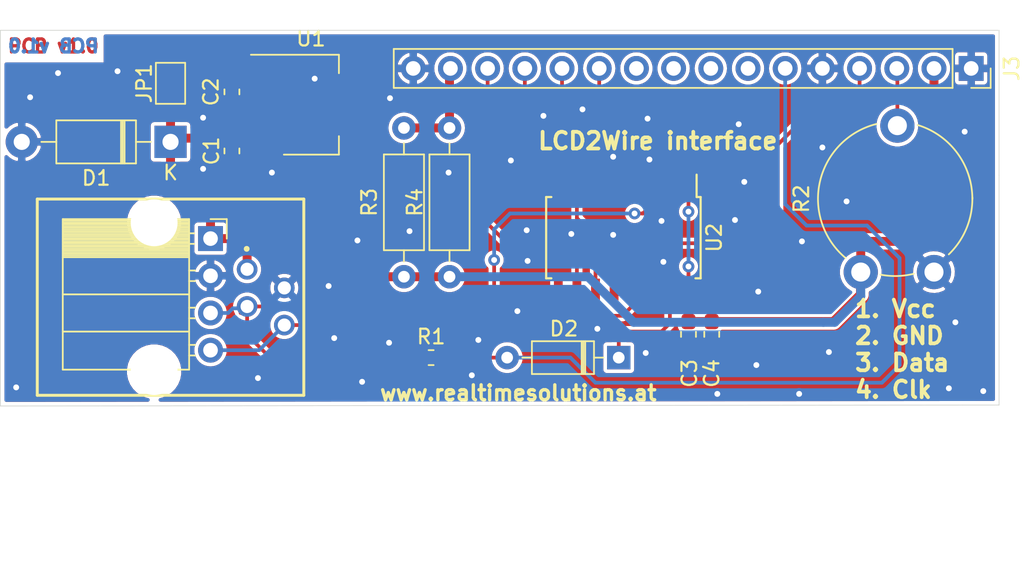
<source format=kicad_pcb>
(kicad_pcb (version 20171130) (host pcbnew "(5.1.4)-1")

  (general
    (thickness 1.6)
    (drawings 10)
    (tracks 209)
    (zones 0)
    (modules 16)
    (nets 19)
  )

  (page A4)
  (layers
    (0 F.Cu signal)
    (31 B.Cu signal)
    (32 B.Adhes user)
    (33 F.Adhes user)
    (34 B.Paste user)
    (35 F.Paste user)
    (36 B.SilkS user)
    (37 F.SilkS user)
    (38 B.Mask user)
    (39 F.Mask user)
    (40 Dwgs.User user)
    (41 Cmts.User user)
    (42 Eco1.User user)
    (43 Eco2.User user)
    (44 Edge.Cuts user)
    (45 Margin user)
    (46 B.CrtYd user)
    (47 F.CrtYd user)
    (48 B.Fab user)
    (49 F.Fab user)
  )

  (setup
    (last_trace_width 0.25)
    (user_trace_width 0.2032)
    (user_trace_width 0.254)
    (user_trace_width 0.4064)
    (user_trace_width 0.508)
    (user_trace_width 0.6096)
    (user_trace_width 1.016)
    (user_trace_width 1.934)
    (user_trace_width 2.032)
    (user_trace_width 2.54)
    (trace_clearance 0.2)
    (zone_clearance 0.254)
    (zone_45_only no)
    (trace_min 0.2)
    (via_size 0.8)
    (via_drill 0.4)
    (via_min_size 0.4)
    (via_min_drill 0.3)
    (user_via 0.6 0.3)
    (user_via 1.016 0.5)
    (uvia_size 0.3)
    (uvia_drill 0.1)
    (uvias_allowed no)
    (uvia_min_size 0.2)
    (uvia_min_drill 0.1)
    (edge_width 0.05)
    (segment_width 0.2)
    (pcb_text_width 0.3)
    (pcb_text_size 1.5 1.5)
    (mod_edge_width 0.12)
    (mod_text_size 1 1)
    (mod_text_width 0.15)
    (pad_size 1.524 1.524)
    (pad_drill 0.762)
    (pad_to_mask_clearance 0.051)
    (solder_mask_min_width 0.25)
    (aux_axis_origin 0 0)
    (visible_elements 7EFFFFFF)
    (pcbplotparams
      (layerselection 0x010fc_ffffffff)
      (usegerberextensions false)
      (usegerberattributes false)
      (usegerberadvancedattributes false)
      (creategerberjobfile false)
      (excludeedgelayer true)
      (linewidth 0.100000)
      (plotframeref false)
      (viasonmask false)
      (mode 1)
      (useauxorigin false)
      (hpglpennumber 1)
      (hpglpenspeed 20)
      (hpglpendiameter 15.000000)
      (psnegative false)
      (psa4output false)
      (plotreference true)
      (plotvalue true)
      (plotinvisibletext false)
      (padsonsilk false)
      (subtractmaskfromsilk false)
      (outputformat 1)
      (mirror false)
      (drillshape 0)
      (scaleselection 1)
      (outputdirectory "./gbr"))
  )

  (net 0 "")
  (net 1 GND)
  (net 2 VCC)
  (net 3 +5V)
  (net 4 "Net-(D2-Pad2)")
  (net 5 "Net-(D2-Pad1)")
  (net 6 CLK)
  (net 7 DATA)
  (net 8 "Net-(J3-Pad15)")
  (net 9 "Net-(J3-Pad14)")
  (net 10 "Net-(J3-Pad13)")
  (net 11 "Net-(J3-Pad12)")
  (net 12 "Net-(J3-Pad11)")
  (net 13 "Net-(J3-Pad10)")
  (net 14 "Net-(J3-Pad9)")
  (net 15 "Net-(J3-Pad8)")
  (net 16 "Net-(J3-Pad7)")
  (net 17 "Net-(J3-Pad4)")
  (net 18 "Net-(J3-Pad3)")

  (net_class Default "This is the default net class."
    (clearance 0.2)
    (trace_width 0.25)
    (via_dia 0.8)
    (via_drill 0.4)
    (uvia_dia 0.3)
    (uvia_drill 0.1)
    (add_net +5V)
    (add_net CLK)
    (add_net DATA)
    (add_net GND)
    (add_net "Net-(D2-Pad1)")
    (add_net "Net-(D2-Pad2)")
    (add_net "Net-(J3-Pad10)")
    (add_net "Net-(J3-Pad11)")
    (add_net "Net-(J3-Pad12)")
    (add_net "Net-(J3-Pad13)")
    (add_net "Net-(J3-Pad14)")
    (add_net "Net-(J3-Pad15)")
    (add_net "Net-(J3-Pad3)")
    (add_net "Net-(J3-Pad4)")
    (add_net "Net-(J3-Pad7)")
    (add_net "Net-(J3-Pad8)")
    (add_net "Net-(J3-Pad9)")
    (add_net VCC)
  )

  (module Connector_PinSocket_2.54mm:PinSocket_1x16_P2.54mm_Vertical (layer F.Cu) (tedit 5A19A41E) (tstamp 6006027E)
    (at 151.511 -1.27 270)
    (descr "Through hole straight socket strip, 1x16, 2.54mm pitch, single row (from Kicad 4.0.7), script generated")
    (tags "Through hole socket strip THT 1x16 2.54mm single row")
    (path /6005E97A)
    (fp_text reference J3 (at 0 -2.77 90) (layer F.SilkS)
      (effects (font (size 1 1) (thickness 0.15)))
    )
    (fp_text value Conn_01x16 (at 0 40.87 90) (layer F.Fab)
      (effects (font (size 1 1) (thickness 0.15)))
    )
    (fp_text user %R (at 0 19.05) (layer F.Fab)
      (effects (font (size 1 1) (thickness 0.15)))
    )
    (fp_line (start -1.8 39.9) (end -1.8 -1.8) (layer F.CrtYd) (width 0.05))
    (fp_line (start 1.75 39.9) (end -1.8 39.9) (layer F.CrtYd) (width 0.05))
    (fp_line (start 1.75 -1.8) (end 1.75 39.9) (layer F.CrtYd) (width 0.05))
    (fp_line (start -1.8 -1.8) (end 1.75 -1.8) (layer F.CrtYd) (width 0.05))
    (fp_line (start 0 -1.33) (end 1.33 -1.33) (layer F.SilkS) (width 0.12))
    (fp_line (start 1.33 -1.33) (end 1.33 0) (layer F.SilkS) (width 0.12))
    (fp_line (start 1.33 1.27) (end 1.33 39.43) (layer F.SilkS) (width 0.12))
    (fp_line (start -1.33 39.43) (end 1.33 39.43) (layer F.SilkS) (width 0.12))
    (fp_line (start -1.33 1.27) (end -1.33 39.43) (layer F.SilkS) (width 0.12))
    (fp_line (start -1.33 1.27) (end 1.33 1.27) (layer F.SilkS) (width 0.12))
    (fp_line (start -1.27 39.37) (end -1.27 -1.27) (layer F.Fab) (width 0.1))
    (fp_line (start 1.27 39.37) (end -1.27 39.37) (layer F.Fab) (width 0.1))
    (fp_line (start 1.27 -0.635) (end 1.27 39.37) (layer F.Fab) (width 0.1))
    (fp_line (start 0.635 -1.27) (end 1.27 -0.635) (layer F.Fab) (width 0.1))
    (fp_line (start -1.27 -1.27) (end 0.635 -1.27) (layer F.Fab) (width 0.1))
    (pad 16 thru_hole oval (at 0 38.1 270) (size 1.7 1.7) (drill 1) (layers *.Cu *.Mask)
      (net 1 GND))
    (pad 15 thru_hole oval (at 0 35.56 270) (size 1.7 1.7) (drill 1) (layers *.Cu *.Mask)
      (net 8 "Net-(J3-Pad15)"))
    (pad 14 thru_hole oval (at 0 33.02 270) (size 1.7 1.7) (drill 1) (layers *.Cu *.Mask)
      (net 9 "Net-(J3-Pad14)"))
    (pad 13 thru_hole oval (at 0 30.48 270) (size 1.7 1.7) (drill 1) (layers *.Cu *.Mask)
      (net 10 "Net-(J3-Pad13)"))
    (pad 12 thru_hole oval (at 0 27.94 270) (size 1.7 1.7) (drill 1) (layers *.Cu *.Mask)
      (net 11 "Net-(J3-Pad12)"))
    (pad 11 thru_hole oval (at 0 25.4 270) (size 1.7 1.7) (drill 1) (layers *.Cu *.Mask)
      (net 12 "Net-(J3-Pad11)"))
    (pad 10 thru_hole oval (at 0 22.86 270) (size 1.7 1.7) (drill 1) (layers *.Cu *.Mask)
      (net 13 "Net-(J3-Pad10)"))
    (pad 9 thru_hole oval (at 0 20.32 270) (size 1.7 1.7) (drill 1) (layers *.Cu *.Mask)
      (net 14 "Net-(J3-Pad9)"))
    (pad 8 thru_hole oval (at 0 17.78 270) (size 1.7 1.7) (drill 1) (layers *.Cu *.Mask)
      (net 15 "Net-(J3-Pad8)"))
    (pad 7 thru_hole oval (at 0 15.24 270) (size 1.7 1.7) (drill 1) (layers *.Cu *.Mask)
      (net 16 "Net-(J3-Pad7)"))
    (pad 6 thru_hole oval (at 0 12.7 270) (size 1.7 1.7) (drill 1) (layers *.Cu *.Mask)
      (net 4 "Net-(D2-Pad2)"))
    (pad 5 thru_hole oval (at 0 10.16 270) (size 1.7 1.7) (drill 1) (layers *.Cu *.Mask)
      (net 1 GND))
    (pad 4 thru_hole oval (at 0 7.62 270) (size 1.7 1.7) (drill 1) (layers *.Cu *.Mask)
      (net 17 "Net-(J3-Pad4)"))
    (pad 3 thru_hole oval (at 0 5.08 270) (size 1.7 1.7) (drill 1) (layers *.Cu *.Mask)
      (net 18 "Net-(J3-Pad3)"))
    (pad 2 thru_hole oval (at 0 2.54 270) (size 1.7 1.7) (drill 1) (layers *.Cu *.Mask)
      (net 3 +5V))
    (pad 1 thru_hole rect (at 0 0 270) (size 1.7 1.7) (drill 1) (layers *.Cu *.Mask)
      (net 1 GND))
    (model ${KISYS3DMOD}/Connector_PinSocket_2.54mm.3dshapes/PinSocket_1x16_P2.54mm_Vertical.wrl
      (at (xyz 0 0 0))
      (scale (xyz 1 1 1))
      (rotate (xyz 0 0 0))
    )
  )

  (module rj11:615004141121 (layer F.Cu) (tedit 6004C5F1) (tstamp 60058A86)
    (at 96.8375 14.351 270)
    (descr "<b>WR-MJ</b> <br>Horizontal Plastic 6P4C Modular Jack Tab Down, 4 Pins")
    (path /6015F12F)
    (fp_text reference J2 (at 10.05 -7.978 90) (layer F.SilkS) hide
      (effects (font (size 0.8 0.8) (thickness 0.015)))
    )
    (fp_text value 615004141121 (at 13.656 -5.873 90) (layer F.Fab)
      (effects (font (size 0.8 0.8) (thickness 0.015)))
    )
    (fp_circle (center -3.3 -5.2) (end -3.2 -5.2) (layer F.SilkS) (width 0.2))
    (fp_poly (pts (xy -6.9 -9.3) (xy 6.9 -9.3) (xy 6.9 9.3) (xy -6.9 9.3)) (layer F.CrtYd) (width 0.1))
    (fp_line (start -6.7 9.1) (end -6.7 -9.1) (layer F.SilkS) (width 0.2))
    (fp_line (start 6.7 9.1) (end -6.7 9.1) (layer F.SilkS) (width 0.2))
    (fp_line (start 6.7 -9.1) (end 6.7 9.1) (layer F.SilkS) (width 0.2))
    (fp_line (start -6.7 -9.1) (end 6.7 -9.1) (layer F.SilkS) (width 0.2))
    (fp_line (start -6.6 9) (end -6.6 -9) (layer F.Fab) (width 0.1))
    (fp_line (start 6.6 9) (end -6.6 9) (layer F.Fab) (width 0.1))
    (fp_line (start 6.6 -9) (end 6.6 9) (layer F.Fab) (width 0.1))
    (fp_line (start -6.6 -9) (end 6.6 -9) (layer F.Fab) (width 0.1))
    (pad None np_thru_hole circle (at 5.08 1.12 270) (size 3.2 3.2) (drill 3.2) (layers *.Cu *.Mask))
    (pad None np_thru_hole circle (at -5.08 1.12 270) (size 3.2 3.2) (drill 3.2) (layers *.Cu *.Mask))
    (pad 4 thru_hole circle (at 1.905 -7.77 270) (size 1.408 1.408) (drill 0.9) (layers *.Cu *.Mask)
      (net 6 CLK))
    (pad 2 thru_hole circle (at -0.635 -7.77 270) (size 1.408 1.408) (drill 0.9) (layers *.Cu *.Mask)
      (net 1 GND))
    (pad 3 thru_hole circle (at 0.635 -5.23 270) (size 1.408 1.408) (drill 0.9) (layers *.Cu *.Mask)
      (net 7 DATA))
    (pad 1 thru_hole circle (at -1.905 -5.23 270) (size 1.408 1.408) (drill 0.9) (layers *.Cu *.Mask)
      (net 2 VCC))
  )

  (module Package_SO:SOIC-16W_5.3x10.2mm_P1.27mm (layer F.Cu) (tedit 5A02F2D3) (tstamp 60051D87)
    (at 127.762 10.287 270)
    (descr "16-Lead Plastic Small Outline (SO) - Wide, 5.3 mm Body (http://www.ti.com/lit/ml/msop002a/msop002a.pdf)")
    (tags "SOIC 1.27")
    (path /6004BE1F)
    (attr smd)
    (fp_text reference U2 (at 0 -6.2 90) (layer F.SilkS)
      (effects (font (size 1 1) (thickness 0.15)))
    )
    (fp_text value 74LS174 (at 0 6.2 90) (layer F.Fab)
      (effects (font (size 1 1) (thickness 0.15)))
    )
    (fp_text user %R (at 0 0 90) (layer F.Fab)
      (effects (font (size 1 1) (thickness 0.15)))
    )
    (fp_line (start -1.65 -5.1) (end 2.65 -5.1) (layer F.Fab) (width 0.15))
    (fp_line (start 2.65 -5.1) (end 2.65 5.1) (layer F.Fab) (width 0.15))
    (fp_line (start 2.65 5.1) (end -2.65 5.1) (layer F.Fab) (width 0.15))
    (fp_line (start -2.65 5.1) (end -2.65 -4.1) (layer F.Fab) (width 0.15))
    (fp_line (start -2.65 -4.1) (end -1.65 -5.1) (layer F.Fab) (width 0.15))
    (fp_line (start -4.55 -5.45) (end -4.55 5.45) (layer F.CrtYd) (width 0.05))
    (fp_line (start 4.55 -5.45) (end 4.55 5.45) (layer F.CrtYd) (width 0.05))
    (fp_line (start -4.55 -5.45) (end 4.55 -5.45) (layer F.CrtYd) (width 0.05))
    (fp_line (start -4.55 5.45) (end 4.55 5.45) (layer F.CrtYd) (width 0.05))
    (fp_line (start -2.775 -5.275) (end -2.775 -5) (layer F.SilkS) (width 0.15))
    (fp_line (start 2.775 -5.275) (end 2.775 -4.92) (layer F.SilkS) (width 0.15))
    (fp_line (start 2.775 5.275) (end 2.775 4.92) (layer F.SilkS) (width 0.15))
    (fp_line (start -2.775 5.275) (end -2.775 4.92) (layer F.SilkS) (width 0.15))
    (fp_line (start -2.775 -5.275) (end 2.775 -5.275) (layer F.SilkS) (width 0.15))
    (fp_line (start -2.775 5.275) (end 2.775 5.275) (layer F.SilkS) (width 0.15))
    (fp_line (start -2.775 -5) (end -4.3 -5) (layer F.SilkS) (width 0.15))
    (pad 1 smd rect (at -3.55 -4.445 270) (size 1.5 0.6) (layers F.Cu F.Paste F.Mask)
      (net 3 +5V))
    (pad 2 smd rect (at -3.55 -3.175 270) (size 1.5 0.6) (layers F.Cu F.Paste F.Mask)
      (net 12 "Net-(J3-Pad11)"))
    (pad 3 smd rect (at -3.55 -1.905 270) (size 1.5 0.6) (layers F.Cu F.Paste F.Mask)
      (net 7 DATA))
    (pad 4 smd rect (at -3.55 -0.635 270) (size 1.5 0.6) (layers F.Cu F.Paste F.Mask)
      (net 12 "Net-(J3-Pad11)"))
    (pad 5 smd rect (at -3.55 0.635 270) (size 1.5 0.6) (layers F.Cu F.Paste F.Mask)
      (net 11 "Net-(J3-Pad12)"))
    (pad 6 smd rect (at -3.55 1.905 270) (size 1.5 0.6) (layers F.Cu F.Paste F.Mask)
      (net 11 "Net-(J3-Pad12)"))
    (pad 7 smd rect (at -3.55 3.175 270) (size 1.5 0.6) (layers F.Cu F.Paste F.Mask)
      (net 10 "Net-(J3-Pad13)"))
    (pad 8 smd rect (at -3.55 4.445 270) (size 1.5 0.6) (layers F.Cu F.Paste F.Mask)
      (net 1 GND))
    (pad 9 smd rect (at 3.55 4.445 270) (size 1.5 0.6) (layers F.Cu F.Paste F.Mask)
      (net 6 CLK))
    (pad 10 smd rect (at 3.55 3.175 270) (size 1.5 0.6) (layers F.Cu F.Paste F.Mask)
      (net 9 "Net-(J3-Pad14)"))
    (pad 11 smd rect (at 3.55 1.905 270) (size 1.5 0.6) (layers F.Cu F.Paste F.Mask)
      (net 10 "Net-(J3-Pad13)"))
    (pad 12 smd rect (at 3.55 0.635 270) (size 1.5 0.6) (layers F.Cu F.Paste F.Mask)
      (net 17 "Net-(J3-Pad4)"))
    (pad 13 smd rect (at 3.55 -0.635 270) (size 1.5 0.6) (layers F.Cu F.Paste F.Mask)
      (net 9 "Net-(J3-Pad14)"))
    (pad 14 smd rect (at 3.55 -1.905 270) (size 1.5 0.6) (layers F.Cu F.Paste F.Mask)
      (net 17 "Net-(J3-Pad4)"))
    (pad 15 smd rect (at 3.55 -3.175 270) (size 1.5 0.6) (layers F.Cu F.Paste F.Mask)
      (net 5 "Net-(D2-Pad1)"))
    (pad 16 smd rect (at 3.55 -4.445 270) (size 1.5 0.6) (layers F.Cu F.Paste F.Mask)
      (net 3 +5V))
    (model ${KISYS3DMOD}/Package_SO.3dshapes/SOIC-16W_5.3x10.2mm_P1.27mm.wrl
      (at (xyz 0 0 0))
      (scale (xyz 1 1 1))
      (rotate (xyz 0 0 0))
    )
  )

  (module Package_TO_SOT_SMD:SOT-223 (layer F.Cu) (tedit 5A02FF57) (tstamp 60051D62)
    (at 106.426 1.2065)
    (descr "module CMS SOT223 4 pins")
    (tags "CMS SOT")
    (path /600505D0)
    (attr smd)
    (fp_text reference U1 (at 0 -4.5) (layer F.SilkS)
      (effects (font (size 1 1) (thickness 0.15)))
    )
    (fp_text value AZ1117-5.0 (at 0 4.5) (layer F.Fab)
      (effects (font (size 1 1) (thickness 0.15)))
    )
    (fp_line (start 1.85 -3.35) (end 1.85 3.35) (layer F.Fab) (width 0.1))
    (fp_line (start -1.85 3.35) (end 1.85 3.35) (layer F.Fab) (width 0.1))
    (fp_line (start -4.1 -3.41) (end 1.91 -3.41) (layer F.SilkS) (width 0.12))
    (fp_line (start -0.8 -3.35) (end 1.85 -3.35) (layer F.Fab) (width 0.1))
    (fp_line (start -1.85 3.41) (end 1.91 3.41) (layer F.SilkS) (width 0.12))
    (fp_line (start -1.85 -2.3) (end -1.85 3.35) (layer F.Fab) (width 0.1))
    (fp_line (start -4.4 -3.6) (end -4.4 3.6) (layer F.CrtYd) (width 0.05))
    (fp_line (start -4.4 3.6) (end 4.4 3.6) (layer F.CrtYd) (width 0.05))
    (fp_line (start 4.4 3.6) (end 4.4 -3.6) (layer F.CrtYd) (width 0.05))
    (fp_line (start 4.4 -3.6) (end -4.4 -3.6) (layer F.CrtYd) (width 0.05))
    (fp_line (start 1.91 -3.41) (end 1.91 -2.15) (layer F.SilkS) (width 0.12))
    (fp_line (start 1.91 3.41) (end 1.91 2.15) (layer F.SilkS) (width 0.12))
    (fp_line (start -1.85 -2.3) (end -0.8 -3.35) (layer F.Fab) (width 0.1))
    (fp_text user %R (at 0 0 90) (layer F.Fab)
      (effects (font (size 0.8 0.8) (thickness 0.12)))
    )
    (pad 1 smd rect (at -3.15 -2.3) (size 2 1.5) (layers F.Cu F.Paste F.Mask)
      (net 1 GND))
    (pad 3 smd rect (at -3.15 2.3) (size 2 1.5) (layers F.Cu F.Paste F.Mask)
      (net 2 VCC))
    (pad 2 smd rect (at -3.15 0) (size 2 1.5) (layers F.Cu F.Paste F.Mask)
      (net 3 +5V))
    (pad 4 smd rect (at 3.15 0) (size 2 3.8) (layers F.Cu F.Paste F.Mask))
    (model ${KISYS3DMOD}/Package_TO_SOT_SMD.3dshapes/SOT-223.wrl
      (at (xyz 0 0 0))
      (scale (xyz 1 1 1))
      (rotate (xyz 0 0 0))
    )
  )

  (module Resistor_THT:R_Axial_DIN0207_L6.3mm_D2.5mm_P10.16mm_Horizontal (layer F.Cu) (tedit 5AE5139B) (tstamp 60051D4C)
    (at 115.8875 12.954 90)
    (descr "Resistor, Axial_DIN0207 series, Axial, Horizontal, pin pitch=10.16mm, 0.25W = 1/4W, length*diameter=6.3*2.5mm^2, http://cdn-reichelt.de/documents/datenblatt/B400/1_4W%23YAG.pdf")
    (tags "Resistor Axial_DIN0207 series Axial Horizontal pin pitch 10.16mm 0.25W = 1/4W length 6.3mm diameter 2.5mm")
    (path /600531F0)
    (fp_text reference R4 (at 5.08 -2.37 90) (layer F.SilkS)
      (effects (font (size 1 1) (thickness 0.15)))
    )
    (fp_text value ** (at 5.08 2.37 90) (layer F.Fab)
      (effects (font (size 1 1) (thickness 0.15)))
    )
    (fp_text user %R (at 5.08 0 90) (layer F.Fab)
      (effects (font (size 1 1) (thickness 0.15)))
    )
    (fp_line (start 11.21 -1.5) (end -1.05 -1.5) (layer F.CrtYd) (width 0.05))
    (fp_line (start 11.21 1.5) (end 11.21 -1.5) (layer F.CrtYd) (width 0.05))
    (fp_line (start -1.05 1.5) (end 11.21 1.5) (layer F.CrtYd) (width 0.05))
    (fp_line (start -1.05 -1.5) (end -1.05 1.5) (layer F.CrtYd) (width 0.05))
    (fp_line (start 9.12 0) (end 8.35 0) (layer F.SilkS) (width 0.12))
    (fp_line (start 1.04 0) (end 1.81 0) (layer F.SilkS) (width 0.12))
    (fp_line (start 8.35 -1.37) (end 1.81 -1.37) (layer F.SilkS) (width 0.12))
    (fp_line (start 8.35 1.37) (end 8.35 -1.37) (layer F.SilkS) (width 0.12))
    (fp_line (start 1.81 1.37) (end 8.35 1.37) (layer F.SilkS) (width 0.12))
    (fp_line (start 1.81 -1.37) (end 1.81 1.37) (layer F.SilkS) (width 0.12))
    (fp_line (start 10.16 0) (end 8.23 0) (layer F.Fab) (width 0.1))
    (fp_line (start 0 0) (end 1.93 0) (layer F.Fab) (width 0.1))
    (fp_line (start 8.23 -1.25) (end 1.93 -1.25) (layer F.Fab) (width 0.1))
    (fp_line (start 8.23 1.25) (end 8.23 -1.25) (layer F.Fab) (width 0.1))
    (fp_line (start 1.93 1.25) (end 8.23 1.25) (layer F.Fab) (width 0.1))
    (fp_line (start 1.93 -1.25) (end 1.93 1.25) (layer F.Fab) (width 0.1))
    (pad 2 thru_hole oval (at 10.16 0 90) (size 1.6 1.6) (drill 0.8) (layers *.Cu *.Mask)
      (net 8 "Net-(J3-Pad15)"))
    (pad 1 thru_hole circle (at 0 0 90) (size 1.6 1.6) (drill 0.8) (layers *.Cu *.Mask)
      (net 3 +5V))
    (model ${KISYS3DMOD}/Resistor_THT.3dshapes/R_Axial_DIN0207_L6.3mm_D2.5mm_P10.16mm_Horizontal.wrl
      (at (xyz 0 0 0))
      (scale (xyz 1 1 1))
      (rotate (xyz 0 0 0))
    )
  )

  (module Resistor_THT:R_Axial_DIN0207_L6.3mm_D2.5mm_P10.16mm_Horizontal (layer F.Cu) (tedit 5AE5139B) (tstamp 60051D35)
    (at 112.776 12.954 90)
    (descr "Resistor, Axial_DIN0207 series, Axial, Horizontal, pin pitch=10.16mm, 0.25W = 1/4W, length*diameter=6.3*2.5mm^2, http://cdn-reichelt.de/documents/datenblatt/B400/1_4W%23YAG.pdf")
    (tags "Resistor Axial_DIN0207 series Axial Horizontal pin pitch 10.16mm 0.25W = 1/4W length 6.3mm diameter 2.5mm")
    (path /600533B5)
    (fp_text reference R3 (at 5.08 -2.37 90) (layer F.SilkS)
      (effects (font (size 1 1) (thickness 0.15)))
    )
    (fp_text value * (at 5.08 2.37 90) (layer F.Fab)
      (effects (font (size 1 1) (thickness 0.15)))
    )
    (fp_text user %R (at 5.08 0 90) (layer F.Fab)
      (effects (font (size 1 1) (thickness 0.15)))
    )
    (fp_line (start 11.21 -1.5) (end -1.05 -1.5) (layer F.CrtYd) (width 0.05))
    (fp_line (start 11.21 1.5) (end 11.21 -1.5) (layer F.CrtYd) (width 0.05))
    (fp_line (start -1.05 1.5) (end 11.21 1.5) (layer F.CrtYd) (width 0.05))
    (fp_line (start -1.05 -1.5) (end -1.05 1.5) (layer F.CrtYd) (width 0.05))
    (fp_line (start 9.12 0) (end 8.35 0) (layer F.SilkS) (width 0.12))
    (fp_line (start 1.04 0) (end 1.81 0) (layer F.SilkS) (width 0.12))
    (fp_line (start 8.35 -1.37) (end 1.81 -1.37) (layer F.SilkS) (width 0.12))
    (fp_line (start 8.35 1.37) (end 8.35 -1.37) (layer F.SilkS) (width 0.12))
    (fp_line (start 1.81 1.37) (end 8.35 1.37) (layer F.SilkS) (width 0.12))
    (fp_line (start 1.81 -1.37) (end 1.81 1.37) (layer F.SilkS) (width 0.12))
    (fp_line (start 10.16 0) (end 8.23 0) (layer F.Fab) (width 0.1))
    (fp_line (start 0 0) (end 1.93 0) (layer F.Fab) (width 0.1))
    (fp_line (start 8.23 -1.25) (end 1.93 -1.25) (layer F.Fab) (width 0.1))
    (fp_line (start 8.23 1.25) (end 8.23 -1.25) (layer F.Fab) (width 0.1))
    (fp_line (start 1.93 1.25) (end 8.23 1.25) (layer F.Fab) (width 0.1))
    (fp_line (start 1.93 -1.25) (end 1.93 1.25) (layer F.Fab) (width 0.1))
    (pad 2 thru_hole oval (at 10.16 0 90) (size 1.6 1.6) (drill 0.8) (layers *.Cu *.Mask)
      (net 8 "Net-(J3-Pad15)"))
    (pad 1 thru_hole circle (at 0 0 90) (size 1.6 1.6) (drill 0.8) (layers *.Cu *.Mask)
      (net 3 +5V))
    (model ${KISYS3DMOD}/Resistor_THT.3dshapes/R_Axial_DIN0207_L6.3mm_D2.5mm_P10.16mm_Horizontal.wrl
      (at (xyz 0 0 0))
      (scale (xyz 1 1 1))
      (rotate (xyz 0 0 0))
    )
  )

  (module Potentiometer_THT:Potentiometer_Piher_PT-10-V10_Vertical (layer F.Cu) (tedit 5A3D4993) (tstamp 60051D1E)
    (at 148.971 12.6365 90)
    (descr "Potentiometer, vertical, Piher PT-10-V10, http://www.piher-nacesa.com/pdf/12-PT10v03.pdf")
    (tags "Potentiometer vertical Piher PT-10-V10")
    (path /60052BE0)
    (fp_text reference R2 (at 5 -9.05 90) (layer F.SilkS)
      (effects (font (size 1 1) (thickness 0.15)))
    )
    (fp_text value 5K (at 5 3.75 90) (layer F.Fab)
      (effects (font (size 1 1) (thickness 0.15)))
    )
    (fp_text user %R (at 1.05 -2.65) (layer F.Fab)
      (effects (font (size 1 1) (thickness 0.15)))
    )
    (fp_line (start 11.45 -8.05) (end -1.45 -8.05) (layer F.CrtYd) (width 0.05))
    (fp_line (start 11.45 2.75) (end 11.45 -8.05) (layer F.CrtYd) (width 0.05))
    (fp_line (start -1.45 2.75) (end 11.45 2.75) (layer F.CrtYd) (width 0.05))
    (fp_line (start -1.45 -8.05) (end -1.45 2.75) (layer F.CrtYd) (width 0.05))
    (fp_circle (center 5 -2.65) (end 6.5 -2.65) (layer F.Fab) (width 0.1))
    (fp_circle (center 5 -2.65) (end 10.15 -2.65) (layer F.Fab) (width 0.1))
    (fp_arc (start 5 -2.65) (end 1.209 1.011) (angle -47) (layer F.SilkS) (width 0.12))
    (fp_arc (start 5 -2.65) (end -0.174 -3.656) (angle -25) (layer F.SilkS) (width 0.12))
    (fp_arc (start 5 -2.65) (end 10.114 -3.924) (angle -126) (layer F.SilkS) (width 0.12))
    (fp_arc (start 5 -2.65) (end 5 2.62) (angle -73) (layer F.SilkS) (width 0.12))
    (pad 1 thru_hole circle (at 0 0 90) (size 2.34 2.34) (drill 1.3) (layers *.Cu *.Mask)
      (net 1 GND))
    (pad 2 thru_hole circle (at 10 -2.5 90) (size 2.34 2.34) (drill 1.3) (layers *.Cu *.Mask)
      (net 18 "Net-(J3-Pad3)"))
    (pad 3 thru_hole circle (at 0 -5 90) (size 2.34 2.34) (drill 1.3) (layers *.Cu *.Mask)
      (net 3 +5V))
    (model ${KISYS3DMOD}/Potentiometer_THT.3dshapes/Potentiometer_Piher_PT-10-V10_Vertical.wrl
      (at (xyz 0 0 0))
      (scale (xyz 1 1 1))
      (rotate (xyz 0 0 0))
    )
  )

  (module Resistor_SMD:R_0603_1608Metric_Pad1.05x0.95mm_HandSolder (layer F.Cu) (tedit 5B301BBD) (tstamp 60051D0C)
    (at 114.6315 18.4785)
    (descr "Resistor SMD 0603 (1608 Metric), square (rectangular) end terminal, IPC_7351 nominal with elongated pad for handsoldering. (Body size source: http://www.tortai-tech.com/upload/download/2011102023233369053.pdf), generated with kicad-footprint-generator")
    (tags "resistor handsolder")
    (path /60051672)
    (attr smd)
    (fp_text reference R1 (at 0 -1.43) (layer F.SilkS)
      (effects (font (size 1 1) (thickness 0.15)))
    )
    (fp_text value 1K (at 0 1.43) (layer F.Fab)
      (effects (font (size 1 1) (thickness 0.15)))
    )
    (fp_text user %R (at 0 0) (layer F.Fab)
      (effects (font (size 0.4 0.4) (thickness 0.06)))
    )
    (fp_line (start 1.65 0.73) (end -1.65 0.73) (layer F.CrtYd) (width 0.05))
    (fp_line (start 1.65 -0.73) (end 1.65 0.73) (layer F.CrtYd) (width 0.05))
    (fp_line (start -1.65 -0.73) (end 1.65 -0.73) (layer F.CrtYd) (width 0.05))
    (fp_line (start -1.65 0.73) (end -1.65 -0.73) (layer F.CrtYd) (width 0.05))
    (fp_line (start -0.171267 0.51) (end 0.171267 0.51) (layer F.SilkS) (width 0.12))
    (fp_line (start -0.171267 -0.51) (end 0.171267 -0.51) (layer F.SilkS) (width 0.12))
    (fp_line (start 0.8 0.4) (end -0.8 0.4) (layer F.Fab) (width 0.1))
    (fp_line (start 0.8 -0.4) (end 0.8 0.4) (layer F.Fab) (width 0.1))
    (fp_line (start -0.8 -0.4) (end 0.8 -0.4) (layer F.Fab) (width 0.1))
    (fp_line (start -0.8 0.4) (end -0.8 -0.4) (layer F.Fab) (width 0.1))
    (pad 2 smd roundrect (at 0.875 0) (size 1.05 0.95) (layers F.Cu F.Paste F.Mask) (roundrect_rratio 0.25)
      (net 4 "Net-(D2-Pad2)"))
    (pad 1 smd roundrect (at -0.875 0) (size 1.05 0.95) (layers F.Cu F.Paste F.Mask) (roundrect_rratio 0.25)
      (net 7 DATA))
    (model ${KISYS3DMOD}/Resistor_SMD.3dshapes/R_0603_1608Metric.wrl
      (at (xyz 0 0 0))
      (scale (xyz 1 1 1))
      (rotate (xyz 0 0 0))
    )
  )

  (module Jumper:SolderJumper-2_P1.3mm_Bridged_Pad1.0x1.5mm (layer F.Cu) (tedit 5C756AB2) (tstamp 60051CC5)
    (at 96.8375 -0.254 90)
    (descr "SMD Solder Jumper, 1x1.5mm Pads, 0.3mm gap, bridged with 1 copper strip")
    (tags "solder jumper open")
    (path /601026E9)
    (attr virtual)
    (fp_text reference JP1 (at 0 -1.8 90) (layer F.SilkS)
      (effects (font (size 1 1) (thickness 0.15)))
    )
    (fp_text value Jumper (at 0 1.9 90) (layer F.Fab)
      (effects (font (size 1 1) (thickness 0.15)))
    )
    (fp_poly (pts (xy -0.25 -0.3) (xy 0.25 -0.3) (xy 0.25 0.3) (xy -0.25 0.3)) (layer F.Cu) (width 0))
    (fp_line (start 1.65 1.25) (end -1.65 1.25) (layer F.CrtYd) (width 0.05))
    (fp_line (start 1.65 1.25) (end 1.65 -1.25) (layer F.CrtYd) (width 0.05))
    (fp_line (start -1.65 -1.25) (end -1.65 1.25) (layer F.CrtYd) (width 0.05))
    (fp_line (start -1.65 -1.25) (end 1.65 -1.25) (layer F.CrtYd) (width 0.05))
    (fp_line (start -1.4 -1) (end 1.4 -1) (layer F.SilkS) (width 0.12))
    (fp_line (start 1.4 -1) (end 1.4 1) (layer F.SilkS) (width 0.12))
    (fp_line (start 1.4 1) (end -1.4 1) (layer F.SilkS) (width 0.12))
    (fp_line (start -1.4 1) (end -1.4 -1) (layer F.SilkS) (width 0.12))
    (pad 2 smd rect (at 0.65 0 90) (size 1 1.5) (layers F.Cu F.Mask)
      (net 3 +5V))
    (pad 1 smd rect (at -0.65 0 90) (size 1 1.5) (layers F.Cu F.Mask)
      (net 2 VCC))
  )

  (module Connector_PinSocket_2.54mm:PinSocket_1x04_P2.54mm_Horizontal (layer F.Cu) (tedit 5A19A424) (tstamp 60058B33)
    (at 99.568 10.3505)
    (descr "Through hole angled socket strip, 1x04, 2.54mm pitch, 8.51mm socket length, single row (from Kicad 4.0.7), script generated")
    (tags "Through hole angled socket strip THT 1x04 2.54mm single row")
    (path /6004EB7A)
    (fp_text reference J1 (at -4.38 -2.77) (layer F.SilkS) hide
      (effects (font (size 1 1) (thickness 0.15)))
    )
    (fp_text value LCD2Wire (at -4.38 10.39) (layer F.Fab)
      (effects (font (size 1 1) (thickness 0.15)))
    )
    (fp_text user %R (at -5.775 3.81 90) (layer F.Fab)
      (effects (font (size 1 1) (thickness 0.15)))
    )
    (fp_line (start 1.75 9.45) (end 1.75 -1.75) (layer F.CrtYd) (width 0.05))
    (fp_line (start -10.55 9.45) (end 1.75 9.45) (layer F.CrtYd) (width 0.05))
    (fp_line (start -10.55 -1.75) (end -10.55 9.45) (layer F.CrtYd) (width 0.05))
    (fp_line (start 1.75 -1.75) (end -10.55 -1.75) (layer F.CrtYd) (width 0.05))
    (fp_line (start 0 -1.33) (end 1.11 -1.33) (layer F.SilkS) (width 0.12))
    (fp_line (start 1.11 -1.33) (end 1.11 0) (layer F.SilkS) (width 0.12))
    (fp_line (start -10.09 -1.33) (end -10.09 8.95) (layer F.SilkS) (width 0.12))
    (fp_line (start -10.09 8.95) (end -1.46 8.95) (layer F.SilkS) (width 0.12))
    (fp_line (start -1.46 -1.33) (end -1.46 8.95) (layer F.SilkS) (width 0.12))
    (fp_line (start -10.09 -1.33) (end -1.46 -1.33) (layer F.SilkS) (width 0.12))
    (fp_line (start -10.09 6.35) (end -1.46 6.35) (layer F.SilkS) (width 0.12))
    (fp_line (start -10.09 3.81) (end -1.46 3.81) (layer F.SilkS) (width 0.12))
    (fp_line (start -10.09 1.27) (end -1.46 1.27) (layer F.SilkS) (width 0.12))
    (fp_line (start -1.46 7.98) (end -1.05 7.98) (layer F.SilkS) (width 0.12))
    (fp_line (start -1.46 7.26) (end -1.05 7.26) (layer F.SilkS) (width 0.12))
    (fp_line (start -1.46 5.44) (end -1.05 5.44) (layer F.SilkS) (width 0.12))
    (fp_line (start -1.46 4.72) (end -1.05 4.72) (layer F.SilkS) (width 0.12))
    (fp_line (start -1.46 2.9) (end -1.05 2.9) (layer F.SilkS) (width 0.12))
    (fp_line (start -1.46 2.18) (end -1.05 2.18) (layer F.SilkS) (width 0.12))
    (fp_line (start -1.46 0.36) (end -1.11 0.36) (layer F.SilkS) (width 0.12))
    (fp_line (start -1.46 -0.36) (end -1.11 -0.36) (layer F.SilkS) (width 0.12))
    (fp_line (start -10.09 1.1519) (end -1.46 1.1519) (layer F.SilkS) (width 0.12))
    (fp_line (start -10.09 1.033805) (end -1.46 1.033805) (layer F.SilkS) (width 0.12))
    (fp_line (start -10.09 0.91571) (end -1.46 0.91571) (layer F.SilkS) (width 0.12))
    (fp_line (start -10.09 0.797615) (end -1.46 0.797615) (layer F.SilkS) (width 0.12))
    (fp_line (start -10.09 0.67952) (end -1.46 0.67952) (layer F.SilkS) (width 0.12))
    (fp_line (start -10.09 0.561425) (end -1.46 0.561425) (layer F.SilkS) (width 0.12))
    (fp_line (start -10.09 0.44333) (end -1.46 0.44333) (layer F.SilkS) (width 0.12))
    (fp_line (start -10.09 0.325235) (end -1.46 0.325235) (layer F.SilkS) (width 0.12))
    (fp_line (start -10.09 0.20714) (end -1.46 0.20714) (layer F.SilkS) (width 0.12))
    (fp_line (start -10.09 0.089045) (end -1.46 0.089045) (layer F.SilkS) (width 0.12))
    (fp_line (start -10.09 -0.02905) (end -1.46 -0.02905) (layer F.SilkS) (width 0.12))
    (fp_line (start -10.09 -0.147145) (end -1.46 -0.147145) (layer F.SilkS) (width 0.12))
    (fp_line (start -10.09 -0.26524) (end -1.46 -0.26524) (layer F.SilkS) (width 0.12))
    (fp_line (start -10.09 -0.383335) (end -1.46 -0.383335) (layer F.SilkS) (width 0.12))
    (fp_line (start -10.09 -0.50143) (end -1.46 -0.50143) (layer F.SilkS) (width 0.12))
    (fp_line (start -10.09 -0.619525) (end -1.46 -0.619525) (layer F.SilkS) (width 0.12))
    (fp_line (start -10.09 -0.73762) (end -1.46 -0.73762) (layer F.SilkS) (width 0.12))
    (fp_line (start -10.09 -0.855715) (end -1.46 -0.855715) (layer F.SilkS) (width 0.12))
    (fp_line (start -10.09 -0.97381) (end -1.46 -0.97381) (layer F.SilkS) (width 0.12))
    (fp_line (start -10.09 -1.091905) (end -1.46 -1.091905) (layer F.SilkS) (width 0.12))
    (fp_line (start -10.09 -1.21) (end -1.46 -1.21) (layer F.SilkS) (width 0.12))
    (fp_line (start 0 7.92) (end 0 7.32) (layer F.Fab) (width 0.1))
    (fp_line (start -1.52 7.92) (end 0 7.92) (layer F.Fab) (width 0.1))
    (fp_line (start 0 7.32) (end -1.52 7.32) (layer F.Fab) (width 0.1))
    (fp_line (start 0 5.38) (end 0 4.78) (layer F.Fab) (width 0.1))
    (fp_line (start -1.52 5.38) (end 0 5.38) (layer F.Fab) (width 0.1))
    (fp_line (start 0 4.78) (end -1.52 4.78) (layer F.Fab) (width 0.1))
    (fp_line (start 0 2.84) (end 0 2.24) (layer F.Fab) (width 0.1))
    (fp_line (start -1.52 2.84) (end 0 2.84) (layer F.Fab) (width 0.1))
    (fp_line (start 0 2.24) (end -1.52 2.24) (layer F.Fab) (width 0.1))
    (fp_line (start 0 0.3) (end 0 -0.3) (layer F.Fab) (width 0.1))
    (fp_line (start -1.52 0.3) (end 0 0.3) (layer F.Fab) (width 0.1))
    (fp_line (start 0 -0.3) (end -1.52 -0.3) (layer F.Fab) (width 0.1))
    (fp_line (start -10.03 8.89) (end -10.03 -1.27) (layer F.Fab) (width 0.1))
    (fp_line (start -1.52 8.89) (end -10.03 8.89) (layer F.Fab) (width 0.1))
    (fp_line (start -1.52 -0.3) (end -1.52 8.89) (layer F.Fab) (width 0.1))
    (fp_line (start -2.49 -1.27) (end -1.52 -0.3) (layer F.Fab) (width 0.1))
    (fp_line (start -10.03 -1.27) (end -2.49 -1.27) (layer F.Fab) (width 0.1))
    (pad 4 thru_hole oval (at 0 7.62) (size 1.7 1.7) (drill 1) (layers *.Cu *.Mask)
      (net 6 CLK))
    (pad 3 thru_hole oval (at 0 5.08) (size 1.7 1.7) (drill 1) (layers *.Cu *.Mask)
      (net 7 DATA))
    (pad 2 thru_hole oval (at 0 2.54) (size 1.7 1.7) (drill 1) (layers *.Cu *.Mask)
      (net 1 GND))
    (pad 1 thru_hole rect (at 0 0) (size 1.7 1.7) (drill 1) (layers *.Cu *.Mask)
      (net 2 VCC))
    (model ${KISYS3DMOD}/Connector_PinSocket_2.54mm.3dshapes/PinSocket_1x04_P2.54mm_Horizontal.wrl
      (at (xyz 0 0 0))
      (scale (xyz 1 1 1))
      (rotate (xyz 0 0 0))
    )
  )

  (module Diode_THT:D_DO-35_SOD27_P7.62mm_Horizontal (layer F.Cu) (tedit 5AE50CD5) (tstamp 60051C72)
    (at 127.4445 18.4785 180)
    (descr "Diode, DO-35_SOD27 series, Axial, Horizontal, pin pitch=7.62mm, , length*diameter=4*2mm^2, , http://www.diodes.com/_files/packages/DO-35.pdf")
    (tags "Diode DO-35_SOD27 series Axial Horizontal pin pitch 7.62mm  length 4mm diameter 2mm")
    (path /6004C4DC)
    (fp_text reference D2 (at 3.7465 1.9685) (layer F.SilkS)
      (effects (font (size 1 1) (thickness 0.15)))
    )
    (fp_text value 1N4148 (at 3.81 2.12) (layer F.Fab)
      (effects (font (size 1 1) (thickness 0.15)))
    )
    (fp_text user K (at -4.3815 -5.715) (layer F.SilkS) hide
      (effects (font (size 1 1) (thickness 0.15)))
    )
    (fp_text user K (at 0 -1.8) (layer F.Fab)
      (effects (font (size 1 1) (thickness 0.15)))
    )
    (fp_text user %R (at 4.11 0) (layer F.Fab)
      (effects (font (size 0.8 0.8) (thickness 0.12)))
    )
    (fp_line (start 8.67 -1.25) (end -1.05 -1.25) (layer F.CrtYd) (width 0.05))
    (fp_line (start 8.67 1.25) (end 8.67 -1.25) (layer F.CrtYd) (width 0.05))
    (fp_line (start -1.05 1.25) (end 8.67 1.25) (layer F.CrtYd) (width 0.05))
    (fp_line (start -1.05 -1.25) (end -1.05 1.25) (layer F.CrtYd) (width 0.05))
    (fp_line (start 2.29 -1.12) (end 2.29 1.12) (layer F.SilkS) (width 0.12))
    (fp_line (start 2.53 -1.12) (end 2.53 1.12) (layer F.SilkS) (width 0.12))
    (fp_line (start 2.41 -1.12) (end 2.41 1.12) (layer F.SilkS) (width 0.12))
    (fp_line (start 6.58 0) (end 5.93 0) (layer F.SilkS) (width 0.12))
    (fp_line (start 1.04 0) (end 1.69 0) (layer F.SilkS) (width 0.12))
    (fp_line (start 5.93 -1.12) (end 1.69 -1.12) (layer F.SilkS) (width 0.12))
    (fp_line (start 5.93 1.12) (end 5.93 -1.12) (layer F.SilkS) (width 0.12))
    (fp_line (start 1.69 1.12) (end 5.93 1.12) (layer F.SilkS) (width 0.12))
    (fp_line (start 1.69 -1.12) (end 1.69 1.12) (layer F.SilkS) (width 0.12))
    (fp_line (start 2.31 -1) (end 2.31 1) (layer F.Fab) (width 0.1))
    (fp_line (start 2.51 -1) (end 2.51 1) (layer F.Fab) (width 0.1))
    (fp_line (start 2.41 -1) (end 2.41 1) (layer F.Fab) (width 0.1))
    (fp_line (start 7.62 0) (end 5.81 0) (layer F.Fab) (width 0.1))
    (fp_line (start 0 0) (end 1.81 0) (layer F.Fab) (width 0.1))
    (fp_line (start 5.81 -1) (end 1.81 -1) (layer F.Fab) (width 0.1))
    (fp_line (start 5.81 1) (end 5.81 -1) (layer F.Fab) (width 0.1))
    (fp_line (start 1.81 1) (end 5.81 1) (layer F.Fab) (width 0.1))
    (fp_line (start 1.81 -1) (end 1.81 1) (layer F.Fab) (width 0.1))
    (pad 2 thru_hole oval (at 7.62 0 180) (size 1.6 1.6) (drill 0.8) (layers *.Cu *.Mask)
      (net 4 "Net-(D2-Pad2)"))
    (pad 1 thru_hole rect (at 0 0 180) (size 1.6 1.6) (drill 0.8) (layers *.Cu *.Mask)
      (net 5 "Net-(D2-Pad1)"))
    (model ${KISYS3DMOD}/Diode_THT.3dshapes/D_DO-35_SOD27_P7.62mm_Horizontal.wrl
      (at (xyz 0 0 0))
      (scale (xyz 1 1 1))
      (rotate (xyz 0 0 0))
    )
  )

  (module Diode_THT:D_DO-41_SOD81_P10.16mm_Horizontal (layer F.Cu) (tedit 5AE50CD5) (tstamp 60051C53)
    (at 96.8375 3.7465 180)
    (descr "Diode, DO-41_SOD81 series, Axial, Horizontal, pin pitch=10.16mm, , length*diameter=5.2*2.7mm^2, , http://www.diodes.com/_files/packages/DO-41%20(Plastic).pdf")
    (tags "Diode DO-41_SOD81 series Axial Horizontal pin pitch 10.16mm  length 5.2mm diameter 2.7mm")
    (path /60050EC8)
    (fp_text reference D1 (at 5.08 -2.47) (layer F.SilkS)
      (effects (font (size 1 1) (thickness 0.15)))
    )
    (fp_text value 1N4007 (at 5.08 2.47) (layer F.Fab)
      (effects (font (size 1 1) (thickness 0.15)))
    )
    (fp_text user K (at 0 -2.1) (layer F.SilkS)
      (effects (font (size 1 1) (thickness 0.15)))
    )
    (fp_text user K (at 0 -2.1) (layer F.Fab)
      (effects (font (size 1 1) (thickness 0.15)))
    )
    (fp_text user %R (at 5.47 0) (layer F.Fab)
      (effects (font (size 1 1) (thickness 0.15)))
    )
    (fp_line (start 11.51 -1.6) (end -1.35 -1.6) (layer F.CrtYd) (width 0.05))
    (fp_line (start 11.51 1.6) (end 11.51 -1.6) (layer F.CrtYd) (width 0.05))
    (fp_line (start -1.35 1.6) (end 11.51 1.6) (layer F.CrtYd) (width 0.05))
    (fp_line (start -1.35 -1.6) (end -1.35 1.6) (layer F.CrtYd) (width 0.05))
    (fp_line (start 3.14 -1.47) (end 3.14 1.47) (layer F.SilkS) (width 0.12))
    (fp_line (start 3.38 -1.47) (end 3.38 1.47) (layer F.SilkS) (width 0.12))
    (fp_line (start 3.26 -1.47) (end 3.26 1.47) (layer F.SilkS) (width 0.12))
    (fp_line (start 8.82 0) (end 7.8 0) (layer F.SilkS) (width 0.12))
    (fp_line (start 1.34 0) (end 2.36 0) (layer F.SilkS) (width 0.12))
    (fp_line (start 7.8 -1.47) (end 2.36 -1.47) (layer F.SilkS) (width 0.12))
    (fp_line (start 7.8 1.47) (end 7.8 -1.47) (layer F.SilkS) (width 0.12))
    (fp_line (start 2.36 1.47) (end 7.8 1.47) (layer F.SilkS) (width 0.12))
    (fp_line (start 2.36 -1.47) (end 2.36 1.47) (layer F.SilkS) (width 0.12))
    (fp_line (start 3.16 -1.35) (end 3.16 1.35) (layer F.Fab) (width 0.1))
    (fp_line (start 3.36 -1.35) (end 3.36 1.35) (layer F.Fab) (width 0.1))
    (fp_line (start 3.26 -1.35) (end 3.26 1.35) (layer F.Fab) (width 0.1))
    (fp_line (start 10.16 0) (end 7.68 0) (layer F.Fab) (width 0.1))
    (fp_line (start 0 0) (end 2.48 0) (layer F.Fab) (width 0.1))
    (fp_line (start 7.68 -1.35) (end 2.48 -1.35) (layer F.Fab) (width 0.1))
    (fp_line (start 7.68 1.35) (end 7.68 -1.35) (layer F.Fab) (width 0.1))
    (fp_line (start 2.48 1.35) (end 7.68 1.35) (layer F.Fab) (width 0.1))
    (fp_line (start 2.48 -1.35) (end 2.48 1.35) (layer F.Fab) (width 0.1))
    (pad 2 thru_hole oval (at 10.16 0 180) (size 2.2 2.2) (drill 1.1) (layers *.Cu *.Mask)
      (net 1 GND))
    (pad 1 thru_hole rect (at 0 0 180) (size 2.2 2.2) (drill 1.1) (layers *.Cu *.Mask)
      (net 2 VCC))
    (model ${KISYS3DMOD}/Diode_THT.3dshapes/D_DO-41_SOD81_P10.16mm_Horizontal.wrl
      (at (xyz 0 0 0))
      (scale (xyz 1 1 1))
      (rotate (xyz 0 0 0))
    )
  )

  (module Capacitor_SMD:C_0603_1608Metric_Pad1.05x0.95mm_HandSolder (layer F.Cu) (tedit 5B301BBE) (tstamp 600596A7)
    (at 133.7945 16.891 270)
    (descr "Capacitor SMD 0603 (1608 Metric), square (rectangular) end terminal, IPC_7351 nominal with elongated pad for handsoldering. (Body size source: http://www.tortai-tech.com/upload/download/2011102023233369053.pdf), generated with kicad-footprint-generator")
    (tags "capacitor handsolder")
    (path /600541E9)
    (attr smd)
    (fp_text reference C4 (at 2.667 0 90) (layer F.SilkS)
      (effects (font (size 1 1) (thickness 0.15)))
    )
    (fp_text value 1nF (at 0 1.43 90) (layer F.Fab)
      (effects (font (size 1 1) (thickness 0.15)))
    )
    (fp_text user %R (at 0 0 90) (layer F.Fab)
      (effects (font (size 0.4 0.4) (thickness 0.06)))
    )
    (fp_line (start 1.65 0.73) (end -1.65 0.73) (layer F.CrtYd) (width 0.05))
    (fp_line (start 1.65 -0.73) (end 1.65 0.73) (layer F.CrtYd) (width 0.05))
    (fp_line (start -1.65 -0.73) (end 1.65 -0.73) (layer F.CrtYd) (width 0.05))
    (fp_line (start -1.65 0.73) (end -1.65 -0.73) (layer F.CrtYd) (width 0.05))
    (fp_line (start -0.171267 0.51) (end 0.171267 0.51) (layer F.SilkS) (width 0.12))
    (fp_line (start -0.171267 -0.51) (end 0.171267 -0.51) (layer F.SilkS) (width 0.12))
    (fp_line (start 0.8 0.4) (end -0.8 0.4) (layer F.Fab) (width 0.1))
    (fp_line (start 0.8 -0.4) (end 0.8 0.4) (layer F.Fab) (width 0.1))
    (fp_line (start -0.8 -0.4) (end 0.8 -0.4) (layer F.Fab) (width 0.1))
    (fp_line (start -0.8 0.4) (end -0.8 -0.4) (layer F.Fab) (width 0.1))
    (pad 2 smd roundrect (at 0.875 0 270) (size 1.05 0.95) (layers F.Cu F.Paste F.Mask) (roundrect_rratio 0.25)
      (net 1 GND))
    (pad 1 smd roundrect (at -0.875 0 270) (size 1.05 0.95) (layers F.Cu F.Paste F.Mask) (roundrect_rratio 0.25)
      (net 3 +5V))
    (model ${KISYS3DMOD}/Capacitor_SMD.3dshapes/C_0603_1608Metric.wrl
      (at (xyz 0 0 0))
      (scale (xyz 1 1 1))
      (rotate (xyz 0 0 0))
    )
  )

  (module Capacitor_SMD:C_0603_1608Metric_Pad1.05x0.95mm_HandSolder (layer F.Cu) (tedit 5B301BBE) (tstamp 60051C23)
    (at 132.207 16.891 270)
    (descr "Capacitor SMD 0603 (1608 Metric), square (rectangular) end terminal, IPC_7351 nominal with elongated pad for handsoldering. (Body size source: http://www.tortai-tech.com/upload/download/2011102023233369053.pdf), generated with kicad-footprint-generator")
    (tags "capacitor handsolder")
    (path /6004D4E6)
    (attr smd)
    (fp_text reference C3 (at 2.667 -0.0635 90) (layer F.SilkS)
      (effects (font (size 1 1) (thickness 0.15)))
    )
    (fp_text value 100nF (at 0 1.43 90) (layer F.Fab)
      (effects (font (size 1 1) (thickness 0.15)))
    )
    (fp_text user %R (at 0 0 90) (layer F.Fab)
      (effects (font (size 0.4 0.4) (thickness 0.06)))
    )
    (fp_line (start 1.65 0.73) (end -1.65 0.73) (layer F.CrtYd) (width 0.05))
    (fp_line (start 1.65 -0.73) (end 1.65 0.73) (layer F.CrtYd) (width 0.05))
    (fp_line (start -1.65 -0.73) (end 1.65 -0.73) (layer F.CrtYd) (width 0.05))
    (fp_line (start -1.65 0.73) (end -1.65 -0.73) (layer F.CrtYd) (width 0.05))
    (fp_line (start -0.171267 0.51) (end 0.171267 0.51) (layer F.SilkS) (width 0.12))
    (fp_line (start -0.171267 -0.51) (end 0.171267 -0.51) (layer F.SilkS) (width 0.12))
    (fp_line (start 0.8 0.4) (end -0.8 0.4) (layer F.Fab) (width 0.1))
    (fp_line (start 0.8 -0.4) (end 0.8 0.4) (layer F.Fab) (width 0.1))
    (fp_line (start -0.8 -0.4) (end 0.8 -0.4) (layer F.Fab) (width 0.1))
    (fp_line (start -0.8 0.4) (end -0.8 -0.4) (layer F.Fab) (width 0.1))
    (pad 2 smd roundrect (at 0.875 0 270) (size 1.05 0.95) (layers F.Cu F.Paste F.Mask) (roundrect_rratio 0.25)
      (net 1 GND))
    (pad 1 smd roundrect (at -0.875 0 270) (size 1.05 0.95) (layers F.Cu F.Paste F.Mask) (roundrect_rratio 0.25)
      (net 3 +5V))
    (model ${KISYS3DMOD}/Capacitor_SMD.3dshapes/C_0603_1608Metric.wrl
      (at (xyz 0 0 0))
      (scale (xyz 1 1 1))
      (rotate (xyz 0 0 0))
    )
  )

  (module Capacitor_SMD:C_0603_1608Metric_Pad1.05x0.95mm_HandSolder (layer F.Cu) (tedit 5B301BBE) (tstamp 60051C12)
    (at 101.0285 0.3315 90)
    (descr "Capacitor SMD 0603 (1608 Metric), square (rectangular) end terminal, IPC_7351 nominal with elongated pad for handsoldering. (Body size source: http://www.tortai-tech.com/upload/download/2011102023233369053.pdf), generated with kicad-footprint-generator")
    (tags "capacitor handsolder")
    (path /60053F0B)
    (attr smd)
    (fp_text reference C2 (at 0 -1.43 90) (layer F.SilkS)
      (effects (font (size 1 1) (thickness 0.15)))
    )
    (fp_text value 100nF (at 0 1.43 90) (layer F.Fab)
      (effects (font (size 1 1) (thickness 0.15)))
    )
    (fp_text user %R (at 0 0 90) (layer F.Fab)
      (effects (font (size 0.4 0.4) (thickness 0.06)))
    )
    (fp_line (start 1.65 0.73) (end -1.65 0.73) (layer F.CrtYd) (width 0.05))
    (fp_line (start 1.65 -0.73) (end 1.65 0.73) (layer F.CrtYd) (width 0.05))
    (fp_line (start -1.65 -0.73) (end 1.65 -0.73) (layer F.CrtYd) (width 0.05))
    (fp_line (start -1.65 0.73) (end -1.65 -0.73) (layer F.CrtYd) (width 0.05))
    (fp_line (start -0.171267 0.51) (end 0.171267 0.51) (layer F.SilkS) (width 0.12))
    (fp_line (start -0.171267 -0.51) (end 0.171267 -0.51) (layer F.SilkS) (width 0.12))
    (fp_line (start 0.8 0.4) (end -0.8 0.4) (layer F.Fab) (width 0.1))
    (fp_line (start 0.8 -0.4) (end 0.8 0.4) (layer F.Fab) (width 0.1))
    (fp_line (start -0.8 -0.4) (end 0.8 -0.4) (layer F.Fab) (width 0.1))
    (fp_line (start -0.8 0.4) (end -0.8 -0.4) (layer F.Fab) (width 0.1))
    (pad 2 smd roundrect (at 0.875 0 90) (size 1.05 0.95) (layers F.Cu F.Paste F.Mask) (roundrect_rratio 0.25)
      (net 1 GND))
    (pad 1 smd roundrect (at -0.875 0 90) (size 1.05 0.95) (layers F.Cu F.Paste F.Mask) (roundrect_rratio 0.25)
      (net 3 +5V))
    (model ${KISYS3DMOD}/Capacitor_SMD.3dshapes/C_0603_1608Metric.wrl
      (at (xyz 0 0 0))
      (scale (xyz 1 1 1))
      (rotate (xyz 0 0 0))
    )
  )

  (module Capacitor_SMD:C_0603_1608Metric_Pad1.05x0.95mm_HandSolder (layer F.Cu) (tedit 5B301BBE) (tstamp 60051C01)
    (at 101.0285 4.3675 270)
    (descr "Capacitor SMD 0603 (1608 Metric), square (rectangular) end terminal, IPC_7351 nominal with elongated pad for handsoldering. (Body size source: http://www.tortai-tech.com/upload/download/2011102023233369053.pdf), generated with kicad-footprint-generator")
    (tags "capacitor handsolder")
    (path /6004CECD)
    (attr smd)
    (fp_text reference C1 (at 0 1.397 90) (layer F.SilkS)
      (effects (font (size 1 1) (thickness 0.15)))
    )
    (fp_text value 100nF (at 0 1.43 90) (layer F.Fab)
      (effects (font (size 1 1) (thickness 0.15)))
    )
    (fp_text user %R (at 0 0 90) (layer F.Fab)
      (effects (font (size 0.4 0.4) (thickness 0.06)))
    )
    (fp_line (start 1.65 0.73) (end -1.65 0.73) (layer F.CrtYd) (width 0.05))
    (fp_line (start 1.65 -0.73) (end 1.65 0.73) (layer F.CrtYd) (width 0.05))
    (fp_line (start -1.65 -0.73) (end 1.65 -0.73) (layer F.CrtYd) (width 0.05))
    (fp_line (start -1.65 0.73) (end -1.65 -0.73) (layer F.CrtYd) (width 0.05))
    (fp_line (start -0.171267 0.51) (end 0.171267 0.51) (layer F.SilkS) (width 0.12))
    (fp_line (start -0.171267 -0.51) (end 0.171267 -0.51) (layer F.SilkS) (width 0.12))
    (fp_line (start 0.8 0.4) (end -0.8 0.4) (layer F.Fab) (width 0.1))
    (fp_line (start 0.8 -0.4) (end 0.8 0.4) (layer F.Fab) (width 0.1))
    (fp_line (start -0.8 -0.4) (end 0.8 -0.4) (layer F.Fab) (width 0.1))
    (fp_line (start -0.8 0.4) (end -0.8 -0.4) (layer F.Fab) (width 0.1))
    (pad 2 smd roundrect (at 0.875 0 270) (size 1.05 0.95) (layers F.Cu F.Paste F.Mask) (roundrect_rratio 0.25)
      (net 1 GND))
    (pad 1 smd roundrect (at -0.875 0 270) (size 1.05 0.95) (layers F.Cu F.Paste F.Mask) (roundrect_rratio 0.25)
      (net 2 VCC))
    (model ${KISYS3DMOD}/Capacitor_SMD.3dshapes/C_0603_1608Metric.wrl
      (at (xyz 0 0 0))
      (scale (xyz 1 1 1))
      (rotate (xyz 0 0 0))
    )
  )

  (gr_text "LCD2Wire interface" (at 130.1115 3.683) (layer F.SilkS)
    (effects (font (size 1.143 1.143) (thickness 0.254)))
  )
  (gr_text "PCB v1.0" (at 88.8365 -2.794) (layer B.Cu) (tstamp 6005B3F2)
    (effects (font (size 0.889 0.889) (thickness 0.22225)) (justify mirror))
  )
  (gr_text "PCB v1.0" (at 88.8365 -2.794) (layer F.Cu)
    (effects (font (size 0.889 0.889) (thickness 0.22225)))
  )
  (gr_text www.realtimesolutions.at (at 120.5865 20.8915) (layer F.SilkS)
    (effects (font (size 1.016 1.016) (thickness 0.2286)))
  )
  (gr_text "1. Vcc\n2. GND\n3. Data\n4. Clk" (at 143.4465 17.907) (layer F.SilkS)
    (effects (font (size 1.143 1.143) (thickness 0.254)) (justify left))
  )
  (gr_line (start 85.217 21.7805) (end 85.217 -3.8735) (layer Edge.Cuts) (width 0.05) (tstamp 6005A455))
  (gr_line (start 153.416 21.717) (end 85.217 21.7805) (layer Edge.Cuts) (width 0.05))
  (gr_line (start 153.416 6.0325) (end 153.416 21.717) (layer Edge.Cuts) (width 0.05))
  (gr_line (start 153.416 -3.8735) (end 153.416 6.0325) (layer Edge.Cuts) (width 0.05))
  (gr_line (start 85.217 -3.8735) (end 153.416 -3.8735) (layer Edge.Cuts) (width 0.05))

  (segment (start 132.207 17.766) (end 133.7945 17.766) (width 0.6096) (layer F.Cu) (net 1))
  (via (at 89.154 -0.9525) (size 0.8) (drill 0.4) (layers F.Cu B.Cu) (net 1))
  (via (at 93.218 -1.0795) (size 0.8) (drill 0.4) (layers F.Cu B.Cu) (net 1))
  (via (at 87.249 0.6985) (size 0.8) (drill 0.4) (layers F.Cu B.Cu) (net 1))
  (via (at 106.68 -0.5715) (size 0.8) (drill 0.4) (layers F.Cu B.Cu) (net 1))
  (via (at 111.8235 0.762) (size 0.8) (drill 0.4) (layers F.Cu B.Cu) (net 1))
  (via (at 109.601 10.4775) (size 0.8) (drill 0.4) (layers F.Cu B.Cu) (net 1))
  (via (at 113.157 9.8425) (size 0.8) (drill 0.4) (layers F.Cu B.Cu) (net 1))
  (via (at 115.824 5.842) (size 0.8) (drill 0.4) (layers F.Cu B.Cu) (net 1))
  (via (at 120.0785 5.0165) (size 0.8) (drill 0.4) (layers F.Cu B.Cu) (net 1))
  (via (at 122.301 1.9685) (size 0.8) (drill 0.4) (layers F.Cu B.Cu) (net 1))
  (via (at 124.968 1.524) (size 0.8) (drill 0.4) (layers F.Cu B.Cu) (net 1))
  (via (at 127.0635 4.7625) (size 0.8) (drill 0.4) (layers F.Cu B.Cu) (net 1))
  (via (at 129.54 4.953) (size 0.8) (drill 0.4) (layers F.Cu B.Cu) (net 1))
  (via (at 129.413 2.159) (size 0.8) (drill 0.4) (layers F.Cu B.Cu) (net 1))
  (via (at 135.636 2.54) (size 0.8) (drill 0.4) (layers F.Cu B.Cu) (net 1))
  (via (at 136.017 6.477) (size 0.8) (drill 0.4) (layers F.Cu B.Cu) (net 1))
  (via (at 130.3655 9.144) (size 0.8) (drill 0.4) (layers F.Cu B.Cu) (net 1))
  (via (at 127.0635 10.0965) (size 0.8) (drill 0.4) (layers F.Cu B.Cu) (net 1))
  (via (at 130.4925 11.938) (size 0.8) (drill 0.4) (layers F.Cu B.Cu) (net 1))
  (via (at 125.984 16.51) (size 0.8) (drill 0.4) (layers F.Cu B.Cu) (net 1))
  (via (at 124.206 10.033) (size 0.8) (drill 0.4) (layers F.Cu B.Cu) (net 1))
  (via (at 121.2215 11.8745) (size 0.8) (drill 0.4) (layers F.Cu B.Cu) (net 1))
  (via (at 121.158 9.779) (size 0.8) (drill 0.4) (layers F.Cu B.Cu) (net 1))
  (via (at 120.523 15.3035) (size 0.8) (drill 0.4) (layers F.Cu B.Cu) (net 1))
  (via (at 129.286 18.161) (size 0.8) (drill 0.4) (layers F.Cu B.Cu) (net 1))
  (via (at 136.8425 18.9865) (size 0.8) (drill 0.4) (layers F.Cu B.Cu) (net 1))
  (via (at 141.7955 18.0975) (size 0.8) (drill 0.4) (layers F.Cu B.Cu) (net 1))
  (via (at 136.9695 13.97) (size 0.8) (drill 0.4) (layers F.Cu B.Cu) (net 1))
  (via (at 139.954 10.541) (size 0.8) (drill 0.4) (layers F.Cu B.Cu) (net 1))
  (via (at 135.382 9.0805) (size 0.8) (drill 0.4) (layers F.Cu B.Cu) (net 1))
  (via (at 141.351 4.1275) (size 0.8) (drill 0.4) (layers F.Cu B.Cu) (net 1))
  (via (at 143.002 7.8105) (size 0.8) (drill 0.4) (layers F.Cu B.Cu) (net 1))
  (via (at 151.0665 3.048) (size 0.8) (drill 0.4) (layers F.Cu B.Cu) (net 1))
  (via (at 149.987 20.574) (size 0.8) (drill 0.4) (layers F.Cu B.Cu) (net 1))
  (via (at 152.3365 20.7645) (size 0.8) (drill 0.4) (layers F.Cu B.Cu) (net 1))
  (via (at 150.4315 16.0655) (size 0.8) (drill 0.4) (layers F.Cu B.Cu) (net 1))
  (via (at 108.0135 17.145) (size 0.8) (drill 0.4) (layers F.Cu B.Cu) (net 1))
  (via (at 111.76 17.4625) (size 0.8) (drill 0.4) (layers F.Cu B.Cu) (net 1))
  (via (at 117.856 17.272) (size 0.8) (drill 0.4) (layers F.Cu B.Cu) (net 1))
  (via (at 109.9185 20.1295) (size 0.8) (drill 0.4) (layers F.Cu B.Cu) (net 1))
  (via (at 117.4115 19.685) (size 0.8) (drill 0.4) (layers F.Cu B.Cu) (net 1))
  (via (at 107.6325 13.589) (size 0.8) (drill 0.4) (layers F.Cu B.Cu) (net 1))
  (via (at 86.2965 20.5105) (size 0.8) (drill 0.4) (layers F.Cu B.Cu) (net 1))
  (via (at 103.759 5.842) (size 0.8) (drill 0.4) (layers F.Cu B.Cu) (net 1))
  (via (at 99.06 5.588) (size 0.8) (drill 0.4) (layers F.Cu B.Cu) (net 1))
  (via (at 99.06 2.0955) (size 0.8) (drill 0.4) (layers F.Cu B.Cu) (net 1))
  (via (at 139.7635 20.955) (size 0.8) (drill 0.4) (layers F.Cu B.Cu) (net 1) (tstamp 6005AF64))
  (via (at 134.1755 20.955) (size 0.8) (drill 0.4) (layers F.Cu B.Cu) (net 1) (tstamp 6005AF67))
  (via (at 102.8065 19.8755) (size 0.8) (drill 0.4) (layers F.Cu B.Cu) (net 1) (tstamp 6005B558))
  (segment (start 99.568 10.3505) (end 99.568 8.3185) (width 0.6096) (layer F.Cu) (net 2))
  (segment (start 96.8375 5.588) (end 96.8375 3.7465) (width 0.6096) (layer F.Cu) (net 2))
  (segment (start 99.568 8.3185) (end 96.8375 5.588) (width 0.6096) (layer F.Cu) (net 2))
  (segment (start 97.0915 3.4925) (end 96.8375 3.7465) (width 0.6096) (layer F.Cu) (net 2))
  (segment (start 101.0285 3.4925) (end 97.0915 3.4925) (width 0.6096) (layer F.Cu) (net 2))
  (segment (start 103.262 3.4925) (end 103.276 3.5065) (width 0.6096) (layer F.Cu) (net 2))
  (segment (start 101.0285 3.4925) (end 103.262 3.4925) (width 0.6096) (layer F.Cu) (net 2))
  (segment (start 96.8375 3.7465) (end 96.8375 0.396) (width 0.6096) (layer F.Cu) (net 2))
  (segment (start 99.568 10.3505) (end 101.473 10.3505) (width 0.6096) (layer F.Cu) (net 2))
  (segment (start 102.0675 10.945) (end 102.0675 12.446) (width 0.6096) (layer F.Cu) (net 2))
  (segment (start 101.473 10.3505) (end 102.0675 10.945) (width 0.6096) (layer F.Cu) (net 2))
  (segment (start 96.8375 -0.904) (end 98.6005 -0.904) (width 0.6096) (layer F.Cu) (net 3))
  (segment (start 98.6005 -0.904) (end 99.2505 -0.254) (width 0.6096) (layer F.Cu) (net 3))
  (segment (start 99.2505 -0.254) (end 99.2505 0.5715) (width 0.6096) (layer F.Cu) (net 3))
  (segment (start 99.8855 1.2065) (end 101.0285 1.2065) (width 0.6096) (layer F.Cu) (net 3))
  (segment (start 99.2505 0.5715) (end 99.8855 1.2065) (width 0.6096) (layer F.Cu) (net 3))
  (segment (start 101.0285 1.2065) (end 103.276 1.2065) (width 0.6096) (layer F.Cu) (net 3))
  (segment (start 109.22 12.954) (end 112.776 12.954) (width 0.6096) (layer F.Cu) (net 3))
  (segment (start 106.9975 10.7315) (end 109.22 12.954) (width 0.6096) (layer F.Cu) (net 3))
  (segment (start 106.9975 3.3184) (end 106.9975 10.7315) (width 0.6096) (layer F.Cu) (net 3))
  (segment (start 103.276 1.2065) (end 104.8856 1.2065) (width 0.6096) (layer F.Cu) (net 3))
  (segment (start 104.8856 1.2065) (end 106.9975 3.3184) (width 0.6096) (layer F.Cu) (net 3))
  (segment (start 132.207 13.837) (end 132.207 16.016) (width 0.6096) (layer F.Cu) (net 3))
  (segment (start 132.207 16.016) (end 133.7945 16.016) (width 0.6096) (layer F.Cu) (net 3))
  (segment (start 112.776 12.954) (end 115.8875 12.954) (width 0.6096) (layer F.Cu) (net 3))
  (segment (start 115.8875 12.954) (end 125.349 12.954) (width 0.6096) (layer B.Cu) (net 3))
  (segment (start 125.349 12.954) (end 128.4605 16.0655) (width 0.6096) (layer B.Cu) (net 3))
  (segment (start 142.196629 16.0655) (end 141.4145 16.0655) (width 0.6096) (layer B.Cu) (net 3))
  (segment (start 143.971 14.291129) (end 142.196629 16.0655) (width 0.6096) (layer B.Cu) (net 3))
  (segment (start 143.971 12.6365) (end 143.971 14.291129) (width 0.6096) (layer B.Cu) (net 3))
  (segment (start 128.4605 16.0655) (end 141.4145 16.0655) (width 0.6096) (layer B.Cu) (net 3))
  (segment (start 133.7945 16.016) (end 142.099 16.016) (width 0.6096) (layer F.Cu) (net 3))
  (segment (start 142.099 16.016) (end 143.9545 14.1605) (width 0.6096) (layer F.Cu) (net 3))
  (segment (start 143.9545 12.653) (end 143.971 12.6365) (width 0.6096) (layer F.Cu) (net 3))
  (segment (start 143.9545 14.1605) (end 143.9545 12.653) (width 0.6096) (layer F.Cu) (net 3))
  (segment (start 132.207 13.837) (end 132.207 12.833) (width 0.254) (layer F.Cu) (net 3))
  (segment (start 132.207 12.833) (end 132.207 12.2555) (width 0.254) (layer F.Cu) (net 3))
  (segment (start 132.207 12.2555) (end 132.207 12.2555) (width 0.254) (layer F.Cu) (net 3) (tstamp 60059FA9))
  (via (at 132.207 12.2555) (size 0.8) (drill 0.4) (layers F.Cu B.Cu) (net 3))
  (segment (start 132.207 12.2555) (end 132.207 11.689815) (width 0.254) (layer B.Cu) (net 3))
  (segment (start 132.207 11.689815) (end 132.207 8.509) (width 0.254) (layer B.Cu) (net 3))
  (segment (start 132.207 8.509) (end 132.207 8.509) (width 0.254) (layer B.Cu) (net 3) (tstamp 60059FB5))
  (via (at 132.207 8.509) (size 0.8) (drill 0.4) (layers F.Cu B.Cu) (net 3))
  (segment (start 132.207 6.737) (end 132.207 8.509) (width 0.254) (layer F.Cu) (net 3))
  (segment (start 148.971 0.6396) (end 148.971 -1.27) (width 0.6096) (layer F.Cu) (net 3))
  (segment (start 148.971 8.9535) (end 148.971 0.6396) (width 0.6096) (layer F.Cu) (net 3))
  (segment (start 147.3835 10.541) (end 148.971 8.9535) (width 0.6096) (layer F.Cu) (net 3))
  (segment (start 144.411871 10.541) (end 147.3835 10.541) (width 0.6096) (layer F.Cu) (net 3))
  (segment (start 143.971 10.981871) (end 144.411871 10.541) (width 0.6096) (layer F.Cu) (net 3))
  (segment (start 143.971 12.6365) (end 143.971 10.981871) (width 0.6096) (layer F.Cu) (net 3))
  (segment (start 115.5065 18.4785) (end 119.8245 18.4785) (width 0.254) (layer F.Cu) (net 4))
  (segment (start 138.811 8.001) (end 138.811 -1.27) (width 0.254) (layer B.Cu) (net 4))
  (segment (start 140.2715 9.4615) (end 138.811 8.001) (width 0.254) (layer B.Cu) (net 4))
  (segment (start 144.399 9.4615) (end 140.2715 9.4615) (width 0.254) (layer B.Cu) (net 4))
  (segment (start 146.6215 18.9865) (end 146.6215 11.684) (width 0.254) (layer B.Cu) (net 4))
  (segment (start 146.6215 11.684) (end 144.399 9.4615) (width 0.254) (layer B.Cu) (net 4))
  (segment (start 145.415 20.193) (end 145.6055 20.0025) (width 0.254) (layer B.Cu) (net 4))
  (segment (start 125.857 20.193) (end 145.415 20.193) (width 0.254) (layer B.Cu) (net 4))
  (segment (start 124.1425 18.4785) (end 125.857 20.193) (width 0.254) (layer B.Cu) (net 4))
  (segment (start 119.8245 18.4785) (end 124.1425 18.4785) (width 0.254) (layer B.Cu) (net 4))
  (segment (start 145.6055 20.0025) (end 146.6215 18.9865) (width 0.254) (layer B.Cu) (net 4))
  (segment (start 127.4445 18.4785) (end 127.4445 17.145) (width 0.254) (layer F.Cu) (net 5))
  (segment (start 127.4445 17.145) (end 127.889 16.7005) (width 0.254) (layer F.Cu) (net 5))
  (segment (start 127.889 16.7005) (end 130.3655 16.7005) (width 0.254) (layer F.Cu) (net 5))
  (segment (start 130.937 16.129) (end 130.937 13.837) (width 0.254) (layer F.Cu) (net 5))
  (segment (start 130.3655 16.7005) (end 130.937 16.129) (width 0.254) (layer F.Cu) (net 5))
  (segment (start 121.902 16.256) (end 104.6075 16.256) (width 0.254) (layer F.Cu) (net 6))
  (segment (start 122.6185 16.256) (end 121.902 16.256) (width 0.254) (layer F.Cu) (net 6))
  (segment (start 123.317 13.837) (end 123.317 15.5575) (width 0.254) (layer F.Cu) (net 6))
  (segment (start 123.317 15.5575) (end 122.6185 16.256) (width 0.254) (layer F.Cu) (net 6))
  (segment (start 102.893 17.9705) (end 104.6075 16.256) (width 0.254) (layer B.Cu) (net 6))
  (segment (start 99.568 17.9705) (end 102.893 17.9705) (width 0.254) (layer B.Cu) (net 6))
  (segment (start 101.623 15.4305) (end 102.0675 14.986) (width 0.254) (layer F.Cu) (net 7))
  (segment (start 100.770081 15.4305) (end 101.087581 15.113) (width 0.254) (layer B.Cu) (net 7))
  (segment (start 99.568 15.4305) (end 100.770081 15.4305) (width 0.254) (layer B.Cu) (net 7))
  (segment (start 101.9405 15.113) (end 102.0675 14.986) (width 0.254) (layer B.Cu) (net 7))
  (segment (start 101.087581 15.113) (end 101.9405 15.113) (width 0.254) (layer B.Cu) (net 7))
  (segment (start 113.7565 18.4785) (end 103.632 18.4785) (width 0.254) (layer F.Cu) (net 7))
  (segment (start 102.0675 16.914) (end 102.0675 14.986) (width 0.254) (layer F.Cu) (net 7))
  (segment (start 103.632 18.4785) (end 102.0675 16.914) (width 0.254) (layer F.Cu) (net 7))
  (segment (start 102.0675 14.986) (end 103.063106 14.986) (width 0.254) (layer F.Cu) (net 7))
  (segment (start 103.063106 14.986) (end 118.11 14.986) (width 0.254) (layer F.Cu) (net 7))
  (segment (start 118.11 14.986) (end 118.9355 14.1605) (width 0.254) (layer F.Cu) (net 7))
  (segment (start 118.9355 14.1605) (end 118.9355 11.811) (width 0.254) (layer F.Cu) (net 7))
  (segment (start 118.9355 11.811) (end 118.9355 11.811) (width 0.254) (layer F.Cu) (net 7) (tstamp 60059FEE))
  (via (at 118.9355 11.811) (size 0.8) (drill 0.4) (layers F.Cu B.Cu) (net 7))
  (segment (start 118.9355 11.811) (end 118.9355 9.7155) (width 0.254) (layer B.Cu) (net 7))
  (segment (start 118.9355 9.7155) (end 120.015 8.636) (width 0.254) (layer B.Cu) (net 7))
  (segment (start 120.015 8.636) (end 128.524 8.636) (width 0.254) (layer B.Cu) (net 7))
  (segment (start 128.524 8.636) (end 128.5875 8.636) (width 0.254) (layer B.Cu) (net 7) (tstamp 6005A188))
  (via (at 128.524 8.636) (size 0.8) (drill 0.4) (layers F.Cu B.Cu) (net 7))
  (segment (start 129.667 7.741) (end 129.667 6.737) (width 0.254) (layer F.Cu) (net 7))
  (segment (start 129.667 8.058685) (end 129.667 7.741) (width 0.254) (layer F.Cu) (net 7))
  (segment (start 129.089685 8.636) (end 129.667 8.058685) (width 0.254) (layer F.Cu) (net 7))
  (segment (start 128.524 8.636) (end 129.089685 8.636) (width 0.254) (layer F.Cu) (net 7))
  (segment (start 115.8875 -1.2065) (end 115.951 -1.27) (width 0.6096) (layer F.Cu) (net 8))
  (segment (start 115.8875 2.794) (end 115.8875 -1.2065) (width 0.6096) (layer F.Cu) (net 8))
  (segment (start 112.776 2.794) (end 115.8875 2.794) (width 0.6096) (layer F.Cu) (net 8))
  (segment (start 124.587 14.841) (end 125.367 15.621) (width 0.254) (layer F.Cu) (net 9))
  (segment (start 124.587 13.837) (end 124.587 14.841) (width 0.254) (layer F.Cu) (net 9))
  (segment (start 125.367 15.621) (end 127.6985 15.621) (width 0.254) (layer F.Cu) (net 9))
  (segment (start 128.397 14.9225) (end 128.397 13.837) (width 0.254) (layer F.Cu) (net 9))
  (segment (start 127.6985 15.621) (end 128.397 14.9225) (width 0.254) (layer F.Cu) (net 9))
  (segment (start 124.587 12.0015) (end 124.587 13.837) (width 0.254) (layer F.Cu) (net 9))
  (segment (start 123.3805 10.795) (end 124.587 12.0015) (width 0.254) (layer F.Cu) (net 9))
  (segment (start 119.9515 10.795) (end 123.3805 10.795) (width 0.254) (layer F.Cu) (net 9))
  (segment (start 118.491 -1.27) (end 118.491 9.3345) (width 0.254) (layer F.Cu) (net 9))
  (segment (start 118.491 9.3345) (end 119.9515 10.795) (width 0.254) (layer F.Cu) (net 9))
  (segment (start 124.587 8.9535) (end 124.587 6.737) (width 0.254) (layer F.Cu) (net 10))
  (segment (start 125.857 13.837) (end 125.857 10.2235) (width 0.254) (layer F.Cu) (net 10))
  (segment (start 125.857 10.2235) (end 124.587 8.9535) (width 0.254) (layer F.Cu) (net 10))
  (segment (start 124.587 4.953) (end 124.587 6.737) (width 0.254) (layer F.Cu) (net 10))
  (segment (start 123.952 4.318) (end 124.587 4.953) (width 0.254) (layer F.Cu) (net 10))
  (segment (start 121.7295 4.318) (end 123.952 4.318) (width 0.254) (layer F.Cu) (net 10))
  (segment (start 121.031 -1.27) (end 121.031 3.6195) (width 0.254) (layer F.Cu) (net 10))
  (segment (start 121.031 3.6195) (end 121.7295 4.318) (width 0.254) (layer F.Cu) (net 10))
  (segment (start 127.127 6.737) (end 125.857 6.737) (width 0.254) (layer F.Cu) (net 11))
  (segment (start 125.857 4.699) (end 125.857 6.737) (width 0.254) (layer F.Cu) (net 11))
  (segment (start 125.857 4.1275) (end 125.857 4.699) (width 0.254) (layer F.Cu) (net 11))
  (segment (start 124.968 3.2385) (end 125.857 4.1275) (width 0.254) (layer F.Cu) (net 11))
  (segment (start 124.079 3.2385) (end 124.968 3.2385) (width 0.254) (layer F.Cu) (net 11))
  (segment (start 123.571 -1.27) (end 123.571 2.7305) (width 0.254) (layer F.Cu) (net 11))
  (segment (start 123.571 2.7305) (end 124.079 3.2385) (width 0.254) (layer F.Cu) (net 11))
  (segment (start 128.397 4.1275) (end 128.397 6.737) (width 0.254) (layer F.Cu) (net 12))
  (segment (start 128.397 4.0005) (end 128.397 4.1275) (width 0.254) (layer F.Cu) (net 12))
  (segment (start 127.8255 3.429) (end 128.397 4.0005) (width 0.254) (layer F.Cu) (net 12))
  (segment (start 126.6825 3.429) (end 127.8255 3.429) (width 0.254) (layer F.Cu) (net 12))
  (segment (start 126.111 -1.27) (end 126.111 2.8575) (width 0.254) (layer F.Cu) (net 12))
  (segment (start 126.111 2.8575) (end 126.6825 3.429) (width 0.254) (layer F.Cu) (net 12))
  (segment (start 130.937 6.737) (end 130.937 4.6355) (width 0.254) (layer F.Cu) (net 12))
  (segment (start 130.302 4.0005) (end 128.397 4.0005) (width 0.254) (layer F.Cu) (net 12))
  (segment (start 130.937 4.6355) (end 130.302 4.0005) (width 0.254) (layer F.Cu) (net 12))
  (segment (start 127.127 12.833) (end 127.768 12.192) (width 0.254) (layer F.Cu) (net 17))
  (segment (start 127.127 13.837) (end 127.127 12.833) (width 0.254) (layer F.Cu) (net 17))
  (segment (start 129.667 12.7635) (end 129.667 13.837) (width 0.254) (layer F.Cu) (net 17))
  (segment (start 129.0955 12.192) (end 129.667 12.7635) (width 0.254) (layer F.Cu) (net 17))
  (segment (start 128.397 11.1125) (end 128.8415 10.668) (width 0.254) (layer F.Cu) (net 17))
  (segment (start 128.8415 10.668) (end 137.3505 10.668) (width 0.254) (layer F.Cu) (net 17))
  (segment (start 137.3505 10.668) (end 138.303 9.7155) (width 0.254) (layer F.Cu) (net 17))
  (segment (start 138.303 9.7155) (end 138.303 3.937) (width 0.254) (layer F.Cu) (net 17))
  (segment (start 138.303 3.937) (end 139.5095 2.7305) (width 0.254) (layer F.Cu) (net 17))
  (segment (start 139.5095 2.7305) (end 142.6845 2.7305) (width 0.254) (layer F.Cu) (net 17))
  (segment (start 143.891 1.524) (end 143.891 -1.27) (width 0.254) (layer F.Cu) (net 17))
  (segment (start 142.6845 2.7305) (end 143.891 1.524) (width 0.254) (layer F.Cu) (net 17))
  (segment (start 128.2065 12.192) (end 128.397 12.192) (width 0.254) (layer F.Cu) (net 17))
  (segment (start 127.768 12.192) (end 128.2065 12.192) (width 0.254) (layer F.Cu) (net 17))
  (segment (start 128.397 11.938) (end 128.397 11.1125) (width 0.254) (layer F.Cu) (net 17))
  (segment (start 128.397 12.192) (end 128.397 11.938) (width 0.254) (layer F.Cu) (net 17))
  (segment (start 128.397 12.065) (end 128.524 12.192) (width 0.254) (layer F.Cu) (net 17))
  (segment (start 128.397 11.938) (end 128.397 12.065) (width 0.254) (layer F.Cu) (net 17))
  (segment (start 128.397 12.192) (end 128.524 12.192) (width 0.254) (layer F.Cu) (net 17))
  (segment (start 128.651 12.192) (end 128.397 11.938) (width 0.254) (layer F.Cu) (net 17))
  (segment (start 128.7145 12.192) (end 128.651 12.192) (width 0.254) (layer F.Cu) (net 17))
  (segment (start 128.7145 12.192) (end 129.0955 12.192) (width 0.254) (layer F.Cu) (net 17))
  (segment (start 128.524 12.192) (end 128.7145 12.192) (width 0.254) (layer F.Cu) (net 17))
  (segment (start 128.2065 12.1285) (end 128.397 11.938) (width 0.254) (layer F.Cu) (net 17))
  (segment (start 128.2065 12.192) (end 128.2065 12.1285) (width 0.254) (layer F.Cu) (net 17))
  (segment (start 146.471 -1.23) (end 146.431 -1.27) (width 0.254) (layer F.Cu) (net 18))
  (segment (start 146.471 2.6365) (end 146.471 -1.23) (width 0.254) (layer F.Cu) (net 18))

  (zone (net 1) (net_name GND) (layer F.Cu) (tstamp 6005B77A) (hatch edge 0.508)
    (connect_pads (clearance 0.254))
    (min_thickness 0.254)
    (fill yes (arc_segments 32) (thermal_gap 0.254) (thermal_bridge_width 0.508))
    (polygon
      (pts
        (xy 85.217 -3.8735) (xy 153.416 -3.8735) (xy 153.416 21.717) (xy 85.217 21.7805)
      )
    )
    (filled_polygon
      (pts
        (xy 153.010001 6.01255) (xy 153.01 6.01256) (xy 153.010001 21.311378) (xy 96.152323 21.364318) (xy 96.295336 21.335871)
        (xy 96.655855 21.186539) (xy 96.980314 20.969743) (xy 97.256243 20.693814) (xy 97.473039 20.369355) (xy 97.622371 20.008836)
        (xy 97.6985 19.626111) (xy 97.6985 19.235889) (xy 97.622371 18.853164) (xy 97.473039 18.492645) (xy 97.256243 18.168186)
        (xy 97.058557 17.9705) (xy 98.331044 17.9705) (xy 98.354812 18.211818) (xy 98.425202 18.443863) (xy 98.539509 18.657716)
        (xy 98.69334 18.84516) (xy 98.880784 18.998991) (xy 99.094637 19.113298) (xy 99.326682 19.183688) (xy 99.507528 19.2015)
        (xy 99.628472 19.2015) (xy 99.809318 19.183688) (xy 100.041363 19.113298) (xy 100.255216 18.998991) (xy 100.44266 18.84516)
        (xy 100.596491 18.657716) (xy 100.710798 18.443863) (xy 100.781188 18.211818) (xy 100.804956 17.9705) (xy 100.781188 17.729182)
        (xy 100.710798 17.497137) (xy 100.596491 17.283284) (xy 100.44266 17.09584) (xy 100.255216 16.942009) (xy 100.041363 16.827702)
        (xy 99.809318 16.757312) (xy 99.628472 16.7395) (xy 99.507528 16.7395) (xy 99.326682 16.757312) (xy 99.094637 16.827702)
        (xy 98.880784 16.942009) (xy 98.69334 17.09584) (xy 98.539509 17.283284) (xy 98.425202 17.497137) (xy 98.354812 17.729182)
        (xy 98.331044 17.9705) (xy 97.058557 17.9705) (xy 96.980314 17.892257) (xy 96.655855 17.675461) (xy 96.295336 17.526129)
        (xy 95.912611 17.45) (xy 95.522389 17.45) (xy 95.139664 17.526129) (xy 94.779145 17.675461) (xy 94.454686 17.892257)
        (xy 94.178757 18.168186) (xy 93.961961 18.492645) (xy 93.812629 18.853164) (xy 93.7365 19.235889) (xy 93.7365 19.626111)
        (xy 93.812629 20.008836) (xy 93.961961 20.369355) (xy 94.178757 20.693814) (xy 94.454686 20.969743) (xy 94.779145 21.186539)
        (xy 95.139664 21.335871) (xy 95.286729 21.365124) (xy 85.623 21.374122) (xy 85.623 15.4305) (xy 98.331044 15.4305)
        (xy 98.354812 15.671818) (xy 98.425202 15.903863) (xy 98.539509 16.117716) (xy 98.69334 16.30516) (xy 98.880784 16.458991)
        (xy 99.094637 16.573298) (xy 99.326682 16.643688) (xy 99.507528 16.6615) (xy 99.628472 16.6615) (xy 99.809318 16.643688)
        (xy 100.041363 16.573298) (xy 100.255216 16.458991) (xy 100.44266 16.30516) (xy 100.596491 16.117716) (xy 100.710798 15.903863)
        (xy 100.781188 15.671818) (xy 100.804956 15.4305) (xy 100.781188 15.189182) (xy 100.710798 14.957137) (xy 100.669107 14.879137)
        (xy 100.9825 14.879137) (xy 100.9825 15.092863) (xy 101.024196 15.302483) (xy 101.105985 15.49994) (xy 101.121699 15.523458)
        (xy 101.122352 15.530084) (xy 101.1514 15.625843) (xy 101.198571 15.714095) (xy 101.262053 15.791447) (xy 101.339405 15.854929)
        (xy 101.427657 15.9021) (xy 101.523416 15.931148) (xy 101.530042 15.931801) (xy 101.55356 15.947515) (xy 101.559501 15.949976)
        (xy 101.5595 16.889056) (xy 101.557043 16.914) (xy 101.5595 16.938944) (xy 101.5595 16.938946) (xy 101.566851 17.013584)
        (xy 101.595899 17.109342) (xy 101.643071 17.197595) (xy 101.706552 17.274948) (xy 101.725935 17.290855) (xy 103.25515 18.820071)
        (xy 103.271052 18.839448) (xy 103.290429 18.85535) (xy 103.348404 18.902929) (xy 103.395576 18.928143) (xy 103.436657 18.950101)
        (xy 103.532415 18.979149) (xy 103.607053 18.9865) (xy 103.607055 18.9865) (xy 103.631999 18.988957) (xy 103.656943 18.9865)
        (xy 112.913573 18.9865) (xy 112.953204 19.060644) (xy 113.030351 19.154649) (xy 113.124356 19.231796) (xy 113.231605 19.289122)
        (xy 113.347977 19.324423) (xy 113.469 19.336343) (xy 114.044 19.336343) (xy 114.165023 19.324423) (xy 114.281395 19.289122)
        (xy 114.388644 19.231796) (xy 114.482649 19.154649) (xy 114.559796 19.060644) (xy 114.617122 18.953395) (xy 114.6315 18.905997)
        (xy 114.645878 18.953395) (xy 114.703204 19.060644) (xy 114.780351 19.154649) (xy 114.874356 19.231796) (xy 114.981605 19.289122)
        (xy 115.097977 19.324423) (xy 115.219 19.336343) (xy 115.794 19.336343) (xy 115.915023 19.324423) (xy 116.031395 19.289122)
        (xy 116.138644 19.231796) (xy 116.232649 19.154649) (xy 116.309796 19.060644) (xy 116.349427 18.9865) (xy 118.75691 18.9865)
        (xy 118.837783 19.137803) (xy 118.985366 19.317634) (xy 119.165197 19.465217) (xy 119.370364 19.574881) (xy 119.592984 19.642412)
        (xy 119.766484 19.6595) (xy 119.882516 19.6595) (xy 120.056016 19.642412) (xy 120.278636 19.574881) (xy 120.483803 19.465217)
        (xy 120.663634 19.317634) (xy 120.811217 19.137803) (xy 120.920881 18.932636) (xy 120.988412 18.710016) (xy 121.011214 18.4785)
        (xy 120.988412 18.246984) (xy 120.920881 18.024364) (xy 120.811217 17.819197) (xy 120.663634 17.639366) (xy 120.483803 17.491783)
        (xy 120.278636 17.382119) (xy 120.056016 17.314588) (xy 119.882516 17.2975) (xy 119.766484 17.2975) (xy 119.592984 17.314588)
        (xy 119.370364 17.382119) (xy 119.165197 17.491783) (xy 118.985366 17.639366) (xy 118.837783 17.819197) (xy 118.75691 17.9705)
        (xy 116.349427 17.9705) (xy 116.309796 17.896356) (xy 116.232649 17.802351) (xy 116.138644 17.725204) (xy 116.031395 17.667878)
        (xy 115.915023 17.632577) (xy 115.794 17.620657) (xy 115.219 17.620657) (xy 115.097977 17.632577) (xy 114.981605 17.667878)
        (xy 114.874356 17.725204) (xy 114.780351 17.802351) (xy 114.703204 17.896356) (xy 114.645878 18.003605) (xy 114.6315 18.051003)
        (xy 114.617122 18.003605) (xy 114.559796 17.896356) (xy 114.482649 17.802351) (xy 114.388644 17.725204) (xy 114.281395 17.667878)
        (xy 114.165023 17.632577) (xy 114.044 17.620657) (xy 113.469 17.620657) (xy 113.347977 17.632577) (xy 113.231605 17.667878)
        (xy 113.124356 17.725204) (xy 113.030351 17.802351) (xy 112.953204 17.896356) (xy 112.913573 17.9705) (xy 103.842421 17.9705)
        (xy 102.5755 16.70358) (xy 102.5755 15.949975) (xy 102.58144 15.947515) (xy 102.759147 15.828775) (xy 102.910275 15.677647)
        (xy 103.029015 15.49994) (xy 103.031475 15.494) (xy 103.835078 15.494) (xy 103.764725 15.564353) (xy 103.645985 15.74206)
        (xy 103.564196 15.939517) (xy 103.5225 16.149137) (xy 103.5225 16.362863) (xy 103.564196 16.572483) (xy 103.645985 16.76994)
        (xy 103.764725 16.947647) (xy 103.915853 17.098775) (xy 104.09356 17.217515) (xy 104.291017 17.299304) (xy 104.500637 17.341)
        (xy 104.714363 17.341) (xy 104.923983 17.299304) (xy 105.12144 17.217515) (xy 105.299147 17.098775) (xy 105.450275 16.947647)
        (xy 105.569015 16.76994) (xy 105.571475 16.764) (xy 122.593556 16.764) (xy 122.6185 16.766457) (xy 122.643444 16.764)
        (xy 122.643447 16.764) (xy 122.718085 16.756649) (xy 122.813843 16.727601) (xy 122.902095 16.680429) (xy 122.979448 16.616948)
        (xy 122.995355 16.597565) (xy 123.65857 15.934351) (xy 123.677948 15.918448) (xy 123.708221 15.88156) (xy 123.741429 15.841096)
        (xy 123.7886 15.752845) (xy 123.798386 15.720585) (xy 123.817649 15.657085) (xy 123.825 15.582447) (xy 123.825 15.582445)
        (xy 123.827457 15.557501) (xy 123.825 15.532557) (xy 123.825 14.907832) (xy 123.829696 14.905322) (xy 123.887711 14.857711)
        (xy 123.935322 14.799696) (xy 123.952 14.768494) (xy 123.968678 14.799696) (xy 124.016289 14.857711) (xy 124.074304 14.905322)
        (xy 124.083356 14.91016) (xy 124.086352 14.940585) (xy 124.100129 14.986) (xy 124.1154 15.036343) (xy 124.162571 15.124595)
        (xy 124.200655 15.171) (xy 124.226053 15.201948) (xy 124.24543 15.21785) (xy 124.990145 15.962565) (xy 125.006052 15.981948)
        (xy 125.083405 16.045429) (xy 125.171657 16.092601) (xy 125.267415 16.121649) (xy 125.342053 16.129) (xy 125.342056 16.129)
        (xy 125.367 16.131457) (xy 125.391944 16.129) (xy 127.673556 16.129) (xy 127.6985 16.131457) (xy 127.723444 16.129)
        (xy 127.723447 16.129) (xy 127.798085 16.121649) (xy 127.893843 16.092601) (xy 127.982095 16.045429) (xy 128.059448 15.981948)
        (xy 128.075355 15.962565) (xy 128.73857 15.299351) (xy 128.757948 15.283448) (xy 128.797579 15.235157) (xy 128.821429 15.206096)
        (xy 128.8686 15.117845) (xy 128.871539 15.108157) (xy 128.897649 15.022085) (xy 128.905 14.947447) (xy 128.905 14.947445)
        (xy 128.907457 14.922501) (xy 128.905962 14.907318) (xy 128.909696 14.905322) (xy 128.967711 14.857711) (xy 129.015322 14.799696)
        (xy 129.032 14.768494) (xy 129.048678 14.799696) (xy 129.096289 14.857711) (xy 129.154304 14.905322) (xy 129.220492 14.940701)
        (xy 129.292311 14.962487) (xy 129.367 14.969843) (xy 129.967 14.969843) (xy 130.041689 14.962487) (xy 130.113508 14.940701)
        (xy 130.179696 14.905322) (xy 130.237711 14.857711) (xy 130.285322 14.799696) (xy 130.302 14.768494) (xy 130.318678 14.799696)
        (xy 130.366289 14.857711) (xy 130.424304 14.905322) (xy 130.429001 14.907832) (xy 130.429 15.918579) (xy 130.15508 16.1925)
        (xy 127.913944 16.1925) (xy 127.889 16.190043) (xy 127.864056 16.1925) (xy 127.864053 16.1925) (xy 127.789415 16.199851)
        (xy 127.693657 16.228899) (xy 127.652576 16.250857) (xy 127.605404 16.276071) (xy 127.571982 16.3035) (xy 127.528052 16.339552)
        (xy 127.512149 16.35893) (xy 127.10293 16.76815) (xy 127.083553 16.784052) (xy 127.067651 16.803429) (xy 127.06765 16.80343)
        (xy 127.020071 16.861405) (xy 126.986698 16.923843) (xy 126.9729 16.949657) (xy 126.944867 17.042071) (xy 126.943852 17.045416)
        (xy 126.934043 17.145) (xy 126.936501 17.169954) (xy 126.936501 17.295657) (xy 126.6445 17.295657) (xy 126.569811 17.303013)
        (xy 126.497992 17.324799) (xy 126.431804 17.360178) (xy 126.373789 17.407789) (xy 126.326178 17.465804) (xy 126.290799 17.531992)
        (xy 126.269013 17.603811) (xy 126.261657 17.6785) (xy 126.261657 19.2785) (xy 126.269013 19.353189) (xy 126.290799 19.425008)
        (xy 126.326178 19.491196) (xy 126.373789 19.549211) (xy 126.431804 19.596822) (xy 126.497992 19.632201) (xy 126.569811 19.653987)
        (xy 126.6445 19.661343) (xy 128.2445 19.661343) (xy 128.319189 19.653987) (xy 128.391008 19.632201) (xy 128.457196 19.596822)
        (xy 128.515211 19.549211) (xy 128.562822 19.491196) (xy 128.598201 19.425008) (xy 128.619987 19.353189) (xy 128.627343 19.2785)
        (xy 128.627343 18.291) (xy 131.349157 18.291) (xy 131.356513 18.365689) (xy 131.378299 18.437508) (xy 131.413678 18.503696)
        (xy 131.461289 18.561711) (xy 131.519304 18.609322) (xy 131.585492 18.644701) (xy 131.657311 18.666487) (xy 131.732 18.673843)
        (xy 131.98475 18.672) (xy 132.08 18.57675) (xy 132.08 17.893) (xy 132.334 17.893) (xy 132.334 18.57675)
        (xy 132.42925 18.672) (xy 132.682 18.673843) (xy 132.756689 18.666487) (xy 132.828508 18.644701) (xy 132.894696 18.609322)
        (xy 132.952711 18.561711) (xy 133.000322 18.503696) (xy 133.00075 18.502895) (xy 133.001178 18.503696) (xy 133.048789 18.561711)
        (xy 133.106804 18.609322) (xy 133.172992 18.644701) (xy 133.244811 18.666487) (xy 133.3195 18.673843) (xy 133.57225 18.672)
        (xy 133.6675 18.57675) (xy 133.6675 17.893) (xy 133.9215 17.893) (xy 133.9215 18.57675) (xy 134.01675 18.672)
        (xy 134.2695 18.673843) (xy 134.344189 18.666487) (xy 134.416008 18.644701) (xy 134.482196 18.609322) (xy 134.540211 18.561711)
        (xy 134.587822 18.503696) (xy 134.623201 18.437508) (xy 134.644987 18.365689) (xy 134.652343 18.291) (xy 134.6505 17.98825)
        (xy 134.55525 17.893) (xy 133.9215 17.893) (xy 133.6675 17.893) (xy 133.03375 17.893) (xy 133.00075 17.926)
        (xy 132.96775 17.893) (xy 132.334 17.893) (xy 132.08 17.893) (xy 131.44625 17.893) (xy 131.351 17.98825)
        (xy 131.349157 18.291) (xy 128.627343 18.291) (xy 128.627343 17.6785) (xy 128.619987 17.603811) (xy 128.598201 17.531992)
        (xy 128.562822 17.465804) (xy 128.515211 17.407789) (xy 128.457196 17.360178) (xy 128.391008 17.324799) (xy 128.319189 17.303013)
        (xy 128.2445 17.295657) (xy 128.012263 17.295657) (xy 128.099421 17.2085) (xy 130.340556 17.2085) (xy 130.3655 17.210957)
        (xy 130.390444 17.2085) (xy 130.390447 17.2085) (xy 130.465085 17.201149) (xy 130.560843 17.172101) (xy 130.649095 17.124929)
        (xy 130.726448 17.061448) (xy 130.742355 17.042065) (xy 131.27857 16.505851) (xy 131.297948 16.489948) (xy 131.336969 16.4424)
        (xy 131.360066 16.414257) (xy 131.361077 16.424523) (xy 131.396378 16.540895) (xy 131.453704 16.648144) (xy 131.530851 16.742149)
        (xy 131.624856 16.819296) (xy 131.702918 16.861021) (xy 131.657311 16.865513) (xy 131.585492 16.887299) (xy 131.519304 16.922678)
        (xy 131.461289 16.970289) (xy 131.413678 17.028304) (xy 131.378299 17.094492) (xy 131.356513 17.166311) (xy 131.349157 17.241)
        (xy 131.351 17.54375) (xy 131.44625 17.639) (xy 132.08 17.639) (xy 132.08 17.619) (xy 132.334 17.619)
        (xy 132.334 17.639) (xy 132.96775 17.639) (xy 133.00075 17.606) (xy 133.03375 17.639) (xy 133.6675 17.639)
        (xy 133.6675 17.619) (xy 133.9215 17.619) (xy 133.9215 17.639) (xy 134.55525 17.639) (xy 134.6505 17.54375)
        (xy 134.652343 17.241) (xy 134.644987 17.166311) (xy 134.623201 17.094492) (xy 134.587822 17.028304) (xy 134.540211 16.970289)
        (xy 134.482196 16.922678) (xy 134.416008 16.887299) (xy 134.344189 16.865513) (xy 134.298582 16.861021) (xy 134.376644 16.819296)
        (xy 134.470649 16.742149) (xy 134.503762 16.7018) (xy 142.065321 16.7018) (xy 142.099 16.705117) (xy 142.132679 16.7018)
        (xy 142.132689 16.7018) (xy 142.23344 16.691877) (xy 142.362714 16.652662) (xy 142.481853 16.588981) (xy 142.58628 16.50328)
        (xy 142.607758 16.477109) (xy 144.415619 14.669249) (xy 144.441779 14.64778) (xy 144.463249 14.621619) (xy 144.463255 14.621613)
        (xy 144.52748 14.543354) (xy 144.527481 14.543353) (xy 144.591162 14.424214) (xy 144.630377 14.29494) (xy 144.6403 14.194189)
        (xy 144.6403 14.19418) (xy 144.643617 14.160501) (xy 144.6403 14.126822) (xy 144.6403 14.038058) (xy 144.705674 14.010979)
        (xy 144.959705 13.841241) (xy 145.043871 13.757075) (xy 148.03003 13.757075) (xy 148.160726 13.967813) (xy 148.436021 14.100309)
        (xy 148.731876 14.176551) (xy 149.036919 14.19361) (xy 149.33943 14.15083) (xy 149.627781 14.049856) (xy 149.781274 13.967813)
        (xy 149.91197 13.757075) (xy 148.971 12.816105) (xy 148.03003 13.757075) (xy 145.043871 13.757075) (xy 145.175741 13.625205)
        (xy 145.345479 13.371174) (xy 145.462396 13.08891) (xy 145.522 12.78926) (xy 145.522 12.702419) (xy 147.41389 12.702419)
        (xy 147.45667 13.00493) (xy 147.557644 13.293281) (xy 147.639687 13.446774) (xy 147.850425 13.57747) (xy 148.791395 12.6365)
        (xy 149.150605 12.6365) (xy 150.091575 13.57747) (xy 150.302313 13.446774) (xy 150.434809 13.171479) (xy 150.511051 12.875624)
        (xy 150.52811 12.570581) (xy 150.48533 12.26807) (xy 150.384356 11.979719) (xy 150.302313 11.826226) (xy 150.091575 11.69553)
        (xy 149.150605 12.6365) (xy 148.791395 12.6365) (xy 147.850425 11.69553) (xy 147.639687 11.826226) (xy 147.507191 12.101521)
        (xy 147.430949 12.397376) (xy 147.41389 12.702419) (xy 145.522 12.702419) (xy 145.522 12.48374) (xy 145.462396 12.18409)
        (xy 145.345479 11.901826) (xy 145.175741 11.647795) (xy 145.043871 11.515925) (xy 148.03003 11.515925) (xy 148.971 12.456895)
        (xy 149.91197 11.515925) (xy 149.781274 11.305187) (xy 149.505979 11.172691) (xy 149.210124 11.096449) (xy 148.905081 11.07939)
        (xy 148.60257 11.12217) (xy 148.314219 11.223144) (xy 148.160726 11.305187) (xy 148.03003 11.515925) (xy 145.043871 11.515925)
        (xy 144.959705 11.431759) (xy 144.705674 11.262021) (xy 144.673884 11.248853) (xy 144.695937 11.2268) (xy 147.349821 11.2268)
        (xy 147.3835 11.230117) (xy 147.417179 11.2268) (xy 147.417189 11.2268) (xy 147.51794 11.216877) (xy 147.647214 11.177662)
        (xy 147.766353 11.113981) (xy 147.87078 11.02828) (xy 147.892258 11.002109) (xy 149.432119 9.462249) (xy 149.458279 9.44078)
        (xy 149.479749 9.414619) (xy 149.479755 9.414613) (xy 149.54398 9.336354) (xy 149.543981 9.336353) (xy 149.607662 9.217214)
        (xy 149.646877 9.08794) (xy 149.6568 8.987189) (xy 149.6568 8.98718) (xy 149.660117 8.953501) (xy 149.6568 8.919822)
        (xy 149.6568 -0.240752) (xy 149.658216 -0.241509) (xy 149.84566 -0.39534) (xy 149.865897 -0.42) (xy 150.278157 -0.42)
        (xy 150.285513 -0.345311) (xy 150.307299 -0.273492) (xy 150.342678 -0.207304) (xy 150.390289 -0.149289) (xy 150.448304 -0.101678)
        (xy 150.514492 -0.066299) (xy 150.586311 -0.044513) (xy 150.661 -0.037157) (xy 151.28875 -0.039) (xy 151.384 -0.13425)
        (xy 151.384 -1.143) (xy 151.638 -1.143) (xy 151.638 -0.13425) (xy 151.73325 -0.039) (xy 152.361 -0.037157)
        (xy 152.435689 -0.044513) (xy 152.507508 -0.066299) (xy 152.573696 -0.101678) (xy 152.631711 -0.149289) (xy 152.679322 -0.207304)
        (xy 152.714701 -0.273492) (xy 152.736487 -0.345311) (xy 152.743843 -0.42) (xy 152.742 -1.04775) (xy 152.64675 -1.143)
        (xy 151.638 -1.143) (xy 151.384 -1.143) (xy 150.37525 -1.143) (xy 150.28 -1.04775) (xy 150.278157 -0.42)
        (xy 149.865897 -0.42) (xy 149.999491 -0.582784) (xy 150.113798 -0.796637) (xy 150.184188 -1.028682) (xy 150.207956 -1.27)
        (xy 150.184188 -1.511318) (xy 150.113798 -1.743363) (xy 149.999491 -1.957216) (xy 149.865898 -2.12) (xy 150.278157 -2.12)
        (xy 150.28 -1.49225) (xy 150.37525 -1.397) (xy 151.384 -1.397) (xy 151.384 -2.40575) (xy 151.638 -2.40575)
        (xy 151.638 -1.397) (xy 152.64675 -1.397) (xy 152.742 -1.49225) (xy 152.743843 -2.12) (xy 152.736487 -2.194689)
        (xy 152.714701 -2.266508) (xy 152.679322 -2.332696) (xy 152.631711 -2.390711) (xy 152.573696 -2.438322) (xy 152.507508 -2.473701)
        (xy 152.435689 -2.495487) (xy 152.361 -2.502843) (xy 151.73325 -2.501) (xy 151.638 -2.40575) (xy 151.384 -2.40575)
        (xy 151.28875 -2.501) (xy 150.661 -2.502843) (xy 150.586311 -2.495487) (xy 150.514492 -2.473701) (xy 150.448304 -2.438322)
        (xy 150.390289 -2.390711) (xy 150.342678 -2.332696) (xy 150.307299 -2.266508) (xy 150.285513 -2.194689) (xy 150.278157 -2.12)
        (xy 149.865898 -2.12) (xy 149.84566 -2.14466) (xy 149.658216 -2.298491) (xy 149.444363 -2.412798) (xy 149.212318 -2.483188)
        (xy 149.031472 -2.501) (xy 148.910528 -2.501) (xy 148.729682 -2.483188) (xy 148.497637 -2.412798) (xy 148.283784 -2.298491)
        (xy 148.09634 -2.14466) (xy 147.942509 -1.957216) (xy 147.828202 -1.743363) (xy 147.757812 -1.511318) (xy 147.734044 -1.27)
        (xy 147.757812 -1.028682) (xy 147.828202 -0.796637) (xy 147.942509 -0.582784) (xy 148.09634 -0.39534) (xy 148.283784 -0.241509)
        (xy 148.2852 -0.240752) (xy 148.2852 0.673288) (xy 148.285201 0.673298) (xy 148.2852 8.669432) (xy 147.099433 9.8552)
        (xy 144.445557 9.8552) (xy 144.411871 9.851882) (xy 144.378185 9.8552) (xy 144.378182 9.8552) (xy 144.277431 9.865123)
        (xy 144.148157 9.904338) (xy 144.029018 9.968019) (xy 143.924591 10.05372) (xy 143.903109 10.079896) (xy 143.509887 10.473117)
        (xy 143.483721 10.494591) (xy 143.462248 10.520756) (xy 143.462245 10.520759) (xy 143.39802 10.599018) (xy 143.334339 10.718157)
        (xy 143.295124 10.847431) (xy 143.281883 10.981871) (xy 143.285201 11.015559) (xy 143.285201 11.241776) (xy 143.236326 11.262021)
        (xy 142.982295 11.431759) (xy 142.766259 11.647795) (xy 142.596521 11.901826) (xy 142.479604 12.18409) (xy 142.42 12.48374)
        (xy 142.42 12.78926) (xy 142.479604 13.08891) (xy 142.596521 13.371174) (xy 142.766259 13.625205) (xy 142.982295 13.841241)
        (xy 143.175078 13.970054) (xy 141.814933 15.3302) (xy 134.503762 15.3302) (xy 134.470649 15.289851) (xy 134.376644 15.212704)
        (xy 134.269395 15.155378) (xy 134.153023 15.120077) (xy 134.032 15.108157) (xy 133.557 15.108157) (xy 133.435977 15.120077)
        (xy 133.319605 15.155378) (xy 133.212356 15.212704) (xy 133.118351 15.289851) (xy 133.085238 15.3302) (xy 132.916262 15.3302)
        (xy 132.8928 15.301611) (xy 132.8928 13.803311) (xy 132.889843 13.773288) (xy 132.889843 13.087) (xy 132.882487 13.012311)
        (xy 132.860701 12.940492) (xy 132.825322 12.874304) (xy 132.777711 12.816289) (xy 132.762882 12.804119) (xy 132.813642 12.753359)
        (xy 132.899113 12.625442) (xy 132.957987 12.483309) (xy 132.988 12.332422) (xy 132.988 12.178578) (xy 132.957987 12.027691)
        (xy 132.899113 11.885558) (xy 132.813642 11.757641) (xy 132.704859 11.648858) (xy 132.576942 11.563387) (xy 132.434809 11.504513)
        (xy 132.283922 11.4745) (xy 132.130078 11.4745) (xy 131.979191 11.504513) (xy 131.837058 11.563387) (xy 131.709141 11.648858)
        (xy 131.600358 11.757641) (xy 131.514887 11.885558) (xy 131.456013 12.027691) (xy 131.426 12.178578) (xy 131.426 12.332422)
        (xy 131.456013 12.483309) (xy 131.514887 12.625442) (xy 131.600358 12.753359) (xy 131.651118 12.804119) (xy 131.636289 12.816289)
        (xy 131.588678 12.874304) (xy 131.572 12.905506) (xy 131.555322 12.874304) (xy 131.507711 12.816289) (xy 131.449696 12.768678)
        (xy 131.383508 12.733299) (xy 131.311689 12.711513) (xy 131.237 12.704157) (xy 130.637 12.704157) (xy 130.562311 12.711513)
        (xy 130.490492 12.733299) (xy 130.424304 12.768678) (xy 130.366289 12.816289) (xy 130.318678 12.874304) (xy 130.302 12.905506)
        (xy 130.285322 12.874304) (xy 130.237711 12.816289) (xy 130.179696 12.768678) (xy 130.177084 12.767282) (xy 130.177457 12.763499)
        (xy 130.174494 12.733415) (xy 130.167649 12.663915) (xy 130.138601 12.568157) (xy 130.098369 12.492888) (xy 130.091429 12.479904)
        (xy 130.04385 12.421929) (xy 130.027948 12.402552) (xy 130.00857 12.386649) (xy 129.472355 11.850435) (xy 129.456448 11.831052)
        (xy 129.379095 11.767571) (xy 129.290843 11.720399) (xy 129.195085 11.691351) (xy 129.120447 11.684) (xy 129.120444 11.684)
        (xy 129.0955 11.681543) (xy 129.070556 11.684) (xy 128.905 11.684) (xy 128.905 11.32292) (xy 129.051921 11.176)
        (xy 137.325556 11.176) (xy 137.3505 11.178457) (xy 137.375444 11.176) (xy 137.375447 11.176) (xy 137.450085 11.168649)
        (xy 137.545843 11.139601) (xy 137.634095 11.092429) (xy 137.711448 11.028948) (xy 137.727355 11.009565) (xy 138.644571 10.09235)
        (xy 138.663948 10.076448) (xy 138.703579 10.028157) (xy 138.727429 9.999096) (xy 138.7746 9.910845) (xy 138.776574 9.904338)
        (xy 138.803649 9.815085) (xy 138.811 9.740447) (xy 138.811 9.740445) (xy 138.813457 9.715501) (xy 138.811 9.690557)
        (xy 138.811 4.14742) (xy 139.71992 3.2385) (xy 142.659556 3.2385) (xy 142.6845 3.240957) (xy 142.709444 3.2385)
        (xy 142.709447 3.2385) (xy 142.784085 3.231149) (xy 142.879843 3.202101) (xy 142.968095 3.154929) (xy 143.045448 3.091448)
        (xy 143.061355 3.072065) (xy 143.64968 2.48374) (xy 144.92 2.48374) (xy 144.92 2.78926) (xy 144.979604 3.08891)
        (xy 145.096521 3.371174) (xy 145.266259 3.625205) (xy 145.482295 3.841241) (xy 145.736326 4.010979) (xy 146.01859 4.127896)
        (xy 146.31824 4.1875) (xy 146.62376 4.1875) (xy 146.92341 4.127896) (xy 147.205674 4.010979) (xy 147.459705 3.841241)
        (xy 147.675741 3.625205) (xy 147.845479 3.371174) (xy 147.962396 3.08891) (xy 148.022 2.78926) (xy 148.022 2.48374)
        (xy 147.962396 2.18409) (xy 147.845479 1.901826) (xy 147.675741 1.647795) (xy 147.459705 1.431759) (xy 147.205674 1.262021)
        (xy 146.979 1.16813) (xy 146.979 -0.167096) (xy 147.118216 -0.241509) (xy 147.30566 -0.39534) (xy 147.459491 -0.582784)
        (xy 147.573798 -0.796637) (xy 147.644188 -1.028682) (xy 147.667956 -1.27) (xy 147.644188 -1.511318) (xy 147.573798 -1.743363)
        (xy 147.459491 -1.957216) (xy 147.30566 -2.14466) (xy 147.118216 -2.298491) (xy 146.904363 -2.412798) (xy 146.672318 -2.483188)
        (xy 146.491472 -2.501) (xy 146.370528 -2.501) (xy 146.189682 -2.483188) (xy 145.957637 -2.412798) (xy 145.743784 -2.298491)
        (xy 145.55634 -2.14466) (xy 145.402509 -1.957216) (xy 145.288202 -1.743363) (xy 145.217812 -1.511318) (xy 145.194044 -1.27)
        (xy 145.217812 -1.028682) (xy 145.288202 -0.796637) (xy 145.402509 -0.582784) (xy 145.55634 -0.39534) (xy 145.743784 -0.241509)
        (xy 145.957637 -0.127202) (xy 145.963001 -0.125575) (xy 145.963 1.16813) (xy 145.736326 1.262021) (xy 145.482295 1.431759)
        (xy 145.266259 1.647795) (xy 145.096521 1.901826) (xy 144.979604 2.18409) (xy 144.92 2.48374) (xy 143.64968 2.48374)
        (xy 144.232565 1.900855) (xy 144.251948 1.884948) (xy 144.315429 1.807595) (xy 144.362601 1.719343) (xy 144.391649 1.623585)
        (xy 144.399 1.548947) (xy 144.399 1.548944) (xy 144.401457 1.524) (xy 144.399 1.499056) (xy 144.399 -0.145716)
        (xy 144.578216 -0.241509) (xy 144.76566 -0.39534) (xy 144.919491 -0.582784) (xy 145.033798 -0.796637) (xy 145.104188 -1.028682)
        (xy 145.127956 -1.27) (xy 145.104188 -1.511318) (xy 145.033798 -1.743363) (xy 144.919491 -1.957216) (xy 144.76566 -2.14466)
        (xy 144.578216 -2.298491) (xy 144.364363 -2.412798) (xy 144.132318 -2.483188) (xy 143.951472 -2.501) (xy 143.830528 -2.501)
        (xy 143.649682 -2.483188) (xy 143.417637 -2.412798) (xy 143.203784 -2.298491) (xy 143.01634 -2.14466) (xy 142.862509 -1.957216)
        (xy 142.748202 -1.743363) (xy 142.677812 -1.511318) (xy 142.654044 -1.27) (xy 142.677812 -1.028682) (xy 142.748202 -0.796637)
        (xy 142.862509 -0.582784) (xy 143.01634 -0.39534) (xy 143.203784 -0.241509) (xy 143.383001 -0.145716) (xy 143.383 1.31358)
        (xy 142.47408 2.2225) (xy 139.534444 2.2225) (xy 139.5095 2.220043) (xy 139.484556 2.2225) (xy 139.484553 2.2225)
        (xy 139.409915 2.229851) (xy 139.314157 2.258899) (xy 139.225905 2.306071) (xy 139.148552 2.369552) (xy 139.132645 2.388935)
        (xy 137.96143 3.56015) (xy 137.942053 3.576052) (xy 137.926151 3.595429) (xy 137.92615 3.59543) (xy 137.878571 3.653405)
        (xy 137.843465 3.719085) (xy 137.8314 3.741657) (xy 137.805465 3.827155) (xy 137.802352 3.837416) (xy 137.792543 3.937)
        (xy 137.795001 3.961954) (xy 137.795 9.505079) (xy 137.14008 10.16) (xy 128.866444 10.16) (xy 128.8415 10.157543)
        (xy 128.816556 10.16) (xy 128.816553 10.16) (xy 128.741915 10.167351) (xy 128.646157 10.196399) (xy 128.609374 10.21606)
        (xy 128.557904 10.243571) (xy 128.50798 10.284543) (xy 128.480552 10.307052) (xy 128.464649 10.32643) (xy 128.05543 10.73565)
        (xy 128.036053 10.751552) (xy 128.020151 10.770929) (xy 128.02015 10.77093) (xy 127.972571 10.828905) (xy 127.937465 10.894585)
        (xy 127.9254 10.917157) (xy 127.897367 11.009571) (xy 127.896352 11.012916) (xy 127.886543 11.1125) (xy 127.889001 11.137454)
        (xy 127.889 11.684) (xy 127.792944 11.684) (xy 127.768 11.681543) (xy 127.743056 11.684) (xy 127.743053 11.684)
        (xy 127.668415 11.691351) (xy 127.572657 11.720399) (xy 127.484405 11.767571) (xy 127.407052 11.831052) (xy 127.391145 11.850435)
        (xy 126.78543 12.45615) (xy 126.766053 12.472052) (xy 126.750151 12.491429) (xy 126.75015 12.49143) (xy 126.702571 12.549405)
        (xy 126.665206 12.619311) (xy 126.6554 12.637657) (xy 126.628268 12.727101) (xy 126.626352 12.733416) (xy 126.623355 12.76384)
        (xy 126.614304 12.768678) (xy 126.556289 12.816289) (xy 126.508678 12.874304) (xy 126.492 12.905506) (xy 126.475322 12.874304)
        (xy 126.427711 12.816289) (xy 126.369696 12.768678) (xy 126.365 12.766168) (xy 126.365 10.248443) (xy 126.367457 10.223499)
        (xy 126.361927 10.167352) (xy 126.357649 10.123915) (xy 126.328601 10.028157) (xy 126.3286 10.028155) (xy 126.281429 9.939904)
        (xy 126.23385 9.881929) (xy 126.217948 9.862552) (xy 126.198571 9.84665) (xy 125.095 8.74308) (xy 125.095 7.807832)
        (xy 125.099696 7.805322) (xy 125.157711 7.757711) (xy 125.205322 7.699696) (xy 125.222 7.668494) (xy 125.238678 7.699696)
        (xy 125.286289 7.757711) (xy 125.344304 7.805322) (xy 125.410492 7.840701) (xy 125.482311 7.862487) (xy 125.557 7.869843)
        (xy 126.157 7.869843) (xy 126.231689 7.862487) (xy 126.303508 7.840701) (xy 126.369696 7.805322) (xy 126.427711 7.757711)
        (xy 126.475322 7.699696) (xy 126.492 7.668494) (xy 126.508678 7.699696) (xy 126.556289 7.757711) (xy 126.614304 7.805322)
        (xy 126.680492 7.840701) (xy 126.752311 7.862487) (xy 126.827 7.869843) (xy 127.427 7.869843) (xy 127.501689 7.862487)
        (xy 127.573508 7.840701) (xy 127.639696 7.805322) (xy 127.697711 7.757711) (xy 127.745322 7.699696) (xy 127.762 7.668494)
        (xy 127.778678 7.699696) (xy 127.826289 7.757711) (xy 127.884304 7.805322) (xy 127.950492 7.840701) (xy 128.022311 7.862487)
        (xy 128.097 7.869843) (xy 128.372456 7.869843) (xy 128.296191 7.885013) (xy 128.154058 7.943887) (xy 128.026141 8.029358)
        (xy 127.917358 8.138141) (xy 127.831887 8.266058) (xy 127.773013 8.408191) (xy 127.743 8.559078) (xy 127.743 8.712922)
        (xy 127.773013 8.863809) (xy 127.831887 9.005942) (xy 127.917358 9.133859) (xy 128.026141 9.242642) (xy 128.154058 9.328113)
        (xy 128.296191 9.386987) (xy 128.447078 9.417) (xy 128.600922 9.417) (xy 128.751809 9.386987) (xy 128.893942 9.328113)
        (xy 129.021859 9.242642) (xy 129.121142 9.143359) (xy 129.18927 9.136649) (xy 129.285028 9.107601) (xy 129.37328 9.060429)
        (xy 129.450633 8.996948) (xy 129.46654 8.977565) (xy 130.008565 8.43554) (xy 130.027948 8.419633) (xy 130.091429 8.34228)
        (xy 130.138601 8.254028) (xy 130.167649 8.15827) (xy 130.175 8.083632) (xy 130.175 8.083629) (xy 130.177457 8.058685)
        (xy 130.175 8.033741) (xy 130.175 7.807832) (xy 130.179696 7.805322) (xy 130.237711 7.757711) (xy 130.285322 7.699696)
        (xy 130.302 7.668494) (xy 130.318678 7.699696) (xy 130.366289 7.757711) (xy 130.424304 7.805322) (xy 130.490492 7.840701)
        (xy 130.562311 7.862487) (xy 130.637 7.869843) (xy 131.237 7.869843) (xy 131.311689 7.862487) (xy 131.383508 7.840701)
        (xy 131.449696 7.805322) (xy 131.507711 7.757711) (xy 131.555322 7.699696) (xy 131.572 7.668494) (xy 131.588678 7.699696)
        (xy 131.636289 7.757711) (xy 131.694304 7.805322) (xy 131.699001 7.807832) (xy 131.699001 7.912498) (xy 131.600358 8.011141)
        (xy 131.514887 8.139058) (xy 131.456013 8.281191) (xy 131.426 8.432078) (xy 131.426 8.585922) (xy 131.456013 8.736809)
        (xy 131.514887 8.878942) (xy 131.600358 9.006859) (xy 131.709141 9.115642) (xy 131.837058 9.201113) (xy 131.979191 9.259987)
        (xy 132.130078 9.29) (xy 132.283922 9.29) (xy 132.434809 9.259987) (xy 132.576942 9.201113) (xy 132.704859 9.115642)
        (xy 132.813642 9.006859) (xy 132.899113 8.878942) (xy 132.957987 8.736809) (xy 132.988 8.585922) (xy 132.988 8.432078)
        (xy 132.957987 8.281191) (xy 132.899113 8.139058) (xy 132.813642 8.011141) (xy 132.715 7.912499) (xy 132.715 7.807832)
        (xy 132.719696 7.805322) (xy 132.777711 7.757711) (xy 132.825322 7.699696) (xy 132.860701 7.633508) (xy 132.882487 7.561689)
        (xy 132.889843 7.487) (xy 132.889843 5.987) (xy 132.882487 5.912311) (xy 132.860701 5.840492) (xy 132.825322 5.774304)
        (xy 132.777711 5.716289) (xy 132.719696 5.668678) (xy 132.653508 5.633299) (xy 132.581689 5.611513) (xy 132.507 5.604157)
        (xy 131.907 5.604157) (xy 131.832311 5.611513) (xy 131.760492 5.633299) (xy 131.694304 5.668678) (xy 131.636289 5.716289)
        (xy 131.588678 5.774304) (xy 131.572 5.805506) (xy 131.555322 5.774304) (xy 131.507711 5.716289) (xy 131.449696 5.668678)
        (xy 131.445 5.666168) (xy 131.445 4.660444) (xy 131.447457 4.6355) (xy 131.444965 4.610201) (xy 131.437649 4.535915)
        (xy 131.408601 4.440157) (xy 131.361429 4.351905) (xy 131.297948 4.274552) (xy 131.278565 4.258645) (xy 130.678855 3.658935)
        (xy 130.662948 3.639552) (xy 130.585595 3.576071) (xy 130.497343 3.528899) (xy 130.401585 3.499851) (xy 130.326947 3.4925)
        (xy 130.326944 3.4925) (xy 130.302 3.490043) (xy 130.277056 3.4925) (xy 128.607421 3.4925) (xy 128.202355 3.087435)
        (xy 128.186448 3.068052) (xy 128.109095 3.004571) (xy 128.020843 2.957399) (xy 127.925085 2.928351) (xy 127.850447 2.921)
        (xy 127.850444 2.921) (xy 127.8255 2.918543) (xy 127.800556 2.921) (xy 126.892921 2.921) (xy 126.619 2.64708)
        (xy 126.619 -0.145716) (xy 126.798216 -0.241509) (xy 126.98566 -0.39534) (xy 127.139491 -0.582784) (xy 127.253798 -0.796637)
        (xy 127.324188 -1.028682) (xy 127.347956 -1.27) (xy 127.414044 -1.27) (xy 127.437812 -1.028682) (xy 127.508202 -0.796637)
        (xy 127.622509 -0.582784) (xy 127.77634 -0.39534) (xy 127.963784 -0.241509) (xy 128.177637 -0.127202) (xy 128.409682 -0.056812)
        (xy 128.590528 -0.039) (xy 128.711472 -0.039) (xy 128.892318 -0.056812) (xy 129.124363 -0.127202) (xy 129.338216 -0.241509)
        (xy 129.52566 -0.39534) (xy 129.679491 -0.582784) (xy 129.793798 -0.796637) (xy 129.864188 -1.028682) (xy 129.887956 -1.27)
        (xy 129.954044 -1.27) (xy 129.977812 -1.028682) (xy 130.048202 -0.796637) (xy 130.162509 -0.582784) (xy 130.31634 -0.39534)
        (xy 130.503784 -0.241509) (xy 130.717637 -0.127202) (xy 130.949682 -0.056812) (xy 131.130528 -0.039) (xy 131.251472 -0.039)
        (xy 131.432318 -0.056812) (xy 131.664363 -0.127202) (xy 131.878216 -0.241509) (xy 132.06566 -0.39534) (xy 132.219491 -0.582784)
        (xy 132.333798 -0.796637) (xy 132.404188 -1.028682) (xy 132.427956 -1.27) (xy 132.494044 -1.27) (xy 132.517812 -1.028682)
        (xy 132.588202 -0.796637) (xy 132.702509 -0.582784) (xy 132.85634 -0.39534) (xy 133.043784 -0.241509) (xy 133.257637 -0.127202)
        (xy 133.489682 -0.056812) (xy 133.670528 -0.039) (xy 133.791472 -0.039) (xy 133.972318 -0.056812) (xy 134.204363 -0.127202)
        (xy 134.418216 -0.241509) (xy 134.60566 -0.39534) (xy 134.759491 -0.582784) (xy 134.873798 -0.796637) (xy 134.944188 -1.028682)
        (xy 134.967956 -1.27) (xy 135.034044 -1.27) (xy 135.057812 -1.028682) (xy 135.128202 -0.796637) (xy 135.242509 -0.582784)
        (xy 135.39634 -0.39534) (xy 135.583784 -0.241509) (xy 135.797637 -0.127202) (xy 136.029682 -0.056812) (xy 136.210528 -0.039)
        (xy 136.331472 -0.039) (xy 136.512318 -0.056812) (xy 136.744363 -0.127202) (xy 136.958216 -0.241509) (xy 137.14566 -0.39534)
        (xy 137.299491 -0.582784) (xy 137.413798 -0.796637) (xy 137.484188 -1.028682) (xy 137.507956 -1.27) (xy 137.574044 -1.27)
        (xy 137.597812 -1.028682) (xy 137.668202 -0.796637) (xy 137.782509 -0.582784) (xy 137.93634 -0.39534) (xy 138.123784 -0.241509)
        (xy 138.337637 -0.127202) (xy 138.569682 -0.056812) (xy 138.750528 -0.039) (xy 138.871472 -0.039) (xy 139.052318 -0.056812)
        (xy 139.284363 -0.127202) (xy 139.498216 -0.241509) (xy 139.68566 -0.39534) (xy 139.839491 -0.582784) (xy 139.953798 -0.796637)
        (xy 140.001235 -0.953019) (xy 140.161505 -0.953019) (xy 140.246201 -0.727051) (xy 140.373353 -0.521948) (xy 140.538076 -0.345592)
        (xy 140.734039 -0.204761) (xy 140.953712 -0.104866) (xy 141.03402 -0.080511) (xy 141.224 -0.141373) (xy 141.224 -1.143)
        (xy 141.478 -1.143) (xy 141.478 -0.141373) (xy 141.66798 -0.080511) (xy 141.748288 -0.104866) (xy 141.967961 -0.204761)
        (xy 142.163924 -0.345592) (xy 142.328647 -0.521948) (xy 142.455799 -0.727051) (xy 142.540495 -0.953019) (xy 142.480187 -1.143)
        (xy 141.478 -1.143) (xy 141.224 -1.143) (xy 140.221813 -1.143) (xy 140.161505 -0.953019) (xy 140.001235 -0.953019)
        (xy 140.024188 -1.028682) (xy 140.047956 -1.27) (xy 140.024188 -1.511318) (xy 140.001236 -1.586981) (xy 140.161505 -1.586981)
        (xy 140.221813 -1.397) (xy 141.224 -1.397) (xy 141.224 -2.398627) (xy 141.478 -2.398627) (xy 141.478 -1.397)
        (xy 142.480187 -1.397) (xy 142.540495 -1.586981) (xy 142.455799 -1.812949) (xy 142.328647 -2.018052) (xy 142.163924 -2.194408)
        (xy 141.967961 -2.335239) (xy 141.748288 -2.435134) (xy 141.66798 -2.459489) (xy 141.478 -2.398627) (xy 141.224 -2.398627)
        (xy 141.03402 -2.459489) (xy 140.953712 -2.435134) (xy 140.734039 -2.335239) (xy 140.538076 -2.194408) (xy 140.373353 -2.018052)
        (xy 140.246201 -1.812949) (xy 140.161505 -1.586981) (xy 140.001236 -1.586981) (xy 139.953798 -1.743363) (xy 139.839491 -1.957216)
        (xy 139.68566 -2.14466) (xy 139.498216 -2.298491) (xy 139.284363 -2.412798) (xy 139.052318 -2.483188) (xy 138.871472 -2.501)
        (xy 138.750528 -2.501) (xy 138.569682 -2.483188) (xy 138.337637 -2.412798) (xy 138.123784 -2.298491) (xy 137.93634 -2.14466)
        (xy 137.782509 -1.957216) (xy 137.668202 -1.743363) (xy 137.597812 -1.511318) (xy 137.574044 -1.27) (xy 137.507956 -1.27)
        (xy 137.484188 -1.511318) (xy 137.413798 -1.743363) (xy 137.299491 -1.957216) (xy 137.14566 -2.14466) (xy 136.958216 -2.298491)
        (xy 136.744363 -2.412798) (xy 136.512318 -2.483188) (xy 136.331472 -2.501) (xy 136.210528 -2.501) (xy 136.029682 -2.483188)
        (xy 135.797637 -2.412798) (xy 135.583784 -2.298491) (xy 135.39634 -2.14466) (xy 135.242509 -1.957216) (xy 135.128202 -1.743363)
        (xy 135.057812 -1.511318) (xy 135.034044 -1.27) (xy 134.967956 -1.27) (xy 134.944188 -1.511318) (xy 134.873798 -1.743363)
        (xy 134.759491 -1.957216) (xy 134.60566 -2.14466) (xy 134.418216 -2.298491) (xy 134.204363 -2.412798) (xy 133.972318 -2.483188)
        (xy 133.791472 -2.501) (xy 133.670528 -2.501) (xy 133.489682 -2.483188) (xy 133.257637 -2.412798) (xy 133.043784 -2.298491)
        (xy 132.85634 -2.14466) (xy 132.702509 -1.957216) (xy 132.588202 -1.743363) (xy 132.517812 -1.511318) (xy 132.494044 -1.27)
        (xy 132.427956 -1.27) (xy 132.404188 -1.511318) (xy 132.333798 -1.743363) (xy 132.219491 -1.957216) (xy 132.06566 -2.14466)
        (xy 131.878216 -2.298491) (xy 131.664363 -2.412798) (xy 131.432318 -2.483188) (xy 131.251472 -2.501) (xy 131.130528 -2.501)
        (xy 130.949682 -2.483188) (xy 130.717637 -2.412798) (xy 130.503784 -2.298491) (xy 130.31634 -2.14466) (xy 130.162509 -1.957216)
        (xy 130.048202 -1.743363) (xy 129.977812 -1.511318) (xy 129.954044 -1.27) (xy 129.887956 -1.27) (xy 129.864188 -1.511318)
        (xy 129.793798 -1.743363) (xy 129.679491 -1.957216) (xy 129.52566 -2.14466) (xy 129.338216 -2.298491) (xy 129.124363 -2.412798)
        (xy 128.892318 -2.483188) (xy 128.711472 -2.501) (xy 128.590528 -2.501) (xy 128.409682 -2.483188) (xy 128.177637 -2.412798)
        (xy 127.963784 -2.298491) (xy 127.77634 -2.14466) (xy 127.622509 -1.957216) (xy 127.508202 -1.743363) (xy 127.437812 -1.511318)
        (xy 127.414044 -1.27) (xy 127.347956 -1.27) (xy 127.324188 -1.511318) (xy 127.253798 -1.743363) (xy 127.139491 -1.957216)
        (xy 126.98566 -2.14466) (xy 126.798216 -2.298491) (xy 126.584363 -2.412798) (xy 126.352318 -2.483188) (xy 126.171472 -2.501)
        (xy 126.050528 -2.501) (xy 125.869682 -2.483188) (xy 125.637637 -2.412798) (xy 125.423784 -2.298491) (xy 125.23634 -2.14466)
        (xy 125.082509 -1.957216) (xy 124.968202 -1.743363) (xy 124.897812 -1.511318) (xy 124.874044 -1.27) (xy 124.897812 -1.028682)
        (xy 124.968202 -0.796637) (xy 125.082509 -0.582784) (xy 125.23634 -0.39534) (xy 125.423784 -0.241509) (xy 125.603 -0.145716)
        (xy 125.603001 2.832546) (xy 125.600543 2.8575) (xy 125.607531 2.92844) (xy 125.610352 2.957085) (xy 125.618439 2.983745)
        (xy 125.6394 3.052843) (xy 125.686571 3.141095) (xy 125.730868 3.195071) (xy 125.750053 3.218448) (xy 125.76943 3.23435)
        (xy 126.305649 3.77057) (xy 126.321552 3.789948) (xy 126.340929 3.80585) (xy 126.398904 3.853429) (xy 126.436455 3.8735)
        (xy 126.487157 3.900601) (xy 126.582915 3.929649) (xy 126.657553 3.937) (xy 126.657555 3.937) (xy 126.682499 3.939457)
        (xy 126.707443 3.937) (xy 127.61508 3.937) (xy 127.889 4.210921) (xy 127.889001 5.666168) (xy 127.884304 5.668678)
        (xy 127.826289 5.716289) (xy 127.778678 5.774304) (xy 127.762 5.805506) (xy 127.745322 5.774304) (xy 127.697711 5.716289)
        (xy 127.639696 5.668678) (xy 127.573508 5.633299) (xy 127.501689 5.611513) (xy 127.427 5.604157) (xy 126.827 5.604157)
        (xy 126.752311 5.611513) (xy 126.680492 5.633299) (xy 126.614304 5.668678) (xy 126.556289 5.716289) (xy 126.508678 5.774304)
        (xy 126.492 5.805506) (xy 126.475322 5.774304) (xy 126.427711 5.716289) (xy 126.369696 5.668678) (xy 126.365 5.666168)
        (xy 126.365 4.152444) (xy 126.367457 4.1275) (xy 126.363872 4.091101) (xy 126.357649 4.027915) (xy 126.328601 3.932157)
        (xy 126.281429 3.843905) (xy 126.217948 3.766552) (xy 126.198565 3.750645) (xy 125.344855 2.896935) (xy 125.328948 2.877552)
        (xy 125.251595 2.814071) (xy 125.163343 2.766899) (xy 125.067585 2.737851) (xy 124.992947 2.7305) (xy 124.992944 2.7305)
        (xy 124.968 2.728043) (xy 124.943056 2.7305) (xy 124.289421 2.7305) (xy 124.079 2.52008) (xy 124.079 -0.145716)
        (xy 124.258216 -0.241509) (xy 124.44566 -0.39534) (xy 124.599491 -0.582784) (xy 124.713798 -0.796637) (xy 124.784188 -1.028682)
        (xy 124.807956 -1.27) (xy 124.784188 -1.511318) (xy 124.713798 -1.743363) (xy 124.599491 -1.957216) (xy 124.44566 -2.14466)
        (xy 124.258216 -2.298491) (xy 124.044363 -2.412798) (xy 123.812318 -2.483188) (xy 123.631472 -2.501) (xy 123.510528 -2.501)
        (xy 123.329682 -2.483188) (xy 123.097637 -2.412798) (xy 122.883784 -2.298491) (xy 122.69634 -2.14466) (xy 122.542509 -1.957216)
        (xy 122.428202 -1.743363) (xy 122.357812 -1.511318) (xy 122.334044 -1.27) (xy 122.357812 -1.028682) (xy 122.428202 -0.796637)
        (xy 122.542509 -0.582784) (xy 122.69634 -0.39534) (xy 122.883784 -0.241509) (xy 123.063 -0.145716) (xy 123.063001 2.705546)
        (xy 123.060543 2.7305) (xy 123.066331 2.78926) (xy 123.070352 2.830085) (xy 123.079535 2.860356) (xy 123.0994 2.925843)
        (xy 123.146571 3.014095) (xy 123.19415 3.07207) (xy 123.210053 3.091448) (xy 123.22943 3.10735) (xy 123.702149 3.58007)
        (xy 123.718052 3.599448) (xy 123.737429 3.61535) (xy 123.795404 3.662929) (xy 123.870505 3.703071) (xy 123.883657 3.710101)
        (xy 123.979415 3.739149) (xy 124.054053 3.7465) (xy 124.054055 3.7465) (xy 124.078999 3.748957) (xy 124.103943 3.7465)
        (xy 124.75758 3.7465) (xy 125.349 4.33792) (xy 125.349001 4.674045) (xy 125.349 4.674054) (xy 125.349 5.666168)
        (xy 125.344304 5.668678) (xy 125.286289 5.716289) (xy 125.238678 5.774304) (xy 125.222 5.805506) (xy 125.205322 5.774304)
        (xy 125.157711 5.716289) (xy 125.099696 5.668678) (xy 125.095 5.666168) (xy 125.095 4.977944) (xy 125.097457 4.953)
        (xy 125.094324 4.921189) (xy 125.087649 4.853415) (xy 125.058601 4.757657) (xy 125.011429 4.669405) (xy 124.947948 4.592052)
        (xy 124.928565 4.576145) (xy 124.328855 3.976435) (xy 124.312948 3.957052) (xy 124.235595 3.893571) (xy 124.147343 3.846399)
        (xy 124.051585 3.817351) (xy 123.976947 3.81) (xy 123.976944 3.81) (xy 123.952 3.807543) (xy 123.927056 3.81)
        (xy 121.939921 3.81) (xy 121.539 3.40908) (xy 121.539 -0.145716) (xy 121.718216 -0.241509) (xy 121.90566 -0.39534)
        (xy 122.059491 -0.582784) (xy 122.173798 -0.796637) (xy 122.244188 -1.028682) (xy 122.267956 -1.27) (xy 122.244188 -1.511318)
        (xy 122.173798 -1.743363) (xy 122.059491 -1.957216) (xy 121.90566 -2.14466) (xy 121.718216 -2.298491) (xy 121.504363 -2.412798)
        (xy 121.272318 -2.483188) (xy 121.091472 -2.501) (xy 120.970528 -2.501) (xy 120.789682 -2.483188) (xy 120.557637 -2.412798)
        (xy 120.343784 -2.298491) (xy 120.15634 -2.14466) (xy 120.002509 -1.957216) (xy 119.888202 -1.743363) (xy 119.817812 -1.511318)
        (xy 119.794044 -1.27) (xy 119.817812 -1.028682) (xy 119.888202 -0.796637) (xy 120.002509 -0.582784) (xy 120.15634 -0.39534)
        (xy 120.343784 -0.241509) (xy 120.523 -0.145716) (xy 120.523001 3.594546) (xy 120.520543 3.6195) (xy 120.524427 3.658929)
        (xy 120.530352 3.719085) (xy 120.548888 3.780189) (xy 120.5594 3.814843) (xy 120.606571 3.903095) (xy 120.651558 3.957912)
        (xy 120.670053 3.980448) (xy 120.68943 3.99635) (xy 121.352649 4.65957) (xy 121.368552 4.678948) (xy 121.387929 4.69485)
        (xy 121.445904 4.742429) (xy 121.474394 4.757657) (xy 121.534157 4.789601) (xy 121.629915 4.818649) (xy 121.704553 4.826)
        (xy 121.704555 4.826) (xy 121.729499 4.828457) (xy 121.754443 4.826) (xy 123.74158 4.826) (xy 124.079 5.16342)
        (xy 124.079 5.666168) (xy 124.074304 5.668678) (xy 124.016289 5.716289) (xy 123.968678 5.774304) (xy 123.952 5.805506)
        (xy 123.935322 5.774304) (xy 123.887711 5.716289) (xy 123.829696 5.668678) (xy 123.763508 5.633299) (xy 123.691689 5.611513)
        (xy 123.617 5.604157) (xy 123.53925 5.606) (xy 123.444 5.70125) (xy 123.444 6.61) (xy 123.464 6.61)
        (xy 123.464 6.864) (xy 123.444 6.864) (xy 123.444 7.77275) (xy 123.53925 7.868) (xy 123.617 7.869843)
        (xy 123.691689 7.862487) (xy 123.763508 7.840701) (xy 123.829696 7.805322) (xy 123.887711 7.757711) (xy 123.935322 7.699696)
        (xy 123.952 7.668494) (xy 123.968678 7.699696) (xy 124.016289 7.757711) (xy 124.074304 7.805322) (xy 124.079001 7.807832)
        (xy 124.079 8.928556) (xy 124.076543 8.9535) (xy 124.079 8.978444) (xy 124.079 8.978446) (xy 124.086351 9.053084)
        (xy 124.115399 9.148842) (xy 124.162571 9.237095) (xy 124.226052 9.314448) (xy 124.245435 9.330355) (xy 125.349001 10.433922)
        (xy 125.349 12.766168) (xy 125.344304 12.768678) (xy 125.286289 12.816289) (xy 125.238678 12.874304) (xy 125.222 12.905506)
        (xy 125.205322 12.874304) (xy 125.157711 12.816289) (xy 125.099696 12.768678) (xy 125.095 12.766168) (xy 125.095 12.026444)
        (xy 125.097457 12.0015) (xy 125.09366 11.962947) (xy 125.087649 11.901915) (xy 125.058601 11.806157) (xy 125.011429 11.717905)
        (xy 124.947948 11.640552) (xy 124.928565 11.624645) (xy 123.757355 10.453435) (xy 123.741448 10.434052) (xy 123.664095 10.370571)
        (xy 123.575843 10.323399) (xy 123.480085 10.294351) (xy 123.405447 10.287) (xy 123.405444 10.287) (xy 123.3805 10.284543)
        (xy 123.355556 10.287) (xy 120.16192 10.287) (xy 118.999 9.12408) (xy 118.999 7.487) (xy 122.634157 7.487)
        (xy 122.641513 7.561689) (xy 122.663299 7.633508) (xy 122.698678 7.699696) (xy 122.746289 7.757711) (xy 122.804304 7.805322)
        (xy 122.870492 7.840701) (xy 122.942311 7.862487) (xy 123.017 7.869843) (xy 123.09475 7.868) (xy 123.19 7.77275)
        (xy 123.19 6.864) (xy 122.73125 6.864) (xy 122.636 6.95925) (xy 122.634157 7.487) (xy 118.999 7.487)
        (xy 118.999 5.987) (xy 122.634157 5.987) (xy 122.636 6.51475) (xy 122.73125 6.61) (xy 123.19 6.61)
        (xy 123.19 5.70125) (xy 123.09475 5.606) (xy 123.017 5.604157) (xy 122.942311 5.611513) (xy 122.870492 5.633299)
        (xy 122.804304 5.668678) (xy 122.746289 5.716289) (xy 122.698678 5.774304) (xy 122.663299 5.840492) (xy 122.641513 5.912311)
        (xy 122.634157 5.987) (xy 118.999 5.987) (xy 118.999 -0.145716) (xy 119.178216 -0.241509) (xy 119.36566 -0.39534)
        (xy 119.519491 -0.582784) (xy 119.633798 -0.796637) (xy 119.704188 -1.028682) (xy 119.727956 -1.27) (xy 119.704188 -1.511318)
        (xy 119.633798 -1.743363) (xy 119.519491 -1.957216) (xy 119.36566 -2.14466) (xy 119.178216 -2.298491) (xy 118.964363 -2.412798)
        (xy 118.732318 -2.483188) (xy 118.551472 -2.501) (xy 118.430528 -2.501) (xy 118.249682 -2.483188) (xy 118.017637 -2.412798)
        (xy 117.803784 -2.298491) (xy 117.61634 -2.14466) (xy 117.462509 -1.957216) (xy 117.348202 -1.743363) (xy 117.277812 -1.511318)
        (xy 117.254044 -1.27) (xy 117.277812 -1.028682) (xy 117.348202 -0.796637) (xy 117.462509 -0.582784) (xy 117.61634 -0.39534)
        (xy 117.803784 -0.241509) (xy 117.983 -0.145716) (xy 117.983001 9.309546) (xy 117.980543 9.3345) (xy 117.984821 9.377929)
        (xy 117.990352 9.434085) (xy 117.999414 9.463957) (xy 118.0194 9.529843) (xy 118.066571 9.618095) (xy 118.112963 9.674624)
        (xy 118.130053 9.695448) (xy 118.14943 9.71135) (xy 119.574645 11.136565) (xy 119.590552 11.155948) (xy 119.61798 11.178457)
        (xy 119.667904 11.219429) (xy 119.715076 11.244643) (xy 119.756157 11.266601) (xy 119.851915 11.295649) (xy 119.926553 11.303)
        (xy 119.926556 11.303) (xy 119.9515 11.305457) (xy 119.976444 11.303) (xy 123.17008 11.303) (xy 124.079 12.21192)
        (xy 124.079 12.766168) (xy 124.074304 12.768678) (xy 124.016289 12.816289) (xy 123.968678 12.874304) (xy 123.952 12.905506)
        (xy 123.935322 12.874304) (xy 123.887711 12.816289) (xy 123.829696 12.768678) (xy 123.763508 12.733299) (xy 123.691689 12.711513)
        (xy 123.617 12.704157) (xy 123.017 12.704157) (xy 122.942311 12.711513) (xy 122.870492 12.733299) (xy 122.804304 12.768678)
        (xy 122.746289 12.816289) (xy 122.698678 12.874304) (xy 122.663299 12.940492) (xy 122.641513 13.012311) (xy 122.634157 13.087)
        (xy 122.634157 14.587) (xy 122.641513 14.661689) (xy 122.663299 14.733508) (xy 122.698678 14.799696) (xy 122.746289 14.857711)
        (xy 122.804304 14.905322) (xy 122.809001 14.907832) (xy 122.809001 15.347078) (xy 122.40808 15.748) (xy 105.571475 15.748)
        (xy 105.569015 15.74206) (xy 105.450275 15.564353) (xy 105.379922 15.494) (xy 118.085056 15.494) (xy 118.11 15.496457)
        (xy 118.134944 15.494) (xy 118.134947 15.494) (xy 118.209585 15.486649) (xy 118.305343 15.457601) (xy 118.393595 15.410429)
        (xy 118.470948 15.346948) (xy 118.486855 15.327565) (xy 119.27707 14.53735) (xy 119.296448 14.521448) (xy 119.326072 14.485351)
        (xy 119.359929 14.444096) (xy 119.4071 14.355845) (xy 119.407101 14.355842) (xy 119.436149 14.260085) (xy 119.4435 14.185447)
        (xy 119.4435 14.185445) (xy 119.445957 14.160501) (xy 119.4435 14.135557) (xy 119.4435 12.407501) (xy 119.542142 12.308859)
        (xy 119.627613 12.180942) (xy 119.686487 12.038809) (xy 119.7165 11.887922) (xy 119.7165 11.734078) (xy 119.686487 11.583191)
        (xy 119.627613 11.441058) (xy 119.542142 11.313141) (xy 119.433359 11.204358) (xy 119.305442 11.118887) (xy 119.163309 11.060013)
        (xy 119.012422 11.03) (xy 118.858578 11.03) (xy 118.707691 11.060013) (xy 118.565558 11.118887) (xy 118.437641 11.204358)
        (xy 118.328858 11.313141) (xy 118.243387 11.441058) (xy 118.184513 11.583191) (xy 118.1545 11.734078) (xy 118.1545 11.887922)
        (xy 118.184513 12.038809) (xy 118.243387 12.180942) (xy 118.328858 12.308859) (xy 118.427501 12.407502) (xy 118.4275 13.950079)
        (xy 117.89958 14.478) (xy 105.386476 14.478) (xy 105.467792 14.396684) (xy 105.395121 14.324013) (xy 105.558175 14.249725)
        (xy 105.644032 14.054003) (xy 105.690056 13.84529) (xy 105.694479 13.63161) (xy 105.657129 13.421172) (xy 105.579443 13.222064)
        (xy 105.558175 13.182275) (xy 105.395119 13.107986) (xy 104.787105 13.716) (xy 104.801248 13.730143) (xy 104.621643 13.909748)
        (xy 104.6075 13.895605) (xy 104.593358 13.909748) (xy 104.413753 13.730143) (xy 104.427895 13.716) (xy 103.819881 13.107986)
        (xy 103.656825 13.182275) (xy 103.570968 13.377997) (xy 103.524944 13.58671) (xy 103.520521 13.80039) (xy 103.557871 14.010828)
        (xy 103.635557 14.209936) (xy 103.656825 14.249725) (xy 103.819879 14.324013) (xy 103.747208 14.396684) (xy 103.828524 14.478)
        (xy 103.031475 14.478) (xy 103.029015 14.47206) (xy 102.910275 14.294353) (xy 102.759147 14.143225) (xy 102.58144 14.024485)
        (xy 102.383983 13.942696) (xy 102.174363 13.901) (xy 101.960637 13.901) (xy 101.751017 13.942696) (xy 101.55356 14.024485)
        (xy 101.375853 14.143225) (xy 101.224725 14.294353) (xy 101.105985 14.47206) (xy 101.024196 14.669517) (xy 100.9825 14.879137)
        (xy 100.669107 14.879137) (xy 100.596491 14.743284) (xy 100.44266 14.55584) (xy 100.255216 14.402009) (xy 100.041363 14.287702)
        (xy 99.809318 14.217312) (xy 99.628472 14.1995) (xy 99.507528 14.1995) (xy 99.326682 14.217312) (xy 99.094637 14.287702)
        (xy 98.880784 14.402009) (xy 98.69334 14.55584) (xy 98.539509 14.743284) (xy 98.425202 14.957137) (xy 98.354812 15.189182)
        (xy 98.331044 15.4305) (xy 85.623 15.4305) (xy 85.623 13.20748) (xy 98.378511 13.20748) (xy 98.402866 13.287788)
        (xy 98.502761 13.507461) (xy 98.643592 13.703424) (xy 98.819948 13.868147) (xy 99.025051 13.995299) (xy 99.251019 14.079995)
        (xy 99.441 14.019687) (xy 99.441 13.0175) (xy 99.695 13.0175) (xy 99.695 14.019687) (xy 99.884981 14.079995)
        (xy 100.110949 13.995299) (xy 100.316052 13.868147) (xy 100.492408 13.703424) (xy 100.633239 13.507461) (xy 100.733134 13.287788)
        (xy 100.757489 13.20748) (xy 100.696627 13.0175) (xy 99.695 13.0175) (xy 99.441 13.0175) (xy 98.439373 13.0175)
        (xy 98.378511 13.20748) (xy 85.623 13.20748) (xy 85.623 12.57352) (xy 98.378511 12.57352) (xy 98.439373 12.7635)
        (xy 99.441 12.7635) (xy 99.441 11.761313) (xy 99.695 11.761313) (xy 99.695 12.7635) (xy 100.696627 12.7635)
        (xy 100.757489 12.57352) (xy 100.733134 12.493212) (xy 100.633239 12.273539) (xy 100.492408 12.077576) (xy 100.316052 11.912853)
        (xy 100.110949 11.785701) (xy 99.884981 11.701005) (xy 99.695 11.761313) (xy 99.441 11.761313) (xy 99.251019 11.701005)
        (xy 99.025051 11.785701) (xy 98.819948 11.912853) (xy 98.643592 12.077576) (xy 98.502761 12.273539) (xy 98.402866 12.493212)
        (xy 98.378511 12.57352) (xy 85.623 12.57352) (xy 85.623 9.075889) (xy 93.7365 9.075889) (xy 93.7365 9.466111)
        (xy 93.812629 9.848836) (xy 93.961961 10.209355) (xy 94.178757 10.533814) (xy 94.454686 10.809743) (xy 94.779145 11.026539)
        (xy 95.139664 11.175871) (xy 95.522389 11.252) (xy 95.912611 11.252) (xy 96.295336 11.175871) (xy 96.655855 11.026539)
        (xy 96.980314 10.809743) (xy 97.256243 10.533814) (xy 97.473039 10.209355) (xy 97.622371 9.848836) (xy 97.6985 9.466111)
        (xy 97.6985 9.075889) (xy 97.622371 8.693164) (xy 97.473039 8.332645) (xy 97.256243 8.008186) (xy 96.980314 7.732257)
        (xy 96.655855 7.515461) (xy 96.295336 7.366129) (xy 95.912611 7.29) (xy 95.522389 7.29) (xy 95.139664 7.366129)
        (xy 94.779145 7.515461) (xy 94.454686 7.732257) (xy 94.178757 8.008186) (xy 93.961961 8.332645) (xy 93.812629 8.693164)
        (xy 93.7365 9.075889) (xy 85.623 9.075889) (xy 85.623 4.78022) (xy 85.798243 4.938255) (xy 86.047637 5.08689)
        (xy 86.321237 5.184015) (xy 86.5505 5.126799) (xy 86.5505 3.8735) (xy 86.8045 3.8735) (xy 86.8045 5.126799)
        (xy 87.033763 5.184015) (xy 87.307363 5.08689) (xy 87.556757 4.938255) (xy 87.772362 4.743821) (xy 87.945892 4.511061)
        (xy 88.070679 4.248919) (xy 88.115011 4.102763) (xy 88.057418 3.8735) (xy 86.8045 3.8735) (xy 86.5505 3.8735)
        (xy 86.5305 3.8735) (xy 86.5305 3.6195) (xy 86.5505 3.6195) (xy 86.5505 2.366201) (xy 86.8045 2.366201)
        (xy 86.8045 3.6195) (xy 88.057418 3.6195) (xy 88.115011 3.390237) (xy 88.070679 3.244081) (xy 87.945892 2.981939)
        (xy 87.772362 2.749179) (xy 87.658503 2.6465) (xy 95.354657 2.6465) (xy 95.354657 4.8465) (xy 95.362013 4.921189)
        (xy 95.383799 4.993008) (xy 95.419178 5.059196) (xy 95.466789 5.117211) (xy 95.524804 5.164822) (xy 95.590992 5.200201)
        (xy 95.662811 5.221987) (xy 95.7375 5.229343) (xy 96.1517 5.229343) (xy 96.1517 5.554321) (xy 96.148383 5.588)
        (xy 96.1517 5.621679) (xy 96.1517 5.621688) (xy 96.161623 5.722439) (xy 96.200838 5.851713) (xy 96.264519 5.970852)
        (xy 96.35022 6.075279) (xy 96.376387 6.096754) (xy 98.882201 8.602569) (xy 98.882201 9.117657) (xy 98.718 9.117657)
        (xy 98.643311 9.125013) (xy 98.571492 9.146799) (xy 98.505304 9.182178) (xy 98.447289 9.229789) (xy 98.399678 9.287804)
        (xy 98.364299 9.353992) (xy 98.342513 9.425811) (xy 98.335157 9.5005) (xy 98.335157 11.2005) (xy 98.342513 11.275189)
        (xy 98.364299 11.347008) (xy 98.399678 11.413196) (xy 98.447289 11.471211) (xy 98.505304 11.518822) (xy 98.571492 11.554201)
        (xy 98.643311 11.575987) (xy 98.718 11.583343) (xy 100.418 11.583343) (xy 100.492689 11.575987) (xy 100.564508 11.554201)
        (xy 100.630696 11.518822) (xy 100.688711 11.471211) (xy 100.736322 11.413196) (xy 100.771701 11.347008) (xy 100.793487 11.275189)
        (xy 100.800843 11.2005) (xy 100.800843 11.0363) (xy 101.188933 11.0363) (xy 101.3817 11.229068) (xy 101.3817 11.599318)
        (xy 101.375853 11.603225) (xy 101.224725 11.754353) (xy 101.105985 11.93206) (xy 101.024196 12.129517) (xy 100.9825 12.339137)
        (xy 100.9825 12.552863) (xy 101.024196 12.762483) (xy 101.105985 12.95994) (xy 101.224725 13.137647) (xy 101.375853 13.288775)
        (xy 101.55356 13.407515) (xy 101.751017 13.489304) (xy 101.960637 13.531) (xy 102.174363 13.531) (xy 102.383983 13.489304)
        (xy 102.58144 13.407515) (xy 102.759147 13.288775) (xy 102.910275 13.137647) (xy 103.029015 12.95994) (xy 103.042087 12.928381)
        (xy 103.999486 12.928381) (xy 104.6075 13.536395) (xy 105.215514 12.928381) (xy 105.141225 12.765325) (xy 104.945503 12.679468)
        (xy 104.73679 12.633444) (xy 104.52311 12.629021) (xy 104.312672 12.666371) (xy 104.113564 12.744057) (xy 104.073775 12.765325)
        (xy 103.999486 12.928381) (xy 103.042087 12.928381) (xy 103.110804 12.762483) (xy 103.1525 12.552863) (xy 103.1525 12.339137)
        (xy 103.110804 12.129517) (xy 103.029015 11.93206) (xy 102.910275 11.754353) (xy 102.759147 11.603225) (xy 102.7533 11.599318)
        (xy 102.7533 10.978686) (xy 102.756618 10.945) (xy 102.7533 10.911311) (xy 102.743377 10.81056) (xy 102.715347 10.718157)
        (xy 102.704162 10.681285) (xy 102.659142 10.59706) (xy 102.640481 10.562147) (xy 102.623126 10.541) (xy 102.576255 10.483887)
        (xy 102.576249 10.483881) (xy 102.554779 10.45772) (xy 102.528619 10.436251) (xy 101.981758 9.88939) (xy 101.96028 9.86322)
        (xy 101.855853 9.777519) (xy 101.736714 9.713838) (xy 101.60744 9.674623) (xy 101.506689 9.6647) (xy 101.506679 9.6647)
        (xy 101.473 9.661383) (xy 101.439321 9.6647) (xy 100.800843 9.6647) (xy 100.800843 9.5005) (xy 100.793487 9.425811)
        (xy 100.771701 9.353992) (xy 100.736322 9.287804) (xy 100.688711 9.229789) (xy 100.630696 9.182178) (xy 100.564508 9.146799)
        (xy 100.492689 9.125013) (xy 100.418 9.117657) (xy 100.2538 9.117657) (xy 100.2538 8.352178) (xy 100.257117 8.318499)
        (xy 100.2538 8.28482) (xy 100.2538 8.284811) (xy 100.243877 8.18406) (xy 100.204662 8.054786) (xy 100.140981 7.935647)
        (xy 100.05528 7.83122) (xy 100.029115 7.809747) (xy 97.986868 5.7675) (xy 100.170657 5.7675) (xy 100.178013 5.842189)
        (xy 100.199799 5.914008) (xy 100.235178 5.980196) (xy 100.282789 6.038211) (xy 100.340804 6.085822) (xy 100.406992 6.121201)
        (xy 100.478811 6.142987) (xy 100.5535 6.150343) (xy 100.80625 6.1485) (xy 100.9015 6.05325) (xy 100.9015 5.3695)
        (xy 101.1555 5.3695) (xy 101.1555 6.05325) (xy 101.25075 6.1485) (xy 101.5035 6.150343) (xy 101.578189 6.142987)
        (xy 101.650008 6.121201) (xy 101.716196 6.085822) (xy 101.774211 6.038211) (xy 101.821822 5.980196) (xy 101.857201 5.914008)
        (xy 101.878987 5.842189) (xy 101.886343 5.7675) (xy 101.8845 5.46475) (xy 101.78925 5.3695) (xy 101.1555 5.3695)
        (xy 100.9015 5.3695) (xy 100.26775 5.3695) (xy 100.1725 5.46475) (xy 100.170657 5.7675) (xy 97.986868 5.7675)
        (xy 97.5233 5.303933) (xy 97.5233 5.229343) (xy 97.9375 5.229343) (xy 98.012189 5.221987) (xy 98.084008 5.200201)
        (xy 98.150196 5.164822) (xy 98.208211 5.117211) (xy 98.255822 5.059196) (xy 98.291201 4.993008) (xy 98.312987 4.921189)
        (xy 98.320343 4.8465) (xy 98.320343 4.1783) (xy 100.319238 4.1783) (xy 100.352351 4.218649) (xy 100.446356 4.295796)
        (xy 100.524418 4.337521) (xy 100.478811 4.342013) (xy 100.406992 4.363799) (xy 100.340804 4.399178) (xy 100.282789 4.446789)
        (xy 100.235178 4.504804) (xy 100.199799 4.570992) (xy 100.178013 4.642811) (xy 100.170657 4.7175) (xy 100.1725 5.02025)
        (xy 100.26775 5.1155) (xy 100.9015 5.1155) (xy 100.9015 5.0955) (xy 101.1555 5.0955) (xy 101.1555 5.1155)
        (xy 101.78925 5.1155) (xy 101.8845 5.02025) (xy 101.886343 4.7175) (xy 101.878987 4.642811) (xy 101.857201 4.570992)
        (xy 101.821822 4.504804) (xy 101.774211 4.446789) (xy 101.716196 4.399178) (xy 101.650008 4.363799) (xy 101.578189 4.342013)
        (xy 101.532582 4.337521) (xy 101.610644 4.295796) (xy 101.704649 4.218649) (xy 101.737762 4.1783) (xy 101.893157 4.1783)
        (xy 101.893157 4.2565) (xy 101.900513 4.331189) (xy 101.922299 4.403008) (xy 101.957678 4.469196) (xy 102.005289 4.527211)
        (xy 102.063304 4.574822) (xy 102.129492 4.610201) (xy 102.201311 4.631987) (xy 102.276 4.639343) (xy 104.276 4.639343)
        (xy 104.350689 4.631987) (xy 104.422508 4.610201) (xy 104.488696 4.574822) (xy 104.546711 4.527211) (xy 104.594322 4.469196)
        (xy 104.629701 4.403008) (xy 104.651487 4.331189) (xy 104.658843 4.2565) (xy 104.658843 2.7565) (xy 104.651487 2.681811)
        (xy 104.629701 2.609992) (xy 104.594322 2.543804) (xy 104.546711 2.485789) (xy 104.488696 2.438178) (xy 104.422508 2.402799)
        (xy 104.350689 2.381013) (xy 104.276 2.373657) (xy 102.276 2.373657) (xy 102.201311 2.381013) (xy 102.129492 2.402799)
        (xy 102.063304 2.438178) (xy 102.005289 2.485789) (xy 101.957678 2.543804) (xy 101.922299 2.609992) (xy 101.900513 2.681811)
        (xy 101.893157 2.7565) (xy 101.893157 2.8067) (xy 101.737762 2.8067) (xy 101.704649 2.766351) (xy 101.610644 2.689204)
        (xy 101.503395 2.631878) (xy 101.387023 2.596577) (xy 101.266 2.584657) (xy 100.791 2.584657) (xy 100.669977 2.596577)
        (xy 100.553605 2.631878) (xy 100.446356 2.689204) (xy 100.352351 2.766351) (xy 100.319238 2.8067) (xy 98.320343 2.8067)
        (xy 98.320343 2.6465) (xy 98.312987 2.571811) (xy 98.291201 2.499992) (xy 98.255822 2.433804) (xy 98.208211 2.375789)
        (xy 98.150196 2.328178) (xy 98.084008 2.292799) (xy 98.012189 2.271013) (xy 97.9375 2.263657) (xy 97.5233 2.263657)
        (xy 97.5233 1.278843) (xy 97.5875 1.278843) (xy 97.662189 1.271487) (xy 97.734008 1.249701) (xy 97.800196 1.214322)
        (xy 97.858211 1.166711) (xy 97.905822 1.108696) (xy 97.941201 1.042508) (xy 97.962987 0.970689) (xy 97.970343 0.896)
        (xy 97.970343 -0.104) (xy 97.962987 -0.178689) (xy 97.951001 -0.2182) (xy 98.316433 -0.2182) (xy 98.5647 0.030067)
        (xy 98.5647 0.537821) (xy 98.561383 0.5715) (xy 98.5647 0.605179) (xy 98.5647 0.605189) (xy 98.574624 0.70594)
        (xy 98.613839 0.835214) (xy 98.67752 0.954353) (xy 98.763221 1.05878) (xy 98.789386 1.080253) (xy 99.376742 1.667609)
        (xy 99.39822 1.69378) (xy 99.502647 1.779481) (xy 99.621786 1.843162) (xy 99.75106 1.882377) (xy 99.851811 1.8923)
        (xy 99.851814 1.8923) (xy 99.8855 1.895618) (xy 99.919186 1.8923) (xy 100.319238 1.8923) (xy 100.352351 1.932649)
        (xy 100.446356 2.009796) (xy 100.553605 2.067122) (xy 100.669977 2.102423) (xy 100.791 2.114343) (xy 101.266 2.114343)
        (xy 101.387023 2.102423) (xy 101.503395 2.067122) (xy 101.610644 2.009796) (xy 101.704649 1.932649) (xy 101.737762 1.8923)
        (xy 101.893157 1.8923) (xy 101.893157 1.9565) (xy 101.900513 2.031189) (xy 101.922299 2.103008) (xy 101.957678 2.169196)
        (xy 102.005289 2.227211) (xy 102.063304 2.274822) (xy 102.129492 2.310201) (xy 102.201311 2.331987) (xy 102.276 2.339343)
        (xy 104.276 2.339343) (xy 104.350689 2.331987) (xy 104.422508 2.310201) (xy 104.488696 2.274822) (xy 104.546711 2.227211)
        (xy 104.594322 2.169196) (xy 104.629701 2.103008) (xy 104.651487 2.031189) (xy 104.658843 1.9565) (xy 104.658843 1.94961)
        (xy 106.3117 3.602467) (xy 106.311701 10.697811) (xy 106.308383 10.7315) (xy 106.321624 10.86594) (xy 106.360839 10.995214)
        (xy 106.42452 11.114353) (xy 106.477129 11.178457) (xy 106.510221 11.21878) (xy 106.536386 11.240253) (xy 108.711242 13.415109)
        (xy 108.73272 13.44128) (xy 108.837147 13.526981) (xy 108.956286 13.590662) (xy 109.08556 13.629877) (xy 109.186311 13.6398)
        (xy 109.186314 13.6398) (xy 109.22 13.643118) (xy 109.253686 13.6398) (xy 111.813861 13.6398) (xy 111.858658 13.706843)
        (xy 112.023157 13.871342) (xy 112.216587 14.000588) (xy 112.431515 14.089614) (xy 112.659682 14.135) (xy 112.892318 14.135)
        (xy 113.120485 14.089614) (xy 113.335413 14.000588) (xy 113.528843 13.871342) (xy 113.693342 13.706843) (xy 113.738139 13.6398)
        (xy 114.925361 13.6398) (xy 114.970158 13.706843) (xy 115.134657 13.871342) (xy 115.328087 14.000588) (xy 115.543015 14.089614)
        (xy 115.771182 14.135) (xy 116.003818 14.135) (xy 116.231985 14.089614) (xy 116.446913 14.000588) (xy 116.640343 13.871342)
        (xy 116.804842 13.706843) (xy 116.934088 13.513413) (xy 117.023114 13.298485) (xy 117.0685 13.070318) (xy 117.0685 12.837682)
        (xy 117.023114 12.609515) (xy 116.934088 12.394587) (xy 116.804842 12.201157) (xy 116.640343 12.036658) (xy 116.446913 11.907412)
        (xy 116.231985 11.818386) (xy 116.003818 11.773) (xy 115.771182 11.773) (xy 115.543015 11.818386) (xy 115.328087 11.907412)
        (xy 115.134657 12.036658) (xy 114.970158 12.201157) (xy 114.925361 12.2682) (xy 113.738139 12.2682) (xy 113.693342 12.201157)
        (xy 113.528843 12.036658) (xy 113.335413 11.907412) (xy 113.120485 11.818386) (xy 112.892318 11.773) (xy 112.659682 11.773)
        (xy 112.431515 11.818386) (xy 112.216587 11.907412) (xy 112.023157 12.036658) (xy 111.858658 12.201157) (xy 111.813861 12.2682)
        (xy 109.504067 12.2682) (xy 107.6833 10.447433) (xy 107.6833 3.352086) (xy 107.686618 3.3184) (xy 107.680789 3.25922)
        (xy 107.673377 3.18396) (xy 107.634162 3.054686) (xy 107.570481 2.935547) (xy 107.538788 2.896929) (xy 107.506255 2.857288)
        (xy 107.506254 2.857287) (xy 107.484779 2.83112) (xy 107.458614 2.809647) (xy 105.394358 0.745391) (xy 105.37288 0.71922)
        (xy 105.268453 0.633519) (xy 105.149314 0.569838) (xy 105.02004 0.530623) (xy 104.919289 0.5207) (xy 104.919279 0.5207)
        (xy 104.8856 0.517383) (xy 104.851921 0.5207) (xy 104.658843 0.5207) (xy 104.658843 0.4565) (xy 104.651487 0.381811)
        (xy 104.629701 0.309992) (xy 104.594322 0.243804) (xy 104.546711 0.185789) (xy 104.488696 0.138178) (xy 104.422508 0.102799)
        (xy 104.350689 0.081013) (xy 104.276 0.073657) (xy 102.276 0.073657) (xy 102.201311 0.081013) (xy 102.129492 0.102799)
        (xy 102.063304 0.138178) (xy 102.005289 0.185789) (xy 101.957678 0.243804) (xy 101.922299 0.309992) (xy 101.900513 0.381811)
        (xy 101.893157 0.4565) (xy 101.893157 0.5207) (xy 101.737762 0.5207) (xy 101.704649 0.480351) (xy 101.610644 0.403204)
        (xy 101.532582 0.361479) (xy 101.578189 0.356987) (xy 101.650008 0.335201) (xy 101.716196 0.299822) (xy 101.774211 0.252211)
        (xy 101.821822 0.194196) (xy 101.857201 0.128008) (xy 101.878987 0.056189) (xy 101.886343 -0.0185) (xy 101.8845 -0.32125)
        (xy 101.86225 -0.3435) (xy 101.893157 -0.3435) (xy 101.900513 -0.268811) (xy 101.922299 -0.196992) (xy 101.957678 -0.130804)
        (xy 102.005289 -0.072789) (xy 102.063304 -0.025178) (xy 102.129492 0.010201) (xy 102.201311 0.031987) (xy 102.276 0.039343)
        (xy 103.05375 0.0375) (xy 103.149 -0.05775) (xy 103.149 -0.9665) (xy 103.403 -0.9665) (xy 103.403 -0.05775)
        (xy 103.49825 0.0375) (xy 104.276 0.039343) (xy 104.350689 0.031987) (xy 104.422508 0.010201) (xy 104.488696 -0.025178)
        (xy 104.546711 -0.072789) (xy 104.594322 -0.130804) (xy 104.629701 -0.196992) (xy 104.651487 -0.268811) (xy 104.658843 -0.3435)
        (xy 104.657621 -0.6935) (xy 108.193157 -0.6935) (xy 108.193157 3.1065) (xy 108.200513 3.181189) (xy 108.222299 3.253008)
        (xy 108.257678 3.319196) (xy 108.305289 3.377211) (xy 108.363304 3.424822) (xy 108.429492 3.460201) (xy 108.501311 3.481987)
        (xy 108.576 3.489343) (xy 110.576 3.489343) (xy 110.650689 3.481987) (xy 110.722508 3.460201) (xy 110.788696 3.424822)
        (xy 110.846711 3.377211) (xy 110.894322 3.319196) (xy 110.929701 3.253008) (xy 110.951487 3.181189) (xy 110.958843 3.1065)
        (xy 110.958843 2.794) (xy 111.589286 2.794) (xy 111.612088 3.025516) (xy 111.679619 3.248136) (xy 111.789283 3.453303)
        (xy 111.936866 3.633134) (xy 112.116697 3.780717) (xy 112.321864 3.890381) (xy 112.544484 3.957912) (xy 112.717984 3.975)
        (xy 112.834016 3.975) (xy 113.007516 3.957912) (xy 113.230136 3.890381) (xy 113.435303 3.780717) (xy 113.615134 3.633134)
        (xy 113.740972 3.4798) (xy 114.922528 3.4798) (xy 115.048366 3.633134) (xy 115.228197 3.780717) (xy 115.433364 3.890381)
        (xy 115.655984 3.957912) (xy 115.829484 3.975) (xy 115.945516 3.975) (xy 116.119016 3.957912) (xy 116.341636 3.890381)
        (xy 116.546803 3.780717) (xy 116.726634 3.633134) (xy 116.874217 3.453303) (xy 116.983881 3.248136) (xy 117.051412 3.025516)
        (xy 117.074214 2.794) (xy 117.051412 2.562484) (xy 116.983881 2.339864) (xy 116.874217 2.134697) (xy 116.726634 1.954866)
        (xy 116.5733 1.829028) (xy 116.5733 -0.206811) (xy 116.638216 -0.241509) (xy 116.82566 -0.39534) (xy 116.979491 -0.582784)
        (xy 117.093798 -0.796637) (xy 117.164188 -1.028682) (xy 117.187956 -1.27) (xy 117.164188 -1.511318) (xy 117.093798 -1.743363)
        (xy 116.979491 -1.957216) (xy 116.82566 -2.14466) (xy 116.638216 -2.298491) (xy 116.424363 -2.412798) (xy 116.192318 -2.483188)
        (xy 116.011472 -2.501) (xy 115.890528 -2.501) (xy 115.709682 -2.483188) (xy 115.477637 -2.412798) (xy 115.263784 -2.298491)
        (xy 115.07634 -2.14466) (xy 114.922509 -1.957216) (xy 114.808202 -1.743363) (xy 114.737812 -1.511318) (xy 114.714044 -1.27)
        (xy 114.737812 -1.028682) (xy 114.808202 -0.796637) (xy 114.922509 -0.582784) (xy 115.07634 -0.39534) (xy 115.201701 -0.292459)
        (xy 115.2017 1.829028) (xy 115.048366 1.954866) (xy 114.922528 2.1082) (xy 113.740972 2.1082) (xy 113.615134 1.954866)
        (xy 113.435303 1.807283) (xy 113.230136 1.697619) (xy 113.007516 1.630088) (xy 112.834016 1.613) (xy 112.717984 1.613)
        (xy 112.544484 1.630088) (xy 112.321864 1.697619) (xy 112.116697 1.807283) (xy 111.936866 1.954866) (xy 111.789283 2.134697)
        (xy 111.679619 2.339864) (xy 111.612088 2.562484) (xy 111.589286 2.794) (xy 110.958843 2.794) (xy 110.958843 -0.6935)
        (xy 110.951487 -0.768189) (xy 110.929701 -0.840008) (xy 110.894322 -0.906196) (xy 110.855896 -0.953019) (xy 112.221505 -0.953019)
        (xy 112.306201 -0.727051) (xy 112.433353 -0.521948) (xy 112.598076 -0.345592) (xy 112.794039 -0.204761) (xy 113.013712 -0.104866)
        (xy 113.09402 -0.080511) (xy 113.284 -0.141373) (xy 113.284 -1.143) (xy 113.538 -1.143) (xy 113.538 -0.141373)
        (xy 113.72798 -0.080511) (xy 113.808288 -0.104866) (xy 114.027961 -0.204761) (xy 114.223924 -0.345592) (xy 114.388647 -0.521948)
        (xy 114.515799 -0.727051) (xy 114.600495 -0.953019) (xy 114.540187 -1.143) (xy 113.538 -1.143) (xy 113.284 -1.143)
        (xy 112.281813 -1.143) (xy 112.221505 -0.953019) (xy 110.855896 -0.953019) (xy 110.846711 -0.964211) (xy 110.788696 -1.011822)
        (xy 110.722508 -1.047201) (xy 110.650689 -1.068987) (xy 110.576 -1.076343) (xy 108.576 -1.076343) (xy 108.501311 -1.068987)
        (xy 108.429492 -1.047201) (xy 108.363304 -1.011822) (xy 108.305289 -0.964211) (xy 108.257678 -0.906196) (xy 108.222299 -0.840008)
        (xy 108.200513 -0.768189) (xy 108.193157 -0.6935) (xy 104.657621 -0.6935) (xy 104.657 -0.87125) (xy 104.56175 -0.9665)
        (xy 103.403 -0.9665) (xy 103.149 -0.9665) (xy 101.99025 -0.9665) (xy 101.895 -0.87125) (xy 101.893157 -0.3435)
        (xy 101.86225 -0.3435) (xy 101.78925 -0.4165) (xy 101.1555 -0.4165) (xy 101.1555 -0.3965) (xy 100.9015 -0.3965)
        (xy 100.9015 -0.4165) (xy 100.26775 -0.4165) (xy 100.1725 -0.32125) (xy 100.170657 -0.0185) (xy 100.178013 0.056189)
        (xy 100.199799 0.128008) (xy 100.235178 0.194196) (xy 100.282789 0.252211) (xy 100.340804 0.299822) (xy 100.406992 0.335201)
        (xy 100.478811 0.356987) (xy 100.524418 0.361479) (xy 100.446356 0.403204) (xy 100.352351 0.480351) (xy 100.319238 0.5207)
        (xy 100.169567 0.5207) (xy 99.9363 0.287433) (xy 99.9363 -0.220314) (xy 99.939618 -0.254) (xy 99.935765 -0.293118)
        (xy 99.926377 -0.38844) (xy 99.887162 -0.517714) (xy 99.823481 -0.636853) (xy 99.795539 -0.6709) (xy 99.759255 -0.715112)
        (xy 99.759254 -0.715113) (xy 99.737779 -0.74128) (xy 99.711614 -0.762753) (xy 99.405867 -1.0685) (xy 100.170657 -1.0685)
        (xy 100.1725 -0.76575) (xy 100.26775 -0.6705) (xy 100.9015 -0.6705) (xy 100.9015 -1.35425) (xy 101.1555 -1.35425)
        (xy 101.1555 -0.6705) (xy 101.78925 -0.6705) (xy 101.8845 -0.76575) (xy 101.886343 -1.0685) (xy 101.878987 -1.143189)
        (xy 101.857201 -1.215008) (xy 101.821822 -1.281196) (xy 101.774211 -1.339211) (xy 101.716196 -1.386822) (xy 101.650008 -1.422201)
        (xy 101.578189 -1.443987) (xy 101.5035 -1.451343) (xy 101.25075 -1.4495) (xy 101.1555 -1.35425) (xy 100.9015 -1.35425)
        (xy 100.80625 -1.4495) (xy 100.5535 -1.451343) (xy 100.478811 -1.443987) (xy 100.406992 -1.422201) (xy 100.340804 -1.386822)
        (xy 100.282789 -1.339211) (xy 100.235178 -1.281196) (xy 100.199799 -1.215008) (xy 100.178013 -1.143189) (xy 100.170657 -1.0685)
        (xy 99.405867 -1.0685) (xy 99.109258 -1.365109) (xy 99.08778 -1.39128) (xy 98.983353 -1.476981) (xy 98.864214 -1.540662)
        (xy 98.73494 -1.579877) (xy 98.634189 -1.5898) (xy 98.634179 -1.5898) (xy 98.6005 -1.593117) (xy 98.566821 -1.5898)
        (xy 97.920199 -1.5898) (xy 97.905822 -1.616696) (xy 97.858211 -1.674711) (xy 97.800196 -1.722322) (xy 97.734008 -1.757701)
        (xy 97.662189 -1.779487) (xy 97.5875 -1.786843) (xy 96.0875 -1.786843) (xy 96.012811 -1.779487) (xy 95.940992 -1.757701)
        (xy 95.874804 -1.722322) (xy 95.816789 -1.674711) (xy 95.769178 -1.616696) (xy 95.733799 -1.550508) (xy 95.712013 -1.478689)
        (xy 95.704657 -1.404) (xy 95.704657 -0.404) (xy 95.712013 -0.329311) (xy 95.733799 -0.257492) (xy 95.735666 -0.254)
        (xy 95.733799 -0.250508) (xy 95.712013 -0.178689) (xy 95.704657 -0.104) (xy 95.704657 0.896) (xy 95.712013 0.970689)
        (xy 95.733799 1.042508) (xy 95.769178 1.108696) (xy 95.816789 1.166711) (xy 95.874804 1.214322) (xy 95.940992 1.249701)
        (xy 96.012811 1.271487) (xy 96.0875 1.278843) (xy 96.151701 1.278843) (xy 96.1517 2.263657) (xy 95.7375 2.263657)
        (xy 95.662811 2.271013) (xy 95.590992 2.292799) (xy 95.524804 2.328178) (xy 95.466789 2.375789) (xy 95.419178 2.433804)
        (xy 95.383799 2.499992) (xy 95.362013 2.571811) (xy 95.354657 2.6465) (xy 87.658503 2.6465) (xy 87.556757 2.554745)
        (xy 87.307363 2.40611) (xy 87.033763 2.308985) (xy 86.8045 2.366201) (xy 86.5505 2.366201) (xy 86.321237 2.308985)
        (xy 86.047637 2.40611) (xy 85.798243 2.554745) (xy 85.623 2.71278) (xy 85.623 -1.552893) (xy 92.397792 -1.552893)
        (xy 92.397792 -1.8435) (xy 101.893157 -1.8435) (xy 101.895 -1.31575) (xy 101.99025 -1.2205) (xy 103.149 -1.2205)
        (xy 103.149 -2.12925) (xy 103.403 -2.12925) (xy 103.403 -1.2205) (xy 104.56175 -1.2205) (xy 104.657 -1.31575)
        (xy 104.657947 -1.586981) (xy 112.221505 -1.586981) (xy 112.281813 -1.397) (xy 113.284 -1.397) (xy 113.284 -2.398627)
        (xy 113.538 -2.398627) (xy 113.538 -1.397) (xy 114.540187 -1.397) (xy 114.600495 -1.586981) (xy 114.515799 -1.812949)
        (xy 114.388647 -2.018052) (xy 114.223924 -2.194408) (xy 114.027961 -2.335239) (xy 113.808288 -2.435134) (xy 113.72798 -2.459489)
        (xy 113.538 -2.398627) (xy 113.284 -2.398627) (xy 113.09402 -2.459489) (xy 113.013712 -2.435134) (xy 112.794039 -2.335239)
        (xy 112.598076 -2.194408) (xy 112.433353 -2.018052) (xy 112.306201 -1.812949) (xy 112.221505 -1.586981) (xy 104.657947 -1.586981)
        (xy 104.658843 -1.8435) (xy 104.651487 -1.918189) (xy 104.629701 -1.990008) (xy 104.594322 -2.056196) (xy 104.546711 -2.114211)
        (xy 104.488696 -2.161822) (xy 104.422508 -2.197201) (xy 104.350689 -2.218987) (xy 104.276 -2.226343) (xy 103.49825 -2.2245)
        (xy 103.403 -2.12925) (xy 103.149 -2.12925) (xy 103.05375 -2.2245) (xy 102.276 -2.226343) (xy 102.201311 -2.218987)
        (xy 102.129492 -2.197201) (xy 102.063304 -2.161822) (xy 102.005289 -2.114211) (xy 101.957678 -2.056196) (xy 101.922299 -1.990008)
        (xy 101.900513 -1.918189) (xy 101.893157 -1.8435) (xy 92.397792 -1.8435) (xy 92.397792 -3.4675) (xy 153.01 -3.4675)
      )
    )
    (filled_polygon
      (pts
        (xy 130.429001 4.845921) (xy 130.429001 5.666168) (xy 130.424304 5.668678) (xy 130.366289 5.716289) (xy 130.318678 5.774304)
        (xy 130.302 5.805506) (xy 130.285322 5.774304) (xy 130.237711 5.716289) (xy 130.179696 5.668678) (xy 130.113508 5.633299)
        (xy 130.041689 5.611513) (xy 129.967 5.604157) (xy 129.367 5.604157) (xy 129.292311 5.611513) (xy 129.220492 5.633299)
        (xy 129.154304 5.668678) (xy 129.096289 5.716289) (xy 129.048678 5.774304) (xy 129.032 5.805506) (xy 129.015322 5.774304)
        (xy 128.967711 5.716289) (xy 128.909696 5.668678) (xy 128.905 5.666168) (xy 128.905 4.5085) (xy 130.09158 4.5085)
      )
    )
  )
  (zone (net 1) (net_name GND) (layer B.Cu) (tstamp 6005B777) (hatch edge 0.508)
    (connect_pads (clearance 0.254))
    (min_thickness 0.254)
    (fill yes (arc_segments 32) (thermal_gap 0.254) (thermal_bridge_width 0.508))
    (polygon
      (pts
        (xy 85.217 -3.937) (xy 153.416 -3.937) (xy 153.416 21.717) (xy 85.217 21.7805)
      )
    )
    (filled_polygon
      (pts
        (xy 153.010001 6.01255) (xy 153.01 6.01256) (xy 153.010001 21.311378) (xy 96.152323 21.364318) (xy 96.295336 21.335871)
        (xy 96.655855 21.186539) (xy 96.980314 20.969743) (xy 97.256243 20.693814) (xy 97.473039 20.369355) (xy 97.622371 20.008836)
        (xy 97.6985 19.626111) (xy 97.6985 19.235889) (xy 97.622371 18.853164) (xy 97.473039 18.492645) (xy 97.256243 18.168186)
        (xy 97.058557 17.9705) (xy 98.331044 17.9705) (xy 98.354812 18.211818) (xy 98.425202 18.443863) (xy 98.539509 18.657716)
        (xy 98.69334 18.84516) (xy 98.880784 18.998991) (xy 99.094637 19.113298) (xy 99.326682 19.183688) (xy 99.507528 19.2015)
        (xy 99.628472 19.2015) (xy 99.809318 19.183688) (xy 100.041363 19.113298) (xy 100.255216 18.998991) (xy 100.44266 18.84516)
        (xy 100.596491 18.657716) (xy 100.692284 18.4785) (xy 102.868056 18.4785) (xy 102.893 18.480957) (xy 102.917944 18.4785)
        (xy 102.917947 18.4785) (xy 118.637786 18.4785) (xy 118.660588 18.710016) (xy 118.728119 18.932636) (xy 118.837783 19.137803)
        (xy 118.985366 19.317634) (xy 119.165197 19.465217) (xy 119.370364 19.574881) (xy 119.592984 19.642412) (xy 119.766484 19.6595)
        (xy 119.882516 19.6595) (xy 120.056016 19.642412) (xy 120.278636 19.574881) (xy 120.483803 19.465217) (xy 120.663634 19.317634)
        (xy 120.811217 19.137803) (xy 120.89209 18.9865) (xy 123.93208 18.9865) (xy 125.48015 20.534571) (xy 125.496052 20.553948)
        (xy 125.515429 20.56985) (xy 125.573404 20.617429) (xy 125.661655 20.6646) (xy 125.661657 20.664601) (xy 125.757415 20.693649)
        (xy 125.832053 20.701) (xy 125.832055 20.701) (xy 125.856999 20.703457) (xy 125.881943 20.701) (xy 145.390056 20.701)
        (xy 145.415 20.703457) (xy 145.439944 20.701) (xy 145.439947 20.701) (xy 145.514585 20.693649) (xy 145.610343 20.664601)
        (xy 145.698595 20.617429) (xy 145.775948 20.553948) (xy 145.791856 20.534564) (xy 145.947065 20.379354) (xy 145.94707 20.37935)
        (xy 146.963071 19.36335) (xy 146.982448 19.347448) (xy 147.006915 19.317634) (xy 147.045929 19.270096) (xy 147.082594 19.2015)
        (xy 147.093101 19.181843) (xy 147.122149 19.086085) (xy 147.1295 19.011447) (xy 147.1295 19.011444) (xy 147.131957 18.9865)
        (xy 147.1295 18.961556) (xy 147.1295 13.757075) (xy 148.03003 13.757075) (xy 148.160726 13.967813) (xy 148.436021 14.100309)
        (xy 148.731876 14.176551) (xy 149.036919 14.19361) (xy 149.33943 14.15083) (xy 149.627781 14.049856) (xy 149.781274 13.967813)
        (xy 149.91197 13.757075) (xy 148.971 12.816105) (xy 148.03003 13.757075) (xy 147.1295 13.757075) (xy 147.1295 12.702419)
        (xy 147.41389 12.702419) (xy 147.45667 13.00493) (xy 147.557644 13.293281) (xy 147.639687 13.446774) (xy 147.850425 13.57747)
        (xy 148.791395 12.6365) (xy 149.150605 12.6365) (xy 150.091575 13.57747) (xy 150.302313 13.446774) (xy 150.434809 13.171479)
        (xy 150.511051 12.875624) (xy 150.52811 12.570581) (xy 150.48533 12.26807) (xy 150.384356 11.979719) (xy 150.302313 11.826226)
        (xy 150.091575 11.69553) (xy 149.150605 12.6365) (xy 148.791395 12.6365) (xy 147.850425 11.69553) (xy 147.639687 11.826226)
        (xy 147.507191 12.101521) (xy 147.430949 12.397376) (xy 147.41389 12.702419) (xy 147.1295 12.702419) (xy 147.1295 11.708944)
        (xy 147.131957 11.684) (xy 147.128391 11.647795) (xy 147.122149 11.584415) (xy 147.101373 11.515925) (xy 148.03003 11.515925)
        (xy 148.971 12.456895) (xy 149.91197 11.515925) (xy 149.781274 11.305187) (xy 149.505979 11.172691) (xy 149.210124 11.096449)
        (xy 148.905081 11.07939) (xy 148.60257 11.12217) (xy 148.314219 11.223144) (xy 148.160726 11.305187) (xy 148.03003 11.515925)
        (xy 147.101373 11.515925) (xy 147.093101 11.488657) (xy 147.045929 11.400405) (xy 146.982448 11.323052) (xy 146.963065 11.307145)
        (xy 144.775855 9.119935) (xy 144.759948 9.100552) (xy 144.682595 9.037071) (xy 144.594343 8.989899) (xy 144.498585 8.960851)
        (xy 144.423947 8.9535) (xy 144.423944 8.9535) (xy 144.399 8.951043) (xy 144.374056 8.9535) (xy 140.48192 8.9535)
        (xy 139.319 7.79058) (xy 139.319 2.48374) (xy 144.92 2.48374) (xy 144.92 2.78926) (xy 144.979604 3.08891)
        (xy 145.096521 3.371174) (xy 145.266259 3.625205) (xy 145.482295 3.841241) (xy 145.736326 4.010979) (xy 146.01859 4.127896)
        (xy 146.31824 4.1875) (xy 146.62376 4.1875) (xy 146.92341 4.127896) (xy 147.205674 4.010979) (xy 147.459705 3.841241)
        (xy 147.675741 3.625205) (xy 147.845479 3.371174) (xy 147.962396 3.08891) (xy 148.022 2.78926) (xy 148.022 2.48374)
        (xy 147.962396 2.18409) (xy 147.845479 1.901826) (xy 147.675741 1.647795) (xy 147.459705 1.431759) (xy 147.205674 1.262021)
        (xy 146.92341 1.145104) (xy 146.62376 1.0855) (xy 146.31824 1.0855) (xy 146.01859 1.145104) (xy 145.736326 1.262021)
        (xy 145.482295 1.431759) (xy 145.266259 1.647795) (xy 145.096521 1.901826) (xy 144.979604 2.18409) (xy 144.92 2.48374)
        (xy 139.319 2.48374) (xy 139.319 -0.145716) (xy 139.498216 -0.241509) (xy 139.68566 -0.39534) (xy 139.839491 -0.582784)
        (xy 139.953798 -0.796637) (xy 140.001235 -0.953019) (xy 140.161505 -0.953019) (xy 140.246201 -0.727051) (xy 140.373353 -0.521948)
        (xy 140.538076 -0.345592) (xy 140.734039 -0.204761) (xy 140.953712 -0.104866) (xy 141.03402 -0.080511) (xy 141.224 -0.141373)
        (xy 141.224 -1.143) (xy 141.478 -1.143) (xy 141.478 -0.141373) (xy 141.66798 -0.080511) (xy 141.748288 -0.104866)
        (xy 141.967961 -0.204761) (xy 142.163924 -0.345592) (xy 142.328647 -0.521948) (xy 142.455799 -0.727051) (xy 142.540495 -0.953019)
        (xy 142.480187 -1.143) (xy 141.478 -1.143) (xy 141.224 -1.143) (xy 140.221813 -1.143) (xy 140.161505 -0.953019)
        (xy 140.001235 -0.953019) (xy 140.024188 -1.028682) (xy 140.047956 -1.27) (xy 142.654044 -1.27) (xy 142.677812 -1.028682)
        (xy 142.748202 -0.796637) (xy 142.862509 -0.582784) (xy 143.01634 -0.39534) (xy 143.203784 -0.241509) (xy 143.417637 -0.127202)
        (xy 143.649682 -0.056812) (xy 143.830528 -0.039) (xy 143.951472 -0.039) (xy 144.132318 -0.056812) (xy 144.364363 -0.127202)
        (xy 144.578216 -0.241509) (xy 144.76566 -0.39534) (xy 144.919491 -0.582784) (xy 145.033798 -0.796637) (xy 145.104188 -1.028682)
        (xy 145.127956 -1.27) (xy 145.194044 -1.27) (xy 145.217812 -1.028682) (xy 145.288202 -0.796637) (xy 145.402509 -0.582784)
        (xy 145.55634 -0.39534) (xy 145.743784 -0.241509) (xy 145.957637 -0.127202) (xy 146.189682 -0.056812) (xy 146.370528 -0.039)
        (xy 146.491472 -0.039) (xy 146.672318 -0.056812) (xy 146.904363 -0.127202) (xy 147.118216 -0.241509) (xy 147.30566 -0.39534)
        (xy 147.459491 -0.582784) (xy 147.573798 -0.796637) (xy 147.644188 -1.028682) (xy 147.667956 -1.27) (xy 147.734044 -1.27)
        (xy 147.757812 -1.028682) (xy 147.828202 -0.796637) (xy 147.942509 -0.582784) (xy 148.09634 -0.39534) (xy 148.283784 -0.241509)
        (xy 148.497637 -0.127202) (xy 148.729682 -0.056812) (xy 148.910528 -0.039) (xy 149.031472 -0.039) (xy 149.212318 -0.056812)
        (xy 149.444363 -0.127202) (xy 149.658216 -0.241509) (xy 149.84566 -0.39534) (xy 149.865897 -0.42) (xy 150.278157 -0.42)
        (xy 150.285513 -0.345311) (xy 150.307299 -0.273492) (xy 150.342678 -0.207304) (xy 150.390289 -0.149289) (xy 150.448304 -0.101678)
        (xy 150.514492 -0.066299) (xy 150.586311 -0.044513) (xy 150.661 -0.037157) (xy 151.28875 -0.039) (xy 151.384 -0.13425)
        (xy 151.384 -1.143) (xy 151.638 -1.143) (xy 151.638 -0.13425) (xy 151.73325 -0.039) (xy 152.361 -0.037157)
        (xy 152.435689 -0.044513) (xy 152.507508 -0.066299) (xy 152.573696 -0.101678) (xy 152.631711 -0.149289) (xy 152.679322 -0.207304)
        (xy 152.714701 -0.273492) (xy 152.736487 -0.345311) (xy 152.743843 -0.42) (xy 152.742 -1.04775) (xy 152.64675 -1.143)
        (xy 151.638 -1.143) (xy 151.384 -1.143) (xy 150.37525 -1.143) (xy 150.28 -1.04775) (xy 150.278157 -0.42)
        (xy 149.865897 -0.42) (xy 149.999491 -0.582784) (xy 150.113798 -0.796637) (xy 150.184188 -1.028682) (xy 150.207956 -1.27)
        (xy 150.184188 -1.511318) (xy 150.113798 -1.743363) (xy 149.999491 -1.957216) (xy 149.865898 -2.12) (xy 150.278157 -2.12)
        (xy 150.28 -1.49225) (xy 150.37525 -1.397) (xy 151.384 -1.397) (xy 151.384 -2.40575) (xy 151.638 -2.40575)
        (xy 151.638 -1.397) (xy 152.64675 -1.397) (xy 152.742 -1.49225) (xy 152.743843 -2.12) (xy 152.736487 -2.194689)
        (xy 152.714701 -2.266508) (xy 152.679322 -2.332696) (xy 152.631711 -2.390711) (xy 152.573696 -2.438322) (xy 152.507508 -2.473701)
        (xy 152.435689 -2.495487) (xy 152.361 -2.502843) (xy 151.73325 -2.501) (xy 151.638 -2.40575) (xy 151.384 -2.40575)
        (xy 151.28875 -2.501) (xy 150.661 -2.502843) (xy 150.586311 -2.495487) (xy 150.514492 -2.473701) (xy 150.448304 -2.438322)
        (xy 150.390289 -2.390711) (xy 150.342678 -2.332696) (xy 150.307299 -2.266508) (xy 150.285513 -2.194689) (xy 150.278157 -2.12)
        (xy 149.865898 -2.12) (xy 149.84566 -2.14466) (xy 149.658216 -2.298491) (xy 149.444363 -2.412798) (xy 149.212318 -2.483188)
        (xy 149.031472 -2.501) (xy 148.910528 -2.501) (xy 148.729682 -2.483188) (xy 148.497637 -2.412798) (xy 148.283784 -2.298491)
        (xy 148.09634 -2.14466) (xy 147.942509 -1.957216) (xy 147.828202 -1.743363) (xy 147.757812 -1.511318) (xy 147.734044 -1.27)
        (xy 147.667956 -1.27) (xy 147.644188 -1.511318) (xy 147.573798 -1.743363) (xy 147.459491 -1.957216) (xy 147.30566 -2.14466)
        (xy 147.118216 -2.298491) (xy 146.904363 -2.412798) (xy 146.672318 -2.483188) (xy 146.491472 -2.501) (xy 146.370528 -2.501)
        (xy 146.189682 -2.483188) (xy 145.957637 -2.412798) (xy 145.743784 -2.298491) (xy 145.55634 -2.14466) (xy 145.402509 -1.957216)
        (xy 145.288202 -1.743363) (xy 145.217812 -1.511318) (xy 145.194044 -1.27) (xy 145.127956 -1.27) (xy 145.104188 -1.511318)
        (xy 145.033798 -1.743363) (xy 144.919491 -1.957216) (xy 144.76566 -2.14466) (xy 144.578216 -2.298491) (xy 144.364363 -2.412798)
        (xy 144.132318 -2.483188) (xy 143.951472 -2.501) (xy 143.830528 -2.501) (xy 143.649682 -2.483188) (xy 143.417637 -2.412798)
        (xy 143.203784 -2.298491) (xy 143.01634 -2.14466) (xy 142.862509 -1.957216) (xy 142.748202 -1.743363) (xy 142.677812 -1.511318)
        (xy 142.654044 -1.27) (xy 140.047956 -1.27) (xy 140.024188 -1.511318) (xy 140.001236 -1.586981) (xy 140.161505 -1.586981)
        (xy 140.221813 -1.397) (xy 141.224 -1.397) (xy 141.224 -2.398627) (xy 141.478 -2.398627) (xy 141.478 -1.397)
        (xy 142.480187 -1.397) (xy 142.540495 -1.586981) (xy 142.455799 -1.812949) (xy 142.328647 -2.018052) (xy 142.163924 -2.194408)
        (xy 141.967961 -2.335239) (xy 141.748288 -2.435134) (xy 141.66798 -2.459489) (xy 141.478 -2.398627) (xy 141.224 -2.398627)
        (xy 141.03402 -2.459489) (xy 140.953712 -2.435134) (xy 140.734039 -2.335239) (xy 140.538076 -2.194408) (xy 140.373353 -2.018052)
        (xy 140.246201 -1.812949) (xy 140.161505 -1.586981) (xy 140.001236 -1.586981) (xy 139.953798 -1.743363) (xy 139.839491 -1.957216)
        (xy 139.68566 -2.14466) (xy 139.498216 -2.298491) (xy 139.284363 -2.412798) (xy 139.052318 -2.483188) (xy 138.871472 -2.501)
        (xy 138.750528 -2.501) (xy 138.569682 -2.483188) (xy 138.337637 -2.412798) (xy 138.123784 -2.298491) (xy 137.93634 -2.14466)
        (xy 137.782509 -1.957216) (xy 137.668202 -1.743363) (xy 137.597812 -1.511318) (xy 137.574044 -1.27) (xy 137.597812 -1.028682)
        (xy 137.668202 -0.796637) (xy 137.782509 -0.582784) (xy 137.93634 -0.39534) (xy 138.123784 -0.241509) (xy 138.303001 -0.145715)
        (xy 138.303 7.976056) (xy 138.300543 8.001) (xy 138.303 8.025944) (xy 138.303 8.025946) (xy 138.310351 8.100584)
        (xy 138.339399 8.196342) (xy 138.386571 8.284595) (xy 138.450052 8.361948) (xy 138.469435 8.377855) (xy 139.894645 9.803065)
        (xy 139.910552 9.822448) (xy 139.959788 9.862854) (xy 139.987904 9.885929) (xy 140.034515 9.910843) (xy 140.076157 9.933101)
        (xy 140.171915 9.962149) (xy 140.246553 9.9695) (xy 140.246556 9.9695) (xy 140.2715 9.971957) (xy 140.296444 9.9695)
        (xy 144.18858 9.9695) (xy 146.113501 11.894421) (xy 146.1135 18.776079) (xy 145.22865 19.66093) (xy 145.228646 19.660935)
        (xy 145.204581 19.685) (xy 126.067421 19.685) (xy 124.519355 18.136935) (xy 124.503448 18.117552) (xy 124.426095 18.054071)
        (xy 124.337843 18.006899) (xy 124.242085 17.977851) (xy 124.167447 17.9705) (xy 124.167444 17.9705) (xy 124.1425 17.968043)
        (xy 124.117556 17.9705) (xy 120.89209 17.9705) (xy 120.811217 17.819197) (xy 120.695751 17.6785) (xy 126.261657 17.6785)
        (xy 126.261657 19.2785) (xy 126.269013 19.353189) (xy 126.290799 19.425008) (xy 126.326178 19.491196) (xy 126.373789 19.549211)
        (xy 126.431804 19.596822) (xy 126.497992 19.632201) (xy 126.569811 19.653987) (xy 126.6445 19.661343) (xy 128.2445 19.661343)
        (xy 128.319189 19.653987) (xy 128.391008 19.632201) (xy 128.457196 19.596822) (xy 128.515211 19.549211) (xy 128.562822 19.491196)
        (xy 128.598201 19.425008) (xy 128.619987 19.353189) (xy 128.627343 19.2785) (xy 128.627343 17.6785) (xy 128.619987 17.603811)
        (xy 128.598201 17.531992) (xy 128.562822 17.465804) (xy 128.515211 17.407789) (xy 128.457196 17.360178) (xy 128.391008 17.324799)
        (xy 128.319189 17.303013) (xy 128.2445 17.295657) (xy 126.6445 17.295657) (xy 126.569811 17.303013) (xy 126.497992 17.324799)
        (xy 126.431804 17.360178) (xy 126.373789 17.407789) (xy 126.326178 17.465804) (xy 126.290799 17.531992) (xy 126.269013 17.603811)
        (xy 126.261657 17.6785) (xy 120.695751 17.6785) (xy 120.663634 17.639366) (xy 120.483803 17.491783) (xy 120.278636 17.382119)
        (xy 120.056016 17.314588) (xy 119.882516 17.2975) (xy 119.766484 17.2975) (xy 119.592984 17.314588) (xy 119.370364 17.382119)
        (xy 119.165197 17.491783) (xy 118.985366 17.639366) (xy 118.837783 17.819197) (xy 118.728119 18.024364) (xy 118.660588 18.246984)
        (xy 118.637786 18.4785) (xy 102.917947 18.4785) (xy 102.992585 18.471149) (xy 103.088343 18.442101) (xy 103.176595 18.394929)
        (xy 103.253948 18.331448) (xy 103.269855 18.312065) (xy 104.285077 17.296844) (xy 104.291017 17.299304) (xy 104.500637 17.341)
        (xy 104.714363 17.341) (xy 104.923983 17.299304) (xy 105.12144 17.217515) (xy 105.299147 17.098775) (xy 105.450275 16.947647)
        (xy 105.569015 16.76994) (xy 105.650804 16.572483) (xy 105.6925 16.362863) (xy 105.6925 16.149137) (xy 105.650804 15.939517)
        (xy 105.569015 15.74206) (xy 105.450275 15.564353) (xy 105.299147 15.413225) (xy 105.12144 15.294485) (xy 104.923983 15.212696)
        (xy 104.714363 15.171) (xy 104.500637 15.171) (xy 104.291017 15.212696) (xy 104.09356 15.294485) (xy 103.915853 15.413225)
        (xy 103.764725 15.564353) (xy 103.645985 15.74206) (xy 103.564196 15.939517) (xy 103.5225 16.149137) (xy 103.5225 16.362863)
        (xy 103.564196 16.572483) (xy 103.566656 16.578423) (xy 102.68258 17.4625) (xy 100.692284 17.4625) (xy 100.596491 17.283284)
        (xy 100.44266 17.09584) (xy 100.255216 16.942009) (xy 100.041363 16.827702) (xy 99.809318 16.757312) (xy 99.628472 16.7395)
        (xy 99.507528 16.7395) (xy 99.326682 16.757312) (xy 99.094637 16.827702) (xy 98.880784 16.942009) (xy 98.69334 17.09584)
        (xy 98.539509 17.283284) (xy 98.425202 17.497137) (xy 98.354812 17.729182) (xy 98.331044 17.9705) (xy 97.058557 17.9705)
        (xy 96.980314 17.892257) (xy 96.655855 17.675461) (xy 96.295336 17.526129) (xy 95.912611 17.45) (xy 95.522389 17.45)
        (xy 95.139664 17.526129) (xy 94.779145 17.675461) (xy 94.454686 17.892257) (xy 94.178757 18.168186) (xy 93.961961 18.492645)
        (xy 93.812629 18.853164) (xy 93.7365 19.235889) (xy 93.7365 19.626111) (xy 93.812629 20.008836) (xy 93.961961 20.369355)
        (xy 94.178757 20.693814) (xy 94.454686 20.969743) (xy 94.779145 21.186539) (xy 95.139664 21.335871) (xy 95.286729 21.365124)
        (xy 85.623 21.374122) (xy 85.623 15.4305) (xy 98.331044 15.4305) (xy 98.354812 15.671818) (xy 98.425202 15.903863)
        (xy 98.539509 16.117716) (xy 98.69334 16.30516) (xy 98.880784 16.458991) (xy 99.094637 16.573298) (xy 99.326682 16.643688)
        (xy 99.507528 16.6615) (xy 99.628472 16.6615) (xy 99.809318 16.643688) (xy 100.041363 16.573298) (xy 100.255216 16.458991)
        (xy 100.44266 16.30516) (xy 100.596491 16.117716) (xy 100.692284 15.9385) (xy 100.745137 15.9385) (xy 100.770081 15.940957)
        (xy 100.795025 15.9385) (xy 100.795028 15.9385) (xy 100.869666 15.931149) (xy 100.965424 15.902101) (xy 101.053676 15.854929)
        (xy 101.131029 15.791448) (xy 101.146936 15.772065) (xy 101.233039 15.685961) (xy 101.375853 15.828775) (xy 101.55356 15.947515)
        (xy 101.751017 16.029304) (xy 101.960637 16.071) (xy 102.174363 16.071) (xy 102.383983 16.029304) (xy 102.58144 15.947515)
        (xy 102.759147 15.828775) (xy 102.910275 15.677647) (xy 103.029015 15.49994) (xy 103.110804 15.302483) (xy 103.1525 15.092863)
        (xy 103.1525 14.879137) (xy 103.110804 14.669517) (xy 103.042088 14.503619) (xy 103.999486 14.503619) (xy 104.073775 14.666675)
        (xy 104.269497 14.752532) (xy 104.47821 14.798556) (xy 104.69189 14.802979) (xy 104.902328 14.765629) (xy 105.101436 14.687943)
        (xy 105.141225 14.666675) (xy 105.215514 14.503619) (xy 104.6075 13.895605) (xy 103.999486 14.503619) (xy 103.042088 14.503619)
        (xy 103.029015 14.47206) (xy 102.910275 14.294353) (xy 102.759147 14.143225) (xy 102.58144 14.024485) (xy 102.383983 13.942696)
        (xy 102.174363 13.901) (xy 101.960637 13.901) (xy 101.751017 13.942696) (xy 101.55356 14.024485) (xy 101.375853 14.143225)
        (xy 101.224725 14.294353) (xy 101.105985 14.47206) (xy 101.050421 14.606203) (xy 100.987996 14.612351) (xy 100.892238 14.641399)
        (xy 100.803986 14.688571) (xy 100.726633 14.752052) (xy 100.710722 14.77144) (xy 100.646088 14.836074) (xy 100.596491 14.743284)
        (xy 100.44266 14.55584) (xy 100.255216 14.402009) (xy 100.041363 14.287702) (xy 99.809318 14.217312) (xy 99.628472 14.1995)
        (xy 99.507528 14.1995) (xy 99.326682 14.217312) (xy 99.094637 14.287702) (xy 98.880784 14.402009) (xy 98.69334 14.55584)
        (xy 98.539509 14.743284) (xy 98.425202 14.957137) (xy 98.354812 15.189182) (xy 98.331044 15.4305) (xy 85.623 15.4305)
        (xy 85.623 13.20748) (xy 98.378511 13.20748) (xy 98.402866 13.287788) (xy 98.502761 13.507461) (xy 98.643592 13.703424)
        (xy 98.819948 13.868147) (xy 99.025051 13.995299) (xy 99.251019 14.079995) (xy 99.441 14.019687) (xy 99.441 13.0175)
        (xy 99.695 13.0175) (xy 99.695 14.019687) (xy 99.884981 14.079995) (xy 100.110949 13.995299) (xy 100.316052 13.868147)
        (xy 100.388594 13.80039) (xy 103.520521 13.80039) (xy 103.557871 14.010828) (xy 103.635557 14.209936) (xy 103.656825 14.249725)
        (xy 103.819881 14.324014) (xy 104.427895 13.716) (xy 104.787105 13.716) (xy 105.395119 14.324014) (xy 105.558175 14.249725)
        (xy 105.644032 14.054003) (xy 105.690056 13.84529) (xy 105.694479 13.63161) (xy 105.657129 13.421172) (xy 105.579443 13.222064)
        (xy 105.558175 13.182275) (xy 105.395119 13.107986) (xy 104.787105 13.716) (xy 104.427895 13.716) (xy 103.819881 13.107986)
        (xy 103.656825 13.182275) (xy 103.570968 13.377997) (xy 103.524944 13.58671) (xy 103.520521 13.80039) (xy 100.388594 13.80039)
        (xy 100.492408 13.703424) (xy 100.633239 13.507461) (xy 100.733134 13.287788) (xy 100.757489 13.20748) (xy 100.696627 13.0175)
        (xy 99.695 13.0175) (xy 99.441 13.0175) (xy 98.439373 13.0175) (xy 98.378511 13.20748) (xy 85.623 13.20748)
        (xy 85.623 12.57352) (xy 98.378511 12.57352) (xy 98.439373 12.7635) (xy 99.441 12.7635) (xy 99.441 11.761313)
        (xy 99.695 11.761313) (xy 99.695 12.7635) (xy 100.696627 12.7635) (xy 100.757489 12.57352) (xy 100.733134 12.493212)
        (xy 100.66307 12.339137) (xy 100.9825 12.339137) (xy 100.9825 12.552863) (xy 101.024196 12.762483) (xy 101.105985 12.95994)
        (xy 101.224725 13.137647) (xy 101.375853 13.288775) (xy 101.55356 13.407515) (xy 101.751017 13.489304) (xy 101.960637 13.531)
        (xy 102.174363 13.531) (xy 102.383983 13.489304) (xy 102.58144 13.407515) (xy 102.759147 13.288775) (xy 102.910275 13.137647)
        (xy 103.029015 12.95994) (xy 103.042087 12.928381) (xy 103.999486 12.928381) (xy 104.6075 13.536395) (xy 105.215514 12.928381)
        (xy 105.174192 12.837682) (xy 111.595 12.837682) (xy 111.595 13.070318) (xy 111.640386 13.298485) (xy 111.729412 13.513413)
        (xy 111.858658 13.706843) (xy 112.023157 13.871342) (xy 112.216587 14.000588) (xy 112.431515 14.089614) (xy 112.659682 14.135)
        (xy 112.892318 14.135) (xy 113.120485 14.089614) (xy 113.335413 14.000588) (xy 113.528843 13.871342) (xy 113.693342 13.706843)
        (xy 113.822588 13.513413) (xy 113.911614 13.298485) (xy 113.957 13.070318) (xy 113.957 12.837682) (xy 114.7065 12.837682)
        (xy 114.7065 13.070318) (xy 114.751886 13.298485) (xy 114.840912 13.513413) (xy 114.970158 13.706843) (xy 115.134657 13.871342)
        (xy 115.328087 14.000588) (xy 115.543015 14.089614) (xy 115.771182 14.135) (xy 116.003818 14.135) (xy 116.231985 14.089614)
        (xy 116.446913 14.000588) (xy 116.640343 13.871342) (xy 116.804842 13.706843) (xy 116.849639 13.6398) (xy 125.064933 13.6398)
        (xy 127.951747 16.526615) (xy 127.97322 16.55278) (xy 127.999385 16.574253) (xy 127.999387 16.574255) (xy 128.077645 16.63848)
        (xy 128.077647 16.638481) (xy 128.196786 16.702162) (xy 128.32606 16.741377) (xy 128.426811 16.7513) (xy 128.42682 16.7513)
        (xy 128.460499 16.754617) (xy 128.494178 16.7513) (xy 142.16295 16.7513) (xy 142.196629 16.754617) (xy 142.230308 16.7513)
        (xy 142.230318 16.7513) (xy 142.331069 16.741377) (xy 142.460343 16.702162) (xy 142.579482 16.638481) (xy 142.683909 16.55278)
        (xy 142.705387 16.526609) (xy 144.432109 14.799887) (xy 144.45828 14.778409) (xy 144.543981 14.673982) (xy 144.607662 14.554843)
        (xy 144.628742 14.485352) (xy 144.646877 14.42557) (xy 144.660118 14.291129) (xy 144.6568 14.25744) (xy 144.6568 14.031223)
        (xy 144.705674 14.010979) (xy 144.959705 13.841241) (xy 145.175741 13.625205) (xy 145.345479 13.371174) (xy 145.462396 13.08891)
        (xy 145.522 12.78926) (xy 145.522 12.48374) (xy 145.462396 12.18409) (xy 145.345479 11.901826) (xy 145.175741 11.647795)
        (xy 144.959705 11.431759) (xy 144.705674 11.262021) (xy 144.42341 11.145104) (xy 144.12376 11.0855) (xy 143.81824 11.0855)
        (xy 143.51859 11.145104) (xy 143.236326 11.262021) (xy 142.982295 11.431759) (xy 142.766259 11.647795) (xy 142.596521 11.901826)
        (xy 142.479604 12.18409) (xy 142.42 12.48374) (xy 142.42 12.78926) (xy 142.479604 13.08891) (xy 142.596521 13.371174)
        (xy 142.766259 13.625205) (xy 142.982295 13.841241) (xy 143.236326 14.010979) (xy 143.268115 14.024147) (xy 141.912562 15.3797)
        (xy 128.744568 15.3797) (xy 125.857758 12.492891) (xy 125.83628 12.46672) (xy 125.731853 12.381019) (xy 125.612714 12.317338)
        (xy 125.48344 12.278123) (xy 125.382689 12.2682) (xy 125.382679 12.2682) (xy 125.349 12.264883) (xy 125.315321 12.2682)
        (xy 119.569309 12.2682) (xy 119.627613 12.180942) (xy 119.686487 12.038809) (xy 119.7165 11.887922) (xy 119.7165 11.734078)
        (xy 119.686487 11.583191) (xy 119.627613 11.441058) (xy 119.542142 11.313141) (xy 119.4435 11.214499) (xy 119.4435 9.92592)
        (xy 120.22542 9.144) (xy 127.927499 9.144) (xy 128.026141 9.242642) (xy 128.154058 9.328113) (xy 128.296191 9.386987)
        (xy 128.447078 9.417) (xy 128.600922 9.417) (xy 128.751809 9.386987) (xy 128.893942 9.328113) (xy 129.021859 9.242642)
        (xy 129.130642 9.133859) (xy 129.216113 9.005942) (xy 129.274987 8.863809) (xy 129.305 8.712922) (xy 129.305 8.559078)
        (xy 129.279739 8.432078) (xy 131.426 8.432078) (xy 131.426 8.585922) (xy 131.456013 8.736809) (xy 131.514887 8.878942)
        (xy 131.600358 9.006859) (xy 131.699001 9.105502) (xy 131.699 11.658999) (xy 131.600358 11.757641) (xy 131.514887 11.885558)
        (xy 131.456013 12.027691) (xy 131.426 12.178578) (xy 131.426 12.332422) (xy 131.456013 12.483309) (xy 131.514887 12.625442)
        (xy 131.600358 12.753359) (xy 131.709141 12.862142) (xy 131.837058 12.947613) (xy 131.979191 13.006487) (xy 132.130078 13.0365)
        (xy 132.283922 13.0365) (xy 132.434809 13.006487) (xy 132.576942 12.947613) (xy 132.704859 12.862142) (xy 132.813642 12.753359)
        (xy 132.899113 12.625442) (xy 132.957987 12.483309) (xy 132.988 12.332422) (xy 132.988 12.178578) (xy 132.957987 12.027691)
        (xy 132.899113 11.885558) (xy 132.813642 11.757641) (xy 132.715 11.658999) (xy 132.715 9.105501) (xy 132.813642 9.006859)
        (xy 132.899113 8.878942) (xy 132.957987 8.736809) (xy 132.988 8.585922) (xy 132.988 8.432078) (xy 132.957987 8.281191)
        (xy 132.899113 8.139058) (xy 132.813642 8.011141) (xy 132.704859 7.902358) (xy 132.576942 7.816887) (xy 132.434809 7.758013)
        (xy 132.283922 7.728) (xy 132.130078 7.728) (xy 131.979191 7.758013) (xy 131.837058 7.816887) (xy 131.709141 7.902358)
        (xy 131.600358 8.011141) (xy 131.514887 8.139058) (xy 131.456013 8.281191) (xy 131.426 8.432078) (xy 129.279739 8.432078)
        (xy 129.274987 8.408191) (xy 129.216113 8.266058) (xy 129.130642 8.138141) (xy 129.021859 8.029358) (xy 128.893942 7.943887)
        (xy 128.751809 7.885013) (xy 128.600922 7.855) (xy 128.447078 7.855) (xy 128.296191 7.885013) (xy 128.154058 7.943887)
        (xy 128.026141 8.029358) (xy 127.927499 8.128) (xy 120.039944 8.128) (xy 120.015 8.125543) (xy 119.990056 8.128)
        (xy 119.990053 8.128) (xy 119.915415 8.135351) (xy 119.819657 8.164399) (xy 119.731405 8.211571) (xy 119.654052 8.275052)
        (xy 119.638145 8.294435) (xy 118.59393 9.33865) (xy 118.574553 9.354552) (xy 118.558651 9.373929) (xy 118.55865 9.37393)
        (xy 118.511071 9.431905) (xy 118.4639 9.520157) (xy 118.434852 9.615916) (xy 118.425043 9.7155) (xy 118.427501 9.740454)
        (xy 118.4275 11.214499) (xy 118.328858 11.313141) (xy 118.243387 11.441058) (xy 118.184513 11.583191) (xy 118.1545 11.734078)
        (xy 118.1545 11.887922) (xy 118.184513 12.038809) (xy 118.243387 12.180942) (xy 118.301691 12.2682) (xy 116.849639 12.2682)
        (xy 116.804842 12.201157) (xy 116.640343 12.036658) (xy 116.446913 11.907412) (xy 116.231985 11.818386) (xy 116.003818 11.773)
        (xy 115.771182 11.773) (xy 115.543015 11.818386) (xy 115.328087 11.907412) (xy 115.134657 12.036658) (xy 114.970158 12.201157)
        (xy 114.840912 12.394587) (xy 114.751886 12.609515) (xy 114.7065 12.837682) (xy 113.957 12.837682) (xy 113.911614 12.609515)
        (xy 113.822588 12.394587) (xy 113.693342 12.201157) (xy 113.528843 12.036658) (xy 113.335413 11.907412) (xy 113.120485 11.818386)
        (xy 112.892318 11.773) (xy 112.659682 11.773) (xy 112.431515 11.818386) (xy 112.216587 11.907412) (xy 112.023157 12.036658)
        (xy 111.858658 12.201157) (xy 111.729412 12.394587) (xy 111.640386 12.609515) (xy 111.595 12.837682) (xy 105.174192 12.837682)
        (xy 105.141225 12.765325) (xy 104.945503 12.679468) (xy 104.73679 12.633444) (xy 104.52311 12.629021) (xy 104.312672 12.666371)
        (xy 104.113564 12.744057) (xy 104.073775 12.765325) (xy 103.999486 12.928381) (xy 103.042087 12.928381) (xy 103.110804 12.762483)
        (xy 103.1525 12.552863) (xy 103.1525 12.339137) (xy 103.110804 12.129517) (xy 103.029015 11.93206) (xy 102.910275 11.754353)
        (xy 102.759147 11.603225) (xy 102.58144 11.484485) (xy 102.383983 11.402696) (xy 102.174363 11.361) (xy 101.960637 11.361)
        (xy 101.751017 11.402696) (xy 101.55356 11.484485) (xy 101.375853 11.603225) (xy 101.224725 11.754353) (xy 101.105985 11.93206)
        (xy 101.024196 12.129517) (xy 100.9825 12.339137) (xy 100.66307 12.339137) (xy 100.633239 12.273539) (xy 100.492408 12.077576)
        (xy 100.316052 11.912853) (xy 100.110949 11.785701) (xy 99.884981 11.701005) (xy 99.695 11.761313) (xy 99.441 11.761313)
        (xy 99.251019 11.701005) (xy 99.025051 11.785701) (xy 98.819948 11.912853) (xy 98.643592 12.077576) (xy 98.502761 12.273539)
        (xy 98.402866 12.493212) (xy 98.378511 12.57352) (xy 85.623 12.57352) (xy 85.623 9.075889) (xy 93.7365 9.075889)
        (xy 93.7365 9.466111) (xy 93.812629 9.848836) (xy 93.961961 10.209355) (xy 94.178757 10.533814) (xy 94.454686 10.809743)
        (xy 94.779145 11.026539) (xy 95.139664 11.175871) (xy 95.522389 11.252) (xy 95.912611 11.252) (xy 96.295336 11.175871)
        (xy 96.655855 11.026539) (xy 96.980314 10.809743) (xy 97.256243 10.533814) (xy 97.473039 10.209355) (xy 97.622371 9.848836)
        (xy 97.691659 9.5005) (xy 98.335157 9.5005) (xy 98.335157 11.2005) (xy 98.342513 11.275189) (xy 98.364299 11.347008)
        (xy 98.399678 11.413196) (xy 98.447289 11.471211) (xy 98.505304 11.518822) (xy 98.571492 11.554201) (xy 98.643311 11.575987)
        (xy 98.718 11.583343) (xy 100.418 11.583343) (xy 100.492689 11.575987) (xy 100.564508 11.554201) (xy 100.630696 11.518822)
        (xy 100.688711 11.471211) (xy 100.736322 11.413196) (xy 100.771701 11.347008) (xy 100.793487 11.275189) (xy 100.800843 11.2005)
        (xy 100.800843 9.5005) (xy 100.793487 9.425811) (xy 100.771701 9.353992) (xy 100.736322 9.287804) (xy 100.688711 9.229789)
        (xy 100.630696 9.182178) (xy 100.564508 9.146799) (xy 100.492689 9.125013) (xy 100.418 9.117657) (xy 98.718 9.117657)
        (xy 98.643311 9.125013) (xy 98.571492 9.146799) (xy 98.505304 9.182178) (xy 98.447289 9.229789) (xy 98.399678 9.287804)
        (xy 98.364299 9.353992) (xy 98.342513 9.425811) (xy 98.335157 9.5005) (xy 97.691659 9.5005) (xy 97.6985 9.466111)
        (xy 97.6985 9.075889) (xy 97.622371 8.693164) (xy 97.473039 8.332645) (xy 97.256243 8.008186) (xy 96.980314 7.732257)
        (xy 96.655855 7.515461) (xy 96.295336 7.366129) (xy 95.912611 7.29) (xy 95.522389 7.29) (xy 95.139664 7.366129)
        (xy 94.779145 7.515461) (xy 94.454686 7.732257) (xy 94.178757 8.008186) (xy 93.961961 8.332645) (xy 93.812629 8.693164)
        (xy 93.7365 9.075889) (xy 85.623 9.075889) (xy 85.623 4.78022) (xy 85.798243 4.938255) (xy 86.047637 5.08689)
        (xy 86.321237 5.184015) (xy 86.5505 5.126799) (xy 86.5505 3.8735) (xy 86.8045 3.8735) (xy 86.8045 5.126799)
        (xy 87.033763 5.184015) (xy 87.307363 5.08689) (xy 87.556757 4.938255) (xy 87.772362 4.743821) (xy 87.945892 4.511061)
        (xy 88.070679 4.248919) (xy 88.115011 4.102763) (xy 88.057418 3.8735) (xy 86.8045 3.8735) (xy 86.5505 3.8735)
        (xy 86.5305 3.8735) (xy 86.5305 3.6195) (xy 86.5505 3.6195) (xy 86.5505 2.366201) (xy 86.8045 2.366201)
        (xy 86.8045 3.6195) (xy 88.057418 3.6195) (xy 88.115011 3.390237) (xy 88.070679 3.244081) (xy 87.945892 2.981939)
        (xy 87.772362 2.749179) (xy 87.658503 2.6465) (xy 95.354657 2.6465) (xy 95.354657 4.8465) (xy 95.362013 4.921189)
        (xy 95.383799 4.993008) (xy 95.419178 5.059196) (xy 95.466789 5.117211) (xy 95.524804 5.164822) (xy 95.590992 5.200201)
        (xy 95.662811 5.221987) (xy 95.7375 5.229343) (xy 97.9375 5.229343) (xy 98.012189 5.221987) (xy 98.084008 5.200201)
        (xy 98.150196 5.164822) (xy 98.208211 5.117211) (xy 98.255822 5.059196) (xy 98.291201 4.993008) (xy 98.312987 4.921189)
        (xy 98.320343 4.8465) (xy 98.320343 2.794) (xy 111.589286 2.794) (xy 111.612088 3.025516) (xy 111.679619 3.248136)
        (xy 111.789283 3.453303) (xy 111.936866 3.633134) (xy 112.116697 3.780717) (xy 112.321864 3.890381) (xy 112.544484 3.957912)
        (xy 112.717984 3.975) (xy 112.834016 3.975) (xy 113.007516 3.957912) (xy 113.230136 3.890381) (xy 113.435303 3.780717)
        (xy 113.615134 3.633134) (xy 113.762717 3.453303) (xy 113.872381 3.248136) (xy 113.939912 3.025516) (xy 113.962714 2.794)
        (xy 114.700786 2.794) (xy 114.723588 3.025516) (xy 114.791119 3.248136) (xy 114.900783 3.453303) (xy 115.048366 3.633134)
        (xy 115.228197 3.780717) (xy 115.433364 3.890381) (xy 115.655984 3.957912) (xy 115.829484 3.975) (xy 115.945516 3.975)
        (xy 116.119016 3.957912) (xy 116.341636 3.890381) (xy 116.546803 3.780717) (xy 116.726634 3.633134) (xy 116.874217 3.453303)
        (xy 116.983881 3.248136) (xy 117.051412 3.025516) (xy 117.074214 2.794) (xy 117.051412 2.562484) (xy 116.983881 2.339864)
        (xy 116.874217 2.134697) (xy 116.726634 1.954866) (xy 116.546803 1.807283) (xy 116.341636 1.697619) (xy 116.119016 1.630088)
        (xy 115.945516 1.613) (xy 115.829484 1.613) (xy 115.655984 1.630088) (xy 115.433364 1.697619) (xy 115.228197 1.807283)
        (xy 115.048366 1.954866) (xy 114.900783 2.134697) (xy 114.791119 2.339864) (xy 114.723588 2.562484) (xy 114.700786 2.794)
        (xy 113.962714 2.794) (xy 113.939912 2.562484) (xy 113.872381 2.339864) (xy 113.762717 2.134697) (xy 113.615134 1.954866)
        (xy 113.435303 1.807283) (xy 113.230136 1.697619) (xy 113.007516 1.630088) (xy 112.834016 1.613) (xy 112.717984 1.613)
        (xy 112.544484 1.630088) (xy 112.321864 1.697619) (xy 112.116697 1.807283) (xy 111.936866 1.954866) (xy 111.789283 2.134697)
        (xy 111.679619 2.339864) (xy 111.612088 2.562484) (xy 111.589286 2.794) (xy 98.320343 2.794) (xy 98.320343 2.6465)
        (xy 98.312987 2.571811) (xy 98.291201 2.499992) (xy 98.255822 2.433804) (xy 98.208211 2.375789) (xy 98.150196 2.328178)
        (xy 98.084008 2.292799) (xy 98.012189 2.271013) (xy 97.9375 2.263657) (xy 95.7375 2.263657) (xy 95.662811 2.271013)
        (xy 95.590992 2.292799) (xy 95.524804 2.328178) (xy 95.466789 2.375789) (xy 95.419178 2.433804) (xy 95.383799 2.499992)
        (xy 95.362013 2.571811) (xy 95.354657 2.6465) (xy 87.658503 2.6465) (xy 87.556757 2.554745) (xy 87.307363 2.40611)
        (xy 87.033763 2.308985) (xy 86.8045 2.366201) (xy 86.5505 2.366201) (xy 86.321237 2.308985) (xy 86.047637 2.40611)
        (xy 85.798243 2.554745) (xy 85.623 2.71278) (xy 85.623 -0.953019) (xy 112.221505 -0.953019) (xy 112.306201 -0.727051)
        (xy 112.433353 -0.521948) (xy 112.598076 -0.345592) (xy 112.794039 -0.204761) (xy 113.013712 -0.104866) (xy 113.09402 -0.080511)
        (xy 113.284 -0.141373) (xy 113.284 -1.143) (xy 113.538 -1.143) (xy 113.538 -0.141373) (xy 113.72798 -0.080511)
        (xy 113.808288 -0.104866) (xy 114.027961 -0.204761) (xy 114.223924 -0.345592) (xy 114.388647 -0.521948) (xy 114.515799 -0.727051)
        (xy 114.600495 -0.953019) (xy 114.540187 -1.143) (xy 113.538 -1.143) (xy 113.284 -1.143) (xy 112.281813 -1.143)
        (xy 112.221505 -0.953019) (xy 85.623 -0.953019) (xy 85.623 -1.27) (xy 114.714044 -1.27) (xy 114.737812 -1.028682)
        (xy 114.808202 -0.796637) (xy 114.922509 -0.582784) (xy 115.07634 -0.39534) (xy 115.263784 -0.241509) (xy 115.477637 -0.127202)
        (xy 115.709682 -0.056812) (xy 115.890528 -0.039) (xy 116.011472 -0.039) (xy 116.192318 -0.056812) (xy 116.424363 -0.127202)
        (xy 116.638216 -0.241509) (xy 116.82566 -0.39534) (xy 116.979491 -0.582784) (xy 117.093798 -0.796637) (xy 117.164188 -1.028682)
        (xy 117.187956 -1.27) (xy 117.254044 -1.27) (xy 117.277812 -1.028682) (xy 117.348202 -0.796637) (xy 117.462509 -0.582784)
        (xy 117.61634 -0.39534) (xy 117.803784 -0.241509) (xy 118.017637 -0.127202) (xy 118.249682 -0.056812) (xy 118.430528 -0.039)
        (xy 118.551472 -0.039) (xy 118.732318 -0.056812) (xy 118.964363 -0.127202) (xy 119.178216 -0.241509) (xy 119.36566 -0.39534)
        (xy 119.519491 -0.582784) (xy 119.633798 -0.796637) (xy 119.704188 -1.028682) (xy 119.727956 -1.27) (xy 119.794044 -1.27)
        (xy 119.817812 -1.028682) (xy 119.888202 -0.796637) (xy 120.002509 -0.582784) (xy 120.15634 -0.39534) (xy 120.343784 -0.241509)
        (xy 120.557637 -0.127202) (xy 120.789682 -0.056812) (xy 120.970528 -0.039) (xy 121.091472 -0.039) (xy 121.272318 -0.056812)
        (xy 121.504363 -0.127202) (xy 121.718216 -0.241509) (xy 121.90566 -0.39534) (xy 122.059491 -0.582784) (xy 122.173798 -0.796637)
        (xy 122.244188 -1.028682) (xy 122.267956 -1.27) (xy 122.334044 -1.27) (xy 122.357812 -1.028682) (xy 122.428202 -0.796637)
        (xy 122.542509 -0.582784) (xy 122.69634 -0.39534) (xy 122.883784 -0.241509) (xy 123.097637 -0.127202) (xy 123.329682 -0.056812)
        (xy 123.510528 -0.039) (xy 123.631472 -0.039) (xy 123.812318 -0.056812) (xy 124.044363 -0.127202) (xy 124.258216 -0.241509)
        (xy 124.44566 -0.39534) (xy 124.599491 -0.582784) (xy 124.713798 -0.796637) (xy 124.784188 -1.028682) (xy 124.807956 -1.27)
        (xy 124.874044 -1.27) (xy 124.897812 -1.028682) (xy 124.968202 -0.796637) (xy 125.082509 -0.582784) (xy 125.23634 -0.39534)
        (xy 125.423784 -0.241509) (xy 125.637637 -0.127202) (xy 125.869682 -0.056812) (xy 126.050528 -0.039) (xy 126.171472 -0.039)
        (xy 126.352318 -0.056812) (xy 126.584363 -0.127202) (xy 126.798216 -0.241509) (xy 126.98566 -0.39534) (xy 127.139491 -0.582784)
        (xy 127.253798 -0.796637) (xy 127.324188 -1.028682) (xy 127.347956 -1.27) (xy 127.414044 -1.27) (xy 127.437812 -1.028682)
        (xy 127.508202 -0.796637) (xy 127.622509 -0.582784) (xy 127.77634 -0.39534) (xy 127.963784 -0.241509) (xy 128.177637 -0.127202)
        (xy 128.409682 -0.056812) (xy 128.590528 -0.039) (xy 128.711472 -0.039) (xy 128.892318 -0.056812) (xy 129.124363 -0.127202)
        (xy 129.338216 -0.241509) (xy 129.52566 -0.39534) (xy 129.679491 -0.582784) (xy 129.793798 -0.796637) (xy 129.864188 -1.028682)
        (xy 129.887956 -1.27) (xy 129.954044 -1.27) (xy 129.977812 -1.028682) (xy 130.048202 -0.796637) (xy 130.162509 -0.582784)
        (xy 130.31634 -0.39534) (xy 130.503784 -0.241509) (xy 130.717637 -0.127202) (xy 130.949682 -0.056812) (xy 131.130528 -0.039)
        (xy 131.251472 -0.039) (xy 131.432318 -0.056812) (xy 131.664363 -0.127202) (xy 131.878216 -0.241509) (xy 132.06566 -0.39534)
        (xy 132.219491 -0.582784) (xy 132.333798 -0.796637) (xy 132.404188 -1.028682) (xy 132.427956 -1.27) (xy 132.494044 -1.27)
        (xy 132.517812 -1.028682) (xy 132.588202 -0.796637) (xy 132.702509 -0.582784) (xy 132.85634 -0.39534) (xy 133.043784 -0.241509)
        (xy 133.257637 -0.127202) (xy 133.489682 -0.056812) (xy 133.670528 -0.039) (xy 133.791472 -0.039) (xy 133.972318 -0.056812)
        (xy 134.204363 -0.127202) (xy 134.418216 -0.241509) (xy 134.60566 -0.39534) (xy 134.759491 -0.582784) (xy 134.873798 -0.796637)
        (xy 134.944188 -1.028682) (xy 134.967956 -1.27) (xy 135.034044 -1.27) (xy 135.057812 -1.028682) (xy 135.128202 -0.796637)
        (xy 135.242509 -0.582784) (xy 135.39634 -0.39534) (xy 135.583784 -0.241509) (xy 135.797637 -0.127202) (xy 136.029682 -0.056812)
        (xy 136.210528 -0.039) (xy 136.331472 -0.039) (xy 136.512318 -0.056812) (xy 136.744363 -0.127202) (xy 136.958216 -0.241509)
        (xy 137.14566 -0.39534) (xy 137.299491 -0.582784) (xy 137.413798 -0.796637) (xy 137.484188 -1.028682) (xy 137.507956 -1.27)
        (xy 137.484188 -1.511318) (xy 137.413798 -1.743363) (xy 137.299491 -1.957216) (xy 137.14566 -2.14466) (xy 136.958216 -2.298491)
        (xy 136.744363 -2.412798) (xy 136.512318 -2.483188) (xy 136.331472 -2.501) (xy 136.210528 -2.501) (xy 136.029682 -2.483188)
        (xy 135.797637 -2.412798) (xy 135.583784 -2.298491) (xy 135.39634 -2.14466) (xy 135.242509 -1.957216) (xy 135.128202 -1.743363)
        (xy 135.057812 -1.511318) (xy 135.034044 -1.27) (xy 134.967956 -1.27) (xy 134.944188 -1.511318) (xy 134.873798 -1.743363)
        (xy 134.759491 -1.957216) (xy 134.60566 -2.14466) (xy 134.418216 -2.298491) (xy 134.204363 -2.412798) (xy 133.972318 -2.483188)
        (xy 133.791472 -2.501) (xy 133.670528 -2.501) (xy 133.489682 -2.483188) (xy 133.257637 -2.412798) (xy 133.043784 -2.298491)
        (xy 132.85634 -2.14466) (xy 132.702509 -1.957216) (xy 132.588202 -1.743363) (xy 132.517812 -1.511318) (xy 132.494044 -1.27)
        (xy 132.427956 -1.27) (xy 132.404188 -1.511318) (xy 132.333798 -1.743363) (xy 132.219491 -1.957216) (xy 132.06566 -2.14466)
        (xy 131.878216 -2.298491) (xy 131.664363 -2.412798) (xy 131.432318 -2.483188) (xy 131.251472 -2.501) (xy 131.130528 -2.501)
        (xy 130.949682 -2.483188) (xy 130.717637 -2.412798) (xy 130.503784 -2.298491) (xy 130.31634 -2.14466) (xy 130.162509 -1.957216)
        (xy 130.048202 -1.743363) (xy 129.977812 -1.511318) (xy 129.954044 -1.27) (xy 129.887956 -1.27) (xy 129.864188 -1.511318)
        (xy 129.793798 -1.743363) (xy 129.679491 -1.957216) (xy 129.52566 -2.14466) (xy 129.338216 -2.298491) (xy 129.124363 -2.412798)
        (xy 128.892318 -2.483188) (xy 128.711472 -2.501) (xy 128.590528 -2.501) (xy 128.409682 -2.483188) (xy 128.177637 -2.412798)
        (xy 127.963784 -2.298491) (xy 127.77634 -2.14466) (xy 127.622509 -1.957216) (xy 127.508202 -1.743363) (xy 127.437812 -1.511318)
        (xy 127.414044 -1.27) (xy 127.347956 -1.27) (xy 127.324188 -1.511318) (xy 127.253798 -1.743363) (xy 127.139491 -1.957216)
        (xy 126.98566 -2.14466) (xy 126.798216 -2.298491) (xy 126.584363 -2.412798) (xy 126.352318 -2.483188) (xy 126.171472 -2.501)
        (xy 126.050528 -2.501) (xy 125.869682 -2.483188) (xy 125.637637 -2.412798) (xy 125.423784 -2.298491) (xy 125.23634 -2.14466)
        (xy 125.082509 -1.957216) (xy 124.968202 -1.743363) (xy 124.897812 -1.511318) (xy 124.874044 -1.27) (xy 124.807956 -1.27)
        (xy 124.784188 -1.511318) (xy 124.713798 -1.743363) (xy 124.599491 -1.957216) (xy 124.44566 -2.14466) (xy 124.258216 -2.298491)
        (xy 124.044363 -2.412798) (xy 123.812318 -2.483188) (xy 123.631472 -2.501) (xy 123.510528 -2.501) (xy 123.329682 -2.483188)
        (xy 123.097637 -2.412798) (xy 122.883784 -2.298491) (xy 122.69634 -2.14466) (xy 122.542509 -1.957216) (xy 122.428202 -1.743363)
        (xy 122.357812 -1.511318) (xy 122.334044 -1.27) (xy 122.267956 -1.27) (xy 122.244188 -1.511318) (xy 122.173798 -1.743363)
        (xy 122.059491 -1.957216) (xy 121.90566 -2.14466) (xy 121.718216 -2.298491) (xy 121.504363 -2.412798) (xy 121.272318 -2.483188)
        (xy 121.091472 -2.501) (xy 120.970528 -2.501) (xy 120.789682 -2.483188) (xy 120.557637 -2.412798) (xy 120.343784 -2.298491)
        (xy 120.15634 -2.14466) (xy 120.002509 -1.957216) (xy 119.888202 -1.743363) (xy 119.817812 -1.511318) (xy 119.794044 -1.27)
        (xy 119.727956 -1.27) (xy 119.704188 -1.511318) (xy 119.633798 -1.743363) (xy 119.519491 -1.957216) (xy 119.36566 -2.14466)
        (xy 119.178216 -2.298491) (xy 118.964363 -2.412798) (xy 118.732318 -2.483188) (xy 118.551472 -2.501) (xy 118.430528 -2.501)
        (xy 118.249682 -2.483188) (xy 118.017637 -2.412798) (xy 117.803784 -2.298491) (xy 117.61634 -2.14466) (xy 117.462509 -1.957216)
        (xy 117.348202 -1.743363) (xy 117.277812 -1.511318) (xy 117.254044 -1.27) (xy 117.187956 -1.27) (xy 117.164188 -1.511318)
        (xy 117.093798 -1.743363) (xy 116.979491 -1.957216) (xy 116.82566 -2.14466) (xy 116.638216 -2.298491) (xy 116.424363 -2.412798)
        (xy 116.192318 -2.483188) (xy 116.011472 -2.501) (xy 115.890528 -2.501) (xy 115.709682 -2.483188) (xy 115.477637 -2.412798)
        (xy 115.263784 -2.298491) (xy 115.07634 -2.14466) (xy 114.922509 -1.957216) (xy 114.808202 -1.743363) (xy 114.737812 -1.511318)
        (xy 114.714044 -1.27) (xy 85.623 -1.27) (xy 85.623 -1.552893) (xy 92.397792 -1.552893) (xy 92.397792 -1.586981)
        (xy 112.221505 -1.586981) (xy 112.281813 -1.397) (xy 113.284 -1.397) (xy 113.284 -2.398627) (xy 113.538 -2.398627)
        (xy 113.538 -1.397) (xy 114.540187 -1.397) (xy 114.600495 -1.586981) (xy 114.515799 -1.812949) (xy 114.388647 -2.018052)
        (xy 114.223924 -2.194408) (xy 114.027961 -2.335239) (xy 113.808288 -2.435134) (xy 113.72798 -2.459489) (xy 113.538 -2.398627)
        (xy 113.284 -2.398627) (xy 113.09402 -2.459489) (xy 113.013712 -2.435134) (xy 112.794039 -2.335239) (xy 112.598076 -2.194408)
        (xy 112.433353 -2.018052) (xy 112.306201 -1.812949) (xy 112.221505 -1.586981) (xy 92.397792 -1.586981) (xy 92.397792 -3.4675)
        (xy 153.01 -3.4675)
      )
    )
  )
)

</source>
